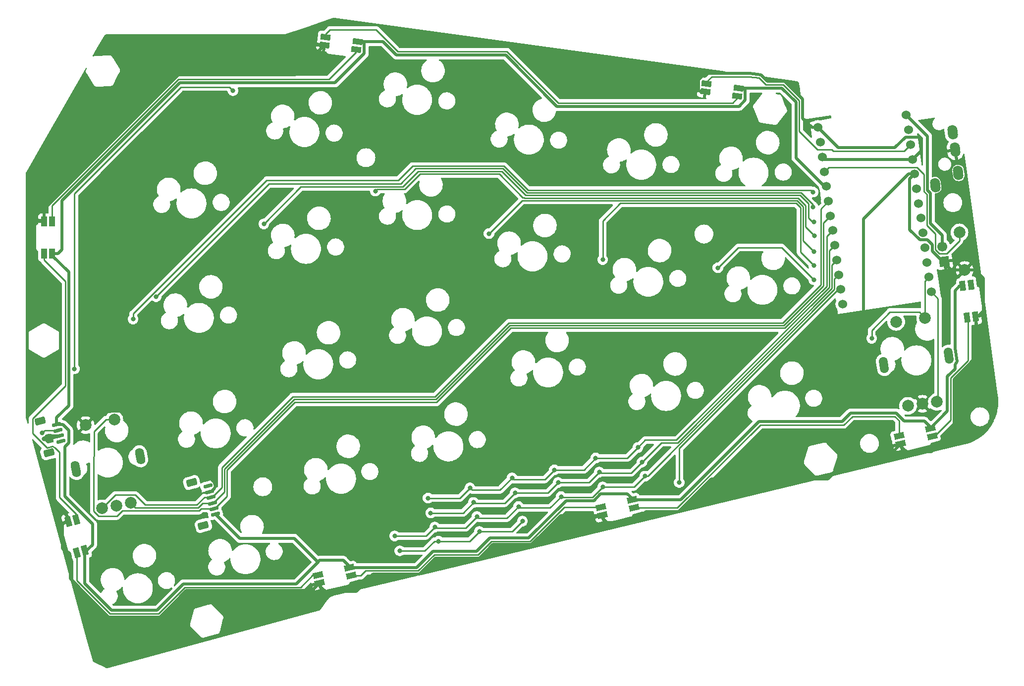
<source format=gbr>
%TF.GenerationSoftware,KiCad,Pcbnew,(6.0.5)*%
%TF.CreationDate,2022-07-12T17:30:17+09:00*%
%TF.ProjectId,ergotonic_f24-pcb-right,6572676f-746f-46e6-9963-5f6632342d70,rev?*%
%TF.SameCoordinates,Original*%
%TF.FileFunction,Copper,L1,Top*%
%TF.FilePolarity,Positive*%
%FSLAX46Y46*%
G04 Gerber Fmt 4.6, Leading zero omitted, Abs format (unit mm)*
G04 Created by KiCad (PCBNEW (6.0.5)) date 2022-07-12 17:30:17*
%MOMM*%
%LPD*%
G01*
G04 APERTURE LIST*
G04 Aperture macros list*
%AMRoundRect*
0 Rectangle with rounded corners*
0 $1 Rounding radius*
0 $2 $3 $4 $5 $6 $7 $8 $9 X,Y pos of 4 corners*
0 Add a 4 corners polygon primitive as box body*
4,1,4,$2,$3,$4,$5,$6,$7,$8,$9,$2,$3,0*
0 Add four circle primitives for the rounded corners*
1,1,$1+$1,$2,$3*
1,1,$1+$1,$4,$5*
1,1,$1+$1,$6,$7*
1,1,$1+$1,$8,$9*
0 Add four rect primitives between the rounded corners*
20,1,$1+$1,$2,$3,$4,$5,0*
20,1,$1+$1,$4,$5,$6,$7,0*
20,1,$1+$1,$6,$7,$8,$9,0*
20,1,$1+$1,$8,$9,$2,$3,0*%
%AMHorizOval*
0 Thick line with rounded ends*
0 $1 width*
0 $2 $3 position (X,Y) of the first rounded end (center of the circle)*
0 $4 $5 position (X,Y) of the second rounded end (center of the circle)*
0 Add line between two ends*
20,1,$1,$2,$3,$4,$5,0*
0 Add two circle primitives to create the rounded ends*
1,1,$1,$2,$3*
1,1,$1,$4,$5*%
%AMRotRect*
0 Rectangle, with rotation*
0 The origin of the aperture is its center*
0 $1 length*
0 $2 width*
0 $3 Rotation angle, in degrees counterclockwise*
0 Add horizontal line*
21,1,$1,$2,0,0,$3*%
G04 Aperture macros list end*
%TA.AperFunction,ComponentPad*%
%ADD10C,1.524000*%
%TD*%
%TA.AperFunction,SMDPad,CuDef*%
%ADD11RotRect,1.700000X1.000000X285.120000*%
%TD*%
%TA.AperFunction,SMDPad,CuDef*%
%ADD12RotRect,1.700000X1.000000X352.000000*%
%TD*%
%TA.AperFunction,ComponentPad*%
%ADD13C,2.000000*%
%TD*%
%TA.AperFunction,ComponentPad*%
%ADD14HorizOval,1.500000X-0.125473X0.637775X0.125473X-0.637775X0*%
%TD*%
%TA.AperFunction,ComponentPad*%
%ADD15HorizOval,1.700000X-0.055669X0.396107X0.055669X-0.396107X0*%
%TD*%
%TA.AperFunction,SMDPad,CuDef*%
%ADD16RotRect,1.700000X1.000000X13.500000*%
%TD*%
%TA.AperFunction,SMDPad,CuDef*%
%ADD17R,1.000000X1.700000*%
%TD*%
%TA.AperFunction,SMDPad,CuDef*%
%ADD18RoundRect,0.150000X0.642490X0.018219X0.564237X0.307833X-0.642490X-0.018219X-0.564237X-0.307833X0*%
%TD*%
%TA.AperFunction,ComponentPad*%
%ADD19RoundRect,0.249600X0.719283X-0.168618X0.536485X0.507921X-0.719283X0.168618X-0.536485X-0.507921X0*%
%TD*%
%TA.AperFunction,ComponentPad*%
%ADD20RotRect,1.700000X1.700000X188.000000*%
%TD*%
%TA.AperFunction,ComponentPad*%
%ADD21HorizOval,1.700000X0.000000X0.000000X0.000000X0.000000X0*%
%TD*%
%TA.AperFunction,ComponentPad*%
%ADD22HorizOval,1.500000X-0.090463X0.643674X0.090463X-0.643674X0*%
%TD*%
%TA.AperFunction,SMDPad,CuDef*%
%ADD23RotRect,1.700000X1.000000X98.000000*%
%TD*%
%TA.AperFunction,ViaPad*%
%ADD24C,0.800000*%
%TD*%
%TA.AperFunction,Conductor*%
%ADD25C,0.500000*%
%TD*%
%TA.AperFunction,Conductor*%
%ADD26C,0.250000*%
%TD*%
G04 APERTURE END LIST*
D10*
%TO.P,U2,1,TX0/D3*%
%TO.N,DATA2*%
X153334029Y-21006070D03*
%TO.P,U2,2,RX1/D2*%
%TO.N,LED2*%
X153687529Y-23521351D03*
%TO.P,U2,3,GND*%
%TO.N,GND2*%
X154041028Y-26036632D03*
%TO.P,U2,4,GND*%
X154394528Y-28551913D03*
%TO.P,U2,5,2/D1/SDA*%
%TO.N,C8*%
X154748028Y-31067194D03*
%TO.P,U2,6,3/D0/SCL*%
%TO.N,C9*%
X155101527Y-33582474D03*
%TO.P,U2,7,4/D4*%
%TO.N,C10*%
X155455027Y-36097755D03*
%TO.P,U2,8,5/C6*%
%TO.N,C11*%
X155808527Y-38613036D03*
%TO.P,U2,9,6/D7*%
%TO.N,C12*%
X156162026Y-41128317D03*
%TO.P,U2,10,7/E6*%
%TO.N,C13*%
X156515526Y-43643598D03*
%TO.P,U2,11,8/B4*%
%TO.N,C14*%
X156869026Y-46158879D03*
%TO.P,U2,12,9/B5*%
%TO.N,RE4B*%
X157222525Y-48674160D03*
%TO.P,U2,13,B6/10*%
%TO.N,RE4A*%
X142150645Y-50792374D03*
%TO.P,U2,14,B2/16*%
%TO.N,R8*%
X141797146Y-48277094D03*
%TO.P,U2,15,B3/14*%
%TO.N,R7*%
X141443646Y-45761813D03*
%TO.P,U2,16,B1/15*%
%TO.N,R6*%
X141090146Y-43246532D03*
%TO.P,U2,17,F7/A0*%
%TO.N,R5*%
X140736647Y-40731251D03*
%TO.P,U2,18,F6/A1*%
%TO.N,ENC2_PUSH*%
X140383147Y-38215970D03*
%TO.P,U2,19,F5/A2*%
%TO.N,ENC2_B*%
X140029647Y-35700689D03*
%TO.P,U2,20,F4/A3*%
%TO.N,ENC2_A*%
X139676148Y-33185408D03*
%TO.P,U2,21,VCC*%
%TO.N,VCC2*%
X139322648Y-30670127D03*
%TO.P,U2,22,RST*%
%TO.N,RESET2*%
X138969148Y-28154846D03*
%TO.P,U2,23,GND*%
%TO.N,GND2*%
X138615649Y-25639566D03*
%TO.P,U2,24,RAW*%
%TO.N,unconnected-(U2-Pad24)*%
X138262149Y-23124285D03*
%TO.P,U2,25,BAT-*%
%TO.N,GND2*%
X137908649Y-20609004D03*
%TO.P,U2,26,BAT+*%
%TO.N,BAT2*%
X152980529Y-18490789D03*
%TD*%
D11*
%TO.P,LED_11,1,VDD*%
%TO.N,VCC2*%
X12582081Y-92915210D03*
%TO.P,LED_11,2,DOUT*%
%TO.N,Net-(LED_11-Pad2)*%
X11230547Y-93280389D03*
%TO.P,LED_11,3,VSS*%
%TO.N,GND2*%
X9795919Y-87970790D03*
%TO.P,LED_11,4,DIN*%
%TO.N,Net-(LED_10-Pad2)*%
X11147453Y-87605611D03*
%TD*%
D12*
%TO.P,LED_8,1,VDD*%
%TO.N,VCC2*%
X124286658Y-13879538D03*
%TO.P,LED_8,2,DOUT*%
%TO.N,Net-(LED_8-Pad2)*%
X124091816Y-15265914D03*
%TO.P,LED_8,3,VSS*%
%TO.N,GND2*%
X118645342Y-14500462D03*
%TO.P,LED_8,4,DIN*%
%TO.N,LED2*%
X118840184Y-13114086D03*
%TD*%
D13*
%TO.P,RE3,A,A*%
%TO.N,ENC2_A*%
X15517789Y-85716527D03*
%TO.P,RE3,B,B*%
%TO.N,ENC2_B*%
X20423747Y-84751349D03*
%TO.P,RE3,C,C*%
%TO.N,GND2*%
X17970768Y-85233938D03*
D14*
%TO.P,RE3,MP*%
%TO.N,N/C*%
X22017674Y-76794000D03*
X11028326Y-78956000D03*
D13*
%TO.P,RE3,S1,S1*%
%TO.N,ENC2_PUSH*%
X17624729Y-70524069D03*
%TO.P,RE3,S2,S2*%
%TO.N,GND2*%
X12718770Y-71489247D03*
%TD*%
%TO.P,SW_RESET2,1,1*%
%TO.N,RESET2*%
X162064687Y-38540629D03*
%TO.P,SW_RESET2,2,2*%
%TO.N,GND2*%
X162969313Y-44977371D03*
%TD*%
D12*
%TO.P,LED_9,4,DIN*%
%TO.N,Net-(LED_8-Pad2)*%
X53747184Y-5154086D03*
%TO.P,LED_9,3,VSS*%
%TO.N,GND2*%
X53552342Y-6540462D03*
%TO.P,LED_9,2,DOUT*%
%TO.N,Net-(LED_10-Pad4)*%
X58998816Y-7305914D03*
%TO.P,LED_9,1,VDD*%
%TO.N,VCC2*%
X59193658Y-5919538D03*
%TD*%
D15*
%TO.P,TRRS2,A*%
%TO.N,unconnected-(TRRS2-PadA)*%
X157925680Y-30441427D03*
%TO.P,TRRS2,B*%
%TO.N,VCC2*%
X160901834Y-21439621D03*
%TO.P,TRRS2,C*%
%TO.N,GND2*%
X161319353Y-24410425D03*
%TO.P,TRRS2,D*%
%TO.N,DATA2*%
X161876046Y-28371498D03*
%TD*%
D16*
%TO.P,LED_14,1,VDD*%
%TO.N,VCC2*%
X157073606Y-72045366D03*
%TO.P,LED_14,2,DOUT*%
%TO.N,Net-(LED_14-Pad2)*%
X157400429Y-73406684D03*
%TO.P,LED_14,3,VSS*%
%TO.N,GND2*%
X152052394Y-74690634D03*
%TO.P,LED_14,4,DIN*%
%TO.N,Net-(LED_13-Pad2)*%
X151725571Y-73329316D03*
%TD*%
D17*
%TO.P,LED_10,1,VDD*%
%TO.N,VCC2*%
X7022000Y-42147000D03*
%TO.P,LED_10,2,DOUT*%
%TO.N,Net-(LED_10-Pad2)*%
X5622000Y-42147000D03*
%TO.P,LED_10,3,VSS*%
%TO.N,GND2*%
X5622000Y-36647000D03*
%TO.P,LED_10,4,DIN*%
%TO.N,Net-(LED_10-Pad4)*%
X7022000Y-36647000D03*
%TD*%
D18*
%TO.P,J4,1,Pin_1*%
%TO.N,VCC2*%
X34931234Y-86719839D03*
%TO.P,J4,2,Pin_2*%
%TO.N,ENC2_PUSH*%
X34670393Y-85754457D03*
%TO.P,J4,3,Pin_3*%
%TO.N,ENC2_B*%
X34409551Y-84789076D03*
%TO.P,J4,4,Pin_4*%
%TO.N,ENC2_A*%
X34148710Y-83823694D03*
%TO.P,J4,5,Pin_5*%
%TO.N,GND2*%
X33887868Y-82858313D03*
%TO.P,J4,6,Pin_6*%
%TO.N,unconnected-(J4-Pad6)*%
X33627027Y-81892931D03*
D19*
%TO.P,J4,MP*%
%TO.N,N/C*%
X32832740Y-88633460D03*
X30850344Y-81296560D03*
%TD*%
D18*
%TO.P,J2,1,Pin_1*%
%TO.N,unconnected-(J2-Pad1)*%
X8541393Y-74285457D03*
%TO.P,J2,2,Pin_2*%
%TO.N,GND2*%
X8280551Y-73320076D03*
%TO.P,J2,3,Pin_3*%
%TO.N,DATA2*%
X8019710Y-72354694D03*
%TO.P,J2,4,Pin_4*%
%TO.N,VCC2*%
X7758868Y-71389313D03*
D19*
%TO.P,J2,MP*%
%TO.N,N/C*%
X6442898Y-76199078D03*
X4982186Y-70792941D03*
%TD*%
D20*
%TO.P,BAT2,1,Pin_1*%
%TO.N,GND2*%
X159500000Y-43500000D03*
D21*
%TO.P,BAT2,2,Pin_2*%
%TO.N,BAT2*%
X159146500Y-40984719D03*
%TD*%
D16*
%TO.P,LED_13,1,VDD*%
%TO.N,VCC2*%
X106105606Y-84252366D03*
%TO.P,LED_13,2,DOUT*%
%TO.N,Net-(LED_13-Pad2)*%
X106432429Y-85613684D03*
%TO.P,LED_13,3,VSS*%
%TO.N,GND2*%
X101084394Y-86897634D03*
%TO.P,LED_13,4,DIN*%
%TO.N,Net-(LED_12-Pad2)*%
X100757571Y-85536316D03*
%TD*%
D13*
%TO.P,RE4,A,A*%
%TO.N,RE4A*%
X153267128Y-68184943D03*
%TO.P,RE4,B,B*%
%TO.N,RE4B*%
X158218468Y-67489078D03*
%TO.P,RE4,C,C*%
%TO.N,GND2*%
X155742798Y-67837011D03*
D22*
%TO.P,RE4,MP*%
%TO.N,N/C*%
X160244501Y-59630631D03*
X149153499Y-61189369D03*
D13*
%TO.P,RE4,S1,S1*%
%TO.N,C14*%
X156200458Y-53130191D03*
%TO.P,RE4,S2,S2*%
%TO.N,D48*%
X151249118Y-53826056D03*
%TD*%
D23*
%TO.P,LED_15,1,VDD*%
%TO.N,VCC2*%
X162634086Y-47671184D03*
%TO.P,LED_15,2,DOUT*%
%TO.N,unconnected-(LED_15-Pad2)*%
X164020462Y-47476342D03*
%TO.P,LED_15,3,VSS*%
%TO.N,GND2*%
X164785914Y-52922816D03*
%TO.P,LED_15,4,DIN*%
%TO.N,Net-(LED_14-Pad2)*%
X163399538Y-53117658D03*
%TD*%
D16*
%TO.P,LED_12,1,VDD*%
%TO.N,VCC2*%
X57754606Y-95854366D03*
%TO.P,LED_12,2,DOUT*%
%TO.N,Net-(LED_12-Pad2)*%
X58081429Y-97215684D03*
%TO.P,LED_12,3,VSS*%
%TO.N,GND2*%
X52733394Y-98499634D03*
%TO.P,LED_12,4,DIN*%
%TO.N,Net-(LED_11-Pad2)*%
X52406571Y-97138316D03*
%TD*%
D24*
%TO.N,R7*%
X101092000Y-82042000D03*
X86700000Y-85400000D03*
X108300000Y-80200000D03*
X79600000Y-87100000D03*
X65532000Y-90424000D03*
X94000000Y-83700000D03*
X72400000Y-88900000D03*
%TO.N,R8*%
X87376000Y-87884000D03*
X80010000Y-89662000D03*
X66421000Y-92964000D03*
X73025000Y-91313000D03*
X114173000Y-81280000D03*
%TO.N,R5*%
X78400000Y-82200000D03*
X71247000Y-83947000D03*
X99900000Y-77100000D03*
X107100000Y-75300000D03*
X92837000Y-79121000D03*
X85600000Y-80500000D03*
%TO.N,R6*%
X100500000Y-79500000D03*
X71700000Y-86487000D03*
X107800000Y-77800000D03*
X86106000Y-83058000D03*
X79000000Y-84700000D03*
X93472000Y-81280000D03*
%TO.N,GND2*%
X5592299Y-73782701D03*
X142494000Y-62865000D03*
X4445000Y-36449000D03*
X112141000Y-79121000D03*
X71164273Y-79074444D03*
X51054000Y-88900000D03*
X8890000Y-86360000D03*
X16200000Y-29800000D03*
X90678000Y-76581000D03*
X20701000Y-89408000D03*
X51816000Y-6477000D03*
%TO.N,DATA2*%
X37900000Y-14300000D03*
X10795000Y-61849000D03*
X5280855Y-72832960D03*
%TO.N,C8*%
X20828000Y-53340000D03*
X137033000Y-31623000D03*
%TO.N,C9*%
X24765000Y-49530000D03*
X137033000Y-34163000D03*
%TO.N,C10*%
X43180000Y-37084000D03*
X137160000Y-36703000D03*
%TO.N,C11*%
X137287000Y-39116000D03*
X62230000Y-31468521D03*
%TO.N,C12*%
X81661000Y-38735000D03*
X137160000Y-41783000D03*
%TO.N,C13*%
X101092000Y-43180000D03*
X137160000Y-44196000D03*
%TO.N,C14*%
X120777000Y-44577000D03*
X137160000Y-46609000D03*
X147066000Y-56642000D03*
%TD*%
D25*
%TO.N,VCC2*%
X8022000Y-42147000D02*
X7022000Y-42147000D01*
X8700000Y-33074025D02*
X8700000Y-41469000D01*
X28812003Y-12962022D02*
X8700000Y-33074025D01*
X60359650Y-7966350D02*
X55363978Y-12962022D01*
X8700000Y-41469000D02*
X8022000Y-42147000D01*
X60359650Y-6227177D02*
X60359650Y-7966350D01*
X55363978Y-12962022D02*
X28812003Y-12962022D01*
X59193658Y-5919538D02*
X60052011Y-5919538D01*
X60052011Y-5919538D02*
X60359650Y-6227177D01*
X8850509Y-71403320D02*
X7655495Y-71403320D01*
X9827424Y-74533800D02*
X9827424Y-72380235D01*
X9144000Y-83642518D02*
X9144000Y-75217224D01*
X13900000Y-88398518D02*
X9144000Y-83642518D01*
X13900000Y-91948646D02*
X13900000Y-88398518D01*
X9144000Y-75217224D02*
X9827424Y-74533800D01*
X12933436Y-92915210D02*
X13900000Y-91948646D01*
X12582081Y-92915210D02*
X12933436Y-92915210D01*
X9827424Y-72380235D02*
X8850509Y-71403320D01*
%TO.N,GND2*%
X9329210Y-87970790D02*
X9795919Y-87970790D01*
X8800000Y-88500000D02*
X9329210Y-87970790D01*
X10076621Y-93797374D02*
X8800000Y-92520753D01*
X29905481Y-99761519D02*
X25400000Y-104267000D01*
X51471509Y-99761519D02*
X29905481Y-99761519D01*
X25400000Y-104267000D02*
X16648503Y-104267000D01*
X16648503Y-104267000D02*
X10076621Y-97695118D01*
X10076621Y-97695118D02*
X10076621Y-93797374D01*
X52733394Y-98499634D02*
X51471509Y-99761519D01*
X8800000Y-92520753D02*
X8800000Y-88500000D01*
X101053255Y-86928773D02*
X101084394Y-86897634D01*
X93919227Y-86928773D02*
X101053255Y-86928773D01*
X88948000Y-91900000D02*
X93919227Y-86928773D01*
X82344000Y-91900000D02*
X88948000Y-91900000D01*
X80010000Y-94234000D02*
X82344000Y-91900000D01*
X69812940Y-96962505D02*
X72541445Y-94234000D01*
X58948475Y-99900000D02*
X61885970Y-96962505D01*
X72541445Y-94234000D02*
X80010000Y-94234000D01*
X61885970Y-96962505D02*
X69812940Y-96962505D01*
X52733394Y-98933394D02*
X53700000Y-99900000D01*
X53700000Y-99900000D02*
X58948475Y-99900000D01*
X52733394Y-98499634D02*
X52733394Y-98933394D01*
%TO.N,VCC2*%
X57754606Y-95554606D02*
X57754606Y-95854366D01*
X52720000Y-94600000D02*
X56800000Y-94600000D01*
X56800000Y-94600000D02*
X57754606Y-95554606D01*
X52451000Y-94869000D02*
X52720000Y-94600000D01*
X57795489Y-95813483D02*
X57754606Y-95854366D01*
X69337000Y-95813483D02*
X57795489Y-95813483D01*
X72065504Y-93084978D02*
X69337000Y-95813483D01*
X79534059Y-93084978D02*
X72065504Y-93084978D01*
X81868059Y-90750978D02*
X79534059Y-93084978D01*
X99571970Y-84374511D02*
X94848525Y-84374511D01*
X105300000Y-83200000D02*
X100746481Y-83200000D01*
X94848525Y-84374511D02*
X88472058Y-90750978D01*
X106105606Y-84005606D02*
X105300000Y-83200000D01*
X88472058Y-90750978D02*
X81868059Y-90750978D01*
X106105606Y-84252366D02*
X106105606Y-84005606D01*
X100746481Y-83200000D02*
X99571970Y-84374511D01*
%TO.N,GND2*%
X101800000Y-88100000D02*
X101084394Y-87384394D01*
X101084394Y-87384394D02*
X101084394Y-86897634D01*
X108458000Y-86233000D02*
X106591000Y-88100000D01*
X106591000Y-88100000D02*
X101800000Y-88100000D01*
X139573000Y-80645000D02*
X119634000Y-80645000D01*
X114046000Y-86233000D02*
X108458000Y-86233000D01*
X142494000Y-77724000D02*
X139573000Y-80645000D01*
X149019028Y-77724000D02*
X142494000Y-77724000D01*
X152052394Y-74690634D02*
X149019028Y-77724000D01*
X119634000Y-80645000D02*
X114046000Y-86233000D01*
X164897914Y-53034816D02*
X164785914Y-52922816D01*
X164897914Y-59892086D02*
X164897914Y-53034816D01*
X161163000Y-72137000D02*
X161163000Y-63627000D01*
X153000000Y-76000000D02*
X157300000Y-76000000D01*
X152052394Y-74690634D02*
X152052394Y-75052394D01*
X152052394Y-75052394D02*
X153000000Y-76000000D01*
X157300000Y-76000000D02*
X161163000Y-72137000D01*
X161163000Y-63627000D02*
X164897914Y-59892086D01*
%TO.N,VCC2*%
X157073606Y-71773606D02*
X157073606Y-72045366D01*
X156100000Y-70800000D02*
X157073606Y-71773606D01*
X152612482Y-70800000D02*
X156100000Y-70800000D01*
X151214971Y-69402489D02*
X152612482Y-70800000D01*
X143449511Y-69402489D02*
X151214971Y-69402489D01*
X114401670Y-84252366D02*
X127804030Y-70850007D01*
X142001993Y-70850007D02*
X143449511Y-69402489D01*
X106105606Y-84252366D02*
X114401670Y-84252366D01*
X127804030Y-70850007D02*
X142001993Y-70850007D01*
%TO.N,GND2*%
X166116000Y-46381404D02*
X164711967Y-44977371D01*
X166116000Y-51984000D02*
X166116000Y-46381404D01*
X164711967Y-44977371D02*
X162969313Y-44977371D01*
X165177184Y-52922816D02*
X166116000Y-51984000D01*
X164785914Y-52922816D02*
X165177184Y-52922816D01*
%TO.N,VCC2*%
X162128816Y-47671184D02*
X162634086Y-47671184D01*
X161300000Y-48500000D02*
X162128816Y-47671184D01*
X161338018Y-58289539D02*
X161300000Y-58260890D01*
X161300000Y-58260890D02*
X161300000Y-48500000D01*
X161300000Y-61103144D02*
X161665314Y-60618355D01*
X160013978Y-63151059D02*
X161300000Y-61865037D01*
X160013978Y-69104994D02*
X160013978Y-63151059D01*
X161300000Y-61865037D02*
X161300000Y-61103144D01*
X161665314Y-60618355D02*
X161338018Y-58289539D01*
X157073606Y-72045366D02*
X160013978Y-69104994D01*
D26*
%TO.N,Net-(LED_8-Pad2)*%
X124091816Y-15608184D02*
X124091816Y-15265914D01*
X123300000Y-16400000D02*
X124091816Y-15608184D01*
X66040000Y-7620000D02*
X84737917Y-7620000D01*
X84737917Y-7620000D02*
X93517917Y-16400000D01*
X62320000Y-3900000D02*
X66040000Y-7620000D01*
X54500000Y-3900000D02*
X62320000Y-3900000D01*
X53747184Y-4652816D02*
X54500000Y-3900000D01*
X53747184Y-5154086D02*
X53747184Y-4652816D01*
X93517917Y-16400000D02*
X123300000Y-16400000D01*
D25*
%TO.N,VCC2*%
X63527056Y-5919538D02*
X59193658Y-5919538D01*
X65802029Y-8194511D02*
X63527056Y-5919538D01*
X124404508Y-16974511D02*
X93279946Y-16974511D01*
X93279946Y-16974511D02*
X84499946Y-8194511D01*
X84499946Y-8194511D02*
X65802029Y-8194511D01*
X125452650Y-15926369D02*
X124404508Y-16974511D01*
X125452650Y-14187177D02*
X125452650Y-15926369D01*
X125145011Y-13879538D02*
X125452650Y-14187177D01*
X124286658Y-13879538D02*
X125145011Y-13879538D01*
D26*
%TO.N,LED2*%
X152570880Y-24638000D02*
X153687529Y-23521351D01*
X140462000Y-24638000D02*
X152570880Y-24638000D01*
X140208000Y-24384000D02*
X140462000Y-24638000D01*
X137795000Y-24384000D02*
X140208000Y-24384000D01*
X134686511Y-21275511D02*
X137795000Y-24384000D01*
X134686511Y-16018030D02*
X134686511Y-21275511D01*
X131973509Y-13305027D02*
X134686511Y-16018030D01*
X130652323Y-13305027D02*
X131973509Y-13305027D01*
X130621807Y-13274511D02*
X130652323Y-13305027D01*
X128978894Y-13274511D02*
X130621807Y-13274511D01*
X126132242Y-11900000D02*
X127837878Y-12133495D01*
X119727135Y-11900000D02*
X126132242Y-11900000D01*
X127837878Y-12133495D02*
X128978894Y-13274511D01*
X118840184Y-12786951D02*
X119727135Y-11900000D01*
X118840184Y-13114086D02*
X118840184Y-12786951D01*
D25*
%TO.N,GND2*%
X136831019Y-20609004D02*
X137908649Y-20609004D01*
X135261022Y-15780060D02*
X135261022Y-19039007D01*
X132180962Y-12700000D02*
X135261022Y-15780060D01*
X128107385Y-11590520D02*
X129216864Y-12700000D01*
X117786989Y-14500462D02*
X117479350Y-14192823D01*
X117479350Y-14192823D02*
X117479350Y-12453631D01*
X117479350Y-12453631D02*
X118607492Y-11325489D01*
X126171384Y-11325489D02*
X128107385Y-11590520D01*
X135261022Y-19039007D02*
X136831019Y-20609004D01*
X118645342Y-14500462D02*
X117786989Y-14500462D01*
X118607492Y-11325489D02*
X126171384Y-11325489D01*
X129216864Y-12700000D02*
X132180962Y-12700000D01*
D26*
%TO.N,Net-(LED_10-Pad4)*%
X7022000Y-33939543D02*
X7022000Y-36647000D01*
X54312489Y-12387511D02*
X28574032Y-12387511D01*
X58998816Y-7701184D02*
X54312489Y-12387511D01*
X58998816Y-7305914D02*
X58998816Y-7701184D01*
X28574032Y-12387511D02*
X7022000Y-33939543D01*
%TO.N,R7*%
X99334000Y-83800000D02*
X94100000Y-83800000D01*
X94100000Y-83800000D02*
X94000000Y-83700000D01*
X77673000Y-89027000D02*
X72527000Y-89027000D01*
X101092000Y-82042000D02*
X99334000Y-83800000D01*
X92102000Y-85598000D02*
X94000000Y-83700000D01*
X65532000Y-90424000D02*
X70876000Y-90424000D01*
X101092000Y-82042000D02*
X106458000Y-82042000D01*
X86898000Y-85598000D02*
X92102000Y-85598000D01*
X72527000Y-89027000D02*
X72400000Y-88900000D01*
X79600000Y-87100000D02*
X79876000Y-87376000D01*
X140709535Y-48292176D02*
X108801711Y-80200000D01*
X108801711Y-80200000D02*
X108300000Y-80200000D01*
X141443646Y-45761813D02*
X140709535Y-46495924D01*
X140709535Y-46495924D02*
X140709535Y-48292176D01*
X106458000Y-82042000D02*
X108300000Y-80200000D01*
X79600000Y-87100000D02*
X77673000Y-89027000D01*
X79876000Y-87376000D02*
X84724000Y-87376000D01*
X84724000Y-87376000D02*
X86700000Y-85400000D01*
X70876000Y-90424000D02*
X72400000Y-88900000D01*
X86700000Y-85400000D02*
X86898000Y-85598000D01*
%TO.N,R8*%
X66421000Y-92964000D02*
X70675500Y-92964000D01*
X141360321Y-48277094D02*
X141797146Y-48277094D01*
X73025000Y-91313000D02*
X78359000Y-91313000D01*
X72326500Y-91313000D02*
X73025000Y-91313000D01*
X114173000Y-81280000D02*
X114173000Y-75464415D01*
X70675500Y-92964000D02*
X72326500Y-91313000D01*
X85598000Y-89662000D02*
X87376000Y-87884000D01*
X78359000Y-91313000D02*
X80010000Y-89662000D01*
X80010000Y-89662000D02*
X85598000Y-89662000D01*
X114173000Y-75464415D02*
X141360321Y-48277094D01*
%TO.N,R5*%
X92837000Y-79121000D02*
X91186000Y-80772000D01*
X139810513Y-47919790D02*
X113699325Y-74030978D01*
X83550000Y-82550000D02*
X85600000Y-80500000D01*
X139810513Y-41657385D02*
X139810513Y-47919790D01*
X113699325Y-74030978D02*
X108369022Y-74030978D01*
X78400000Y-82200000D02*
X78750000Y-82550000D01*
X99900000Y-77100000D02*
X105300000Y-77100000D01*
X97879000Y-79121000D02*
X99900000Y-77100000D01*
X76653000Y-83947000D02*
X78400000Y-82200000D01*
X108369022Y-74030978D02*
X107100000Y-75300000D01*
X78750000Y-82550000D02*
X83550000Y-82550000D01*
X91186000Y-80772000D02*
X85872000Y-80772000D01*
X92837000Y-79121000D02*
X97879000Y-79121000D01*
X71247000Y-83947000D02*
X76653000Y-83947000D01*
X85872000Y-80772000D02*
X85600000Y-80500000D01*
X140736647Y-40731251D02*
X139810513Y-41657385D01*
X105300000Y-77100000D02*
X107100000Y-75300000D01*
%TO.N,R6*%
X111119511Y-74480489D02*
X107800000Y-77800000D01*
X93472000Y-81280000D02*
X98720000Y-81280000D01*
X79136000Y-84836000D02*
X79000000Y-84700000D01*
X91694000Y-83058000D02*
X86106000Y-83058000D01*
X84328000Y-84836000D02*
X79136000Y-84836000D01*
X93472000Y-81280000D02*
X91694000Y-83058000D01*
X77213000Y-86487000D02*
X71700000Y-86487000D01*
X100500000Y-79500000D02*
X100629000Y-79629000D01*
X113885518Y-74480489D02*
X111119511Y-74480489D01*
X86106000Y-83058000D02*
X84328000Y-84836000D01*
X79000000Y-84700000D02*
X77213000Y-86487000D01*
X105971000Y-79629000D02*
X107800000Y-77800000D01*
X100629000Y-79629000D02*
X105971000Y-79629000D01*
X140260024Y-48105983D02*
X113885518Y-74480489D01*
X98720000Y-81280000D02*
X100500000Y-79500000D01*
X141090146Y-43246532D02*
X140260024Y-44076654D01*
X140260024Y-44076654D02*
X140260024Y-48105983D01*
D25*
%TO.N,VCC2*%
X131735538Y-13879538D02*
X134112000Y-16256000D01*
X7758868Y-71389313D02*
X7758868Y-70222313D01*
X124286658Y-13879538D02*
X131735538Y-13879538D01*
X9845511Y-68135670D02*
X9845511Y-45320511D01*
X24926058Y-103115978D02*
X29429547Y-98612489D01*
X9845511Y-45320511D02*
X7022000Y-42497000D01*
X134112000Y-25781000D02*
X139001127Y-30670127D01*
X33721512Y-98612489D02*
X48707511Y-98612489D01*
X12582081Y-98575603D02*
X17122456Y-103115978D01*
X29429547Y-98612489D02*
X33721512Y-98612489D01*
X134112000Y-16256000D02*
X134112000Y-25781000D01*
X7758868Y-70222313D02*
X9845511Y-68135670D01*
X17122456Y-103115978D02*
X24926058Y-103115978D01*
X139001127Y-30670127D02*
X139322648Y-30670127D01*
X39043240Y-90831845D02*
X48413845Y-90831845D01*
X48707511Y-98612489D02*
X52451000Y-94869000D01*
X12582081Y-92915210D02*
X12582081Y-98575603D01*
X7022000Y-42497000D02*
X7022000Y-42147000D01*
X48413845Y-90831845D02*
X52451000Y-94869000D01*
X34931234Y-86719839D02*
X39043240Y-90831845D01*
%TO.N,GND2*%
X154041028Y-26036632D02*
X139012715Y-26036632D01*
X5622000Y-36647000D02*
X5622000Y-34510000D01*
X141363134Y-24063489D02*
X150995230Y-24063489D01*
X4445000Y-36449000D02*
X5424000Y-36449000D01*
X139012715Y-26036632D02*
X138615649Y-25639566D01*
X17024321Y-69074558D02*
X16899321Y-69199558D01*
X28575000Y-11557000D02*
X48535804Y-11557000D01*
X5622000Y-34510000D02*
X28575000Y-11557000D01*
X151532787Y-63627000D02*
X147574000Y-63627000D01*
X153536517Y-29409924D02*
X153536517Y-38054362D01*
X155742798Y-67837011D02*
X151532787Y-63627000D01*
X5922738Y-73452262D02*
X5592299Y-73782701D01*
X152833719Y-22225000D02*
X155067000Y-22225000D01*
X156571592Y-39824547D02*
X157397478Y-40650433D01*
X16899321Y-69199558D02*
X15008459Y-69199558D01*
X147574000Y-63627000D02*
X145669000Y-61722000D01*
X153362348Y-28551913D02*
X154394528Y-28551913D01*
X9795919Y-87970790D02*
X9795919Y-87265919D01*
X160665660Y-44977371D02*
X162969313Y-44977371D01*
X155448000Y-24629660D02*
X154041028Y-26036632D01*
X145669000Y-61722000D02*
X145669000Y-36245261D01*
X51816000Y-6477000D02*
X53488880Y-6477000D01*
X48535804Y-11557000D02*
X53552342Y-6540462D01*
X154394528Y-28551913D02*
X153536517Y-29409924D01*
X34196019Y-82858313D02*
X34665629Y-82388703D01*
X155448000Y-22606000D02*
X155448000Y-24629660D01*
X53488880Y-6477000D02*
X53552342Y-6540462D01*
X150995230Y-24063489D02*
X152833719Y-22225000D01*
X145669000Y-36245261D02*
X153362348Y-28551913D01*
X5424000Y-36449000D02*
X5622000Y-36647000D01*
X157397478Y-41709189D02*
X160665660Y-44977371D01*
X33887868Y-82858313D02*
X34196019Y-82858313D01*
X34665629Y-82388703D02*
X34913058Y-81958064D01*
X153536517Y-38054362D02*
X155306702Y-39824547D01*
X155067000Y-22225000D02*
X155448000Y-22606000D01*
X9795919Y-87265919D02*
X8890000Y-86360000D01*
X155306702Y-39824547D02*
X156571592Y-39824547D01*
X157397478Y-40650433D02*
X157397478Y-41709189D01*
X5592299Y-73782701D02*
X6054924Y-73320076D01*
X22590827Y-69074558D02*
X17024321Y-69074558D01*
X6054924Y-73320076D02*
X8280551Y-73320076D01*
X15008459Y-69199558D02*
X12718770Y-71489247D01*
X34705254Y-81188985D02*
X22590827Y-69074558D01*
X137908649Y-20609004D02*
X141363134Y-24063489D01*
X34913058Y-81958064D02*
X34705254Y-81188985D01*
D26*
%TO.N,DATA2*%
X5280855Y-72832960D02*
X5759121Y-72354694D01*
X29000000Y-13700000D02*
X37300000Y-13700000D01*
X10795000Y-61849000D02*
X10795000Y-31905000D01*
X5759121Y-72354694D02*
X8019710Y-72354694D01*
X37300000Y-13700000D02*
X37900000Y-14300000D01*
X10795000Y-31905000D02*
X29000000Y-13700000D01*
X5641121Y-72472694D02*
X5280855Y-72832960D01*
%TO.N,ENC2_A*%
X17807478Y-83426838D02*
X21196838Y-83426838D01*
X21196838Y-83426838D02*
X22887694Y-85117694D01*
X48100000Y-66600000D02*
X72428592Y-66600000D01*
X131822213Y-54000978D02*
X138351466Y-47471725D01*
X36000978Y-82163318D02*
X36000978Y-78699022D01*
X15517789Y-85716527D02*
X17807478Y-83426838D01*
X31732306Y-85117694D02*
X33026306Y-83823694D01*
X33026306Y-83823694D02*
X34148710Y-83823694D01*
X34340602Y-83823694D02*
X36000978Y-82163318D01*
X85027614Y-54000978D02*
X131822213Y-54000978D01*
X72428592Y-66600000D02*
X85027614Y-54000978D01*
X34148710Y-83823694D02*
X34340602Y-83823694D01*
X138351466Y-34510090D02*
X139676148Y-33185408D01*
X36000978Y-78699022D02*
X48100000Y-66600000D01*
X22887694Y-85117694D02*
X31732306Y-85117694D01*
X138351466Y-47471725D02*
X138351466Y-34510090D01*
%TO.N,ENC2_B*%
X72614786Y-67049510D02*
X85213807Y-54450489D01*
X36450490Y-79013806D02*
X48414786Y-67049510D01*
X21239602Y-85567204D02*
X31932796Y-85567204D01*
X85213807Y-54450489D02*
X132008407Y-54450488D01*
X36450489Y-82866534D02*
X36450490Y-79013806D01*
X138800977Y-47657918D02*
X138800977Y-36929359D01*
X31932796Y-85567204D02*
X32710924Y-84789076D01*
X138800977Y-36929359D02*
X140029647Y-35700689D01*
X132008407Y-54450488D02*
X138800977Y-47657918D01*
X32710924Y-84789076D02*
X34527947Y-84789076D01*
X20423747Y-84751349D02*
X21239602Y-85567204D01*
X48414786Y-67049510D02*
X72614786Y-67049510D01*
X34527947Y-84789076D02*
X36450489Y-82866534D01*
%TO.N,ENC2_PUSH*%
X34670393Y-85754457D02*
X34788789Y-85754457D01*
X16210516Y-70524069D02*
X14168870Y-72565715D01*
X14168870Y-72565715D02*
X14168870Y-76800338D01*
X34788789Y-85754457D02*
X36900000Y-83643246D01*
X14168870Y-76800338D02*
X14098479Y-76870729D01*
X132194599Y-54900000D02*
X139361002Y-47733597D01*
X48500000Y-67600000D02*
X72700000Y-67600000D01*
X36900000Y-83643246D02*
X36900000Y-79200000D01*
X17624729Y-70524069D02*
X16210516Y-70524069D01*
X32094000Y-86106000D02*
X32445543Y-85754457D01*
X18971849Y-86106000D02*
X32094000Y-86106000D01*
X139361002Y-39238115D02*
X140383147Y-38215970D01*
X14098479Y-86170360D02*
X14969157Y-87041038D01*
X72700000Y-67600000D02*
X85400000Y-54900000D01*
X32445543Y-85754457D02*
X34670393Y-85754457D01*
X139361002Y-47733597D02*
X139361002Y-39238115D01*
X85400000Y-54900000D02*
X132194599Y-54900000D01*
X36900000Y-79200000D02*
X48500000Y-67600000D01*
X14969157Y-87041038D02*
X18036811Y-87041038D01*
X14098479Y-76870729D02*
X14098479Y-86170360D01*
X18036811Y-87041038D02*
X18971849Y-86106000D01*
%TO.N,Net-(LED_10-Pad2)*%
X9271000Y-64770000D02*
X9271000Y-46913482D01*
X9271000Y-46913482D02*
X5622000Y-43264482D01*
X3646628Y-72861628D02*
X3646628Y-70394372D01*
X3646628Y-70394372D02*
X9271000Y-64770000D01*
X11147453Y-87605611D02*
X11147453Y-86725130D01*
X8255000Y-83832677D02*
X8255000Y-76095229D01*
X5622000Y-43264482D02*
X5622000Y-42147000D01*
X6115001Y-75330001D02*
X3646628Y-72861628D01*
X7471598Y-75311827D02*
X7059203Y-75074882D01*
X8255000Y-76095229D02*
X7471598Y-75311827D01*
X11147453Y-86725130D02*
X8255000Y-83832677D01*
X7059203Y-75074882D02*
X6115001Y-75330001D01*
%TO.N,Net-(LED_11-Pad2)*%
X52406571Y-97138316D02*
X51532418Y-97138316D01*
X49483734Y-99187000D02*
X29667518Y-99187000D01*
X25164029Y-103690489D02*
X16884485Y-103690489D01*
X16884485Y-103690489D02*
X11230547Y-98036550D01*
X11230547Y-98036550D02*
X11230547Y-93280389D01*
X29667518Y-99187000D02*
X25164029Y-103690489D01*
X51532418Y-97138316D02*
X49483734Y-99187000D01*
%TO.N,Net-(LED_12-Pad2)*%
X59769334Y-97215684D02*
X60597025Y-96387994D01*
X72303475Y-93659489D02*
X79772029Y-93659489D01*
X60597025Y-96387994D02*
X69574971Y-96387994D01*
X94499203Y-85536316D02*
X100757571Y-85536316D01*
X58081429Y-97215684D02*
X59769334Y-97215684D01*
X82106030Y-91325489D02*
X88710029Y-91325489D01*
X69574971Y-96387994D02*
X72303475Y-93659489D01*
X88710029Y-91325489D02*
X94499203Y-85536316D01*
X79772029Y-93659489D02*
X82106030Y-91325489D01*
%TO.N,Net-(LED_13-Pad2)*%
X113852834Y-85613684D02*
X106432429Y-85613684D01*
X142316482Y-71424518D02*
X128042000Y-71424518D01*
X151725571Y-70725571D02*
X150977000Y-69977000D01*
X128042000Y-71424518D02*
X113852834Y-85613684D01*
X151725571Y-73329316D02*
X151725571Y-70725571D01*
X143764000Y-69977000D02*
X142316482Y-71424518D01*
X150977000Y-69977000D02*
X143764000Y-69977000D01*
%TO.N,Net-(LED_14-Pad2)*%
X163399538Y-53117658D02*
X163511538Y-53229658D01*
X163511538Y-60465980D02*
X160588489Y-63389030D01*
X163511538Y-53229658D02*
X163511538Y-60465980D01*
X160588489Y-63389030D02*
X160588489Y-70601992D01*
X160588489Y-70601992D02*
X157783797Y-73406684D01*
X157783797Y-73406684D02*
X157400429Y-73406684D01*
%TO.N,RE4B*%
X157222525Y-48674160D02*
X158381803Y-49833438D01*
X158381803Y-67325743D02*
X158218468Y-67489078D01*
X158381803Y-49833438D02*
X158381803Y-67325743D01*
%TO.N,C8*%
X68580000Y-27178000D02*
X66171300Y-29586700D01*
X136710000Y-31300000D02*
X88323000Y-31300000D01*
X66171300Y-29586700D02*
X43683700Y-29586700D01*
X20828000Y-52442400D02*
X20828000Y-53340000D01*
X84201000Y-27178000D02*
X68580000Y-27178000D01*
X137033000Y-31623000D02*
X136710000Y-31300000D01*
X43683700Y-29586700D02*
X20828000Y-52442400D01*
X88323000Y-31300000D02*
X84201000Y-27178000D01*
%TO.N,C9*%
X44069000Y-30226000D02*
X66548000Y-30226000D01*
X134985215Y-31749511D02*
X137033000Y-33797296D01*
X84014807Y-27627511D02*
X88136807Y-31749511D01*
X24765000Y-49530000D02*
X44069000Y-30226000D01*
X66548000Y-30226000D02*
X69146489Y-27627511D01*
X88136807Y-31749511D02*
X134985215Y-31749511D01*
X137033000Y-33797296D02*
X137033000Y-34163000D01*
X69146489Y-27627511D02*
X84014807Y-27627511D01*
%TO.N,C10*%
X136248533Y-33648533D02*
X134799022Y-32199022D01*
X66920387Y-30744021D02*
X49519978Y-30744022D01*
X87950613Y-32199021D02*
X83828614Y-28077022D01*
X136903000Y-36703000D02*
X136248533Y-36048533D01*
X134799022Y-32199022D02*
X87950613Y-32199021D01*
X69587386Y-28077022D02*
X66920387Y-30744021D01*
X137160000Y-36703000D02*
X136903000Y-36703000D01*
X83828614Y-28077022D02*
X69587386Y-28077022D01*
X136248533Y-36048533D02*
X136248533Y-33648533D01*
X49519978Y-30744022D02*
X43180000Y-37084000D01*
%TO.N,C11*%
X83397105Y-28533105D02*
X69891895Y-28533105D01*
X62504989Y-31193532D02*
X62230000Y-31468521D01*
X135799021Y-33927613D02*
X134519941Y-32648533D01*
X69891895Y-28533105D02*
X67231468Y-31193532D01*
X67231468Y-31193532D02*
X62504989Y-31193532D01*
X87764419Y-32648531D02*
X87686378Y-32570490D01*
X135799022Y-37628022D02*
X135799021Y-33927613D01*
X87434490Y-32570490D02*
X83397105Y-28533105D01*
X137287000Y-39116000D02*
X135799022Y-37628022D01*
X134519941Y-32648533D02*
X87764419Y-32648531D01*
X87686378Y-32570490D02*
X87434490Y-32570490D01*
%TO.N,C12*%
X135349511Y-34113807D02*
X135349511Y-39972511D01*
X87558674Y-33078490D02*
X87578226Y-33098042D01*
X134333748Y-33098044D02*
X135349511Y-34113807D01*
X135349511Y-39972511D02*
X137160000Y-41783000D01*
X87578226Y-33098042D02*
X134333748Y-33098044D01*
X87317510Y-33078490D02*
X87558674Y-33078490D01*
X81661000Y-38735000D02*
X87317510Y-33078490D01*
%TO.N,C13*%
X101092000Y-36576000D02*
X101092000Y-43180000D01*
X134147555Y-33547555D02*
X104120446Y-33547554D01*
X137160000Y-44196000D02*
X134900000Y-41936000D01*
X104120446Y-33547554D02*
X101092000Y-36576000D01*
X134900000Y-34300000D02*
X134147555Y-33547555D01*
X134900000Y-41936000D02*
X134900000Y-34300000D01*
%TO.N,C14*%
X147066000Y-55245000D02*
X147066000Y-56642000D01*
X156869026Y-46158879D02*
X156136014Y-46891891D01*
X155200458Y-52130191D02*
X150180809Y-52130191D01*
X131660140Y-41109140D02*
X137160000Y-46609000D01*
X150180809Y-52130191D02*
X147066000Y-55245000D01*
X156200458Y-53130191D02*
X155200458Y-52130191D01*
X156136014Y-46891891D02*
X156136014Y-53065747D01*
X156136014Y-53065747D02*
X156200458Y-53130191D01*
X124244860Y-41109140D02*
X131660140Y-41109140D01*
X120777000Y-44577000D02*
X124244860Y-41109140D01*
%TO.N,RESET2*%
X159860299Y-42159230D02*
X162064687Y-39954842D01*
X156525489Y-35631657D02*
X156541538Y-35647706D01*
X162064687Y-39954842D02*
X162064687Y-38540629D01*
X155986109Y-28606934D02*
X155986109Y-31506535D01*
X156541538Y-35647706D02*
X156541538Y-36547804D01*
X156525489Y-36563853D02*
X156525489Y-37325489D01*
X156525489Y-32045915D02*
X156525489Y-35631657D01*
X154772022Y-27392847D02*
X155986109Y-28606934D01*
X157971989Y-41471218D02*
X158660001Y-42159230D01*
X138969148Y-28154846D02*
X139731147Y-27392847D01*
X155986109Y-31506535D02*
X156525489Y-32045915D01*
X156541538Y-36547804D02*
X156525489Y-36563853D01*
X139731147Y-27392847D02*
X154772022Y-27392847D01*
X157971989Y-38771989D02*
X157971989Y-41471218D01*
X156525489Y-37325489D02*
X157971989Y-38771989D01*
X158660001Y-42159230D02*
X159860299Y-42159230D01*
D25*
%TO.N,BAT2*%
X152980529Y-18490789D02*
X156600000Y-22110260D01*
X157116049Y-37016049D02*
X159146500Y-39046500D01*
X156600000Y-22110260D02*
X156600000Y-31307944D01*
X156600000Y-31307944D02*
X157116049Y-31823993D01*
X159146500Y-39046500D02*
X159146500Y-40984719D01*
X157116049Y-31823993D02*
X157116049Y-37016049D01*
%TD*%
%TA.AperFunction,Conductor*%
%TO.N,GND2*%
G36*
X3737124Y-73858210D02*
G01*
X3771903Y-73882807D01*
X5195791Y-75306695D01*
X5229817Y-75369007D01*
X5224752Y-75439822D01*
X5198651Y-75481931D01*
X5132697Y-75552337D01*
X5109904Y-75576668D01*
X5106265Y-75583014D01*
X5106263Y-75583017D01*
X5028525Y-75718592D01*
X5021970Y-75730024D01*
X5019890Y-75737033D01*
X5019889Y-75737035D01*
X4999703Y-75805052D01*
X4971674Y-75899495D01*
X4961713Y-76075992D01*
X4978620Y-76179574D01*
X5019481Y-76330802D01*
X5186844Y-76950216D01*
X5186847Y-76950225D01*
X5187697Y-76953371D01*
X5188868Y-76956414D01*
X5188870Y-76956421D01*
X5201173Y-76988398D01*
X5225859Y-77052562D01*
X5323609Y-77199855D01*
X5328947Y-77204855D01*
X5328950Y-77204859D01*
X5439021Y-77307969D01*
X5452622Y-77320710D01*
X5605977Y-77408644D01*
X5612986Y-77410724D01*
X5612988Y-77410725D01*
X5690712Y-77433792D01*
X5775448Y-77458940D01*
X5951945Y-77468901D01*
X6025721Y-77456859D01*
X6052348Y-77452513D01*
X6052350Y-77452513D01*
X6055527Y-77451994D01*
X6559935Y-77315705D01*
X7405398Y-77087265D01*
X7405407Y-77087262D01*
X7408553Y-77086412D01*
X7450258Y-77070367D01*
X7521016Y-77064575D01*
X7583675Y-77097957D01*
X7618339Y-77159917D01*
X7621500Y-77187964D01*
X7621500Y-83753910D01*
X7620973Y-83765093D01*
X7619298Y-83772586D01*
X7619547Y-83780512D01*
X7619547Y-83780513D01*
X7621438Y-83840663D01*
X7621500Y-83844622D01*
X7621500Y-83872533D01*
X7621997Y-83876467D01*
X7621997Y-83876468D01*
X7622005Y-83876533D01*
X7622938Y-83888370D01*
X7624327Y-83932566D01*
X7629978Y-83952016D01*
X7633987Y-83971377D01*
X7636526Y-83991474D01*
X7639445Y-83998845D01*
X7639445Y-83998847D01*
X7652804Y-84032589D01*
X7656649Y-84043819D01*
X7668982Y-84086270D01*
X7673015Y-84093089D01*
X7673017Y-84093094D01*
X7679293Y-84103705D01*
X7687988Y-84121453D01*
X7695448Y-84140294D01*
X7700110Y-84146710D01*
X7700110Y-84146711D01*
X7721436Y-84176064D01*
X7727952Y-84185984D01*
X7737720Y-84202500D01*
X7750458Y-84224039D01*
X7764779Y-84238360D01*
X7777619Y-84253393D01*
X7789528Y-84269784D01*
X7805575Y-84283059D01*
X7823605Y-84297975D01*
X7832384Y-84305965D01*
X9873901Y-86347482D01*
X9907927Y-86409794D01*
X9902862Y-86480609D01*
X9860315Y-86537445D01*
X9817672Y-86558215D01*
X9704394Y-86588822D01*
X9690848Y-86597118D01*
X9690047Y-86598776D01*
X9690437Y-86606624D01*
X10074514Y-88028105D01*
X10072973Y-88099085D01*
X10033302Y-88157964D01*
X9985742Y-88182609D01*
X9616966Y-88282251D01*
X8906559Y-88474199D01*
X8893013Y-88482495D01*
X8892212Y-88484153D01*
X8892602Y-88492001D01*
X8921648Y-88599502D01*
X8920107Y-88670482D01*
X8892712Y-88717704D01*
X8878289Y-88733372D01*
X8865854Y-88745160D01*
X8849975Y-88758283D01*
X8849970Y-88758289D01*
X8843054Y-88764004D01*
X8838019Y-88771432D01*
X8838017Y-88771434D01*
X8828645Y-88785260D01*
X8817059Y-88799889D01*
X8799665Y-88818786D01*
X8795686Y-88826827D01*
X8786550Y-88845288D01*
X8777920Y-88860097D01*
X8761329Y-88884574D01*
X8756368Y-88900000D01*
X8753468Y-88909015D01*
X8746449Y-88926318D01*
X8735060Y-88949332D01*
X8733497Y-88958170D01*
X8733496Y-88958173D01*
X8729910Y-88978446D01*
X8725784Y-88995083D01*
X8719478Y-89014689D01*
X8716729Y-89023236D01*
X8716489Y-89032207D01*
X8716489Y-89032209D01*
X8716043Y-89048905D01*
X8714163Y-89067482D01*
X8709692Y-89092763D01*
X8710672Y-89101683D01*
X8712921Y-89122151D01*
X8713630Y-89139273D01*
X8712840Y-89168842D01*
X8715828Y-89180175D01*
X8721617Y-89202133D01*
X8721793Y-89202913D01*
X8721914Y-89204012D01*
X8722690Y-89206883D01*
X8722697Y-89206915D01*
X8730000Y-89233940D01*
X8730200Y-89234686D01*
X8748970Y-89305881D01*
X8748973Y-89305891D01*
X8749974Y-89309686D01*
X8750695Y-89310883D01*
X8751133Y-89312151D01*
X9668989Y-92709160D01*
X9669188Y-92709904D01*
X9686715Y-92776385D01*
X9686717Y-92776390D01*
X9689003Y-92785060D01*
X9693633Y-92792744D01*
X9693634Y-92792747D01*
X9704263Y-92810387D01*
X9712090Y-92825636D01*
X9723773Y-92852802D01*
X9729490Y-92859720D01*
X9740131Y-92872596D01*
X9750921Y-92887824D01*
X9764175Y-92909821D01*
X9770779Y-92915900D01*
X9770782Y-92915904D01*
X9785929Y-92929847D01*
X9797716Y-92942281D01*
X9810839Y-92958160D01*
X9810845Y-92958165D01*
X9816560Y-92965081D01*
X9823988Y-92970116D01*
X9823990Y-92970118D01*
X9837816Y-92979490D01*
X9852445Y-92991076D01*
X9871342Y-93008470D01*
X9897848Y-93021588D01*
X9912653Y-93030215D01*
X9937130Y-93046806D01*
X9961574Y-93054668D01*
X9978874Y-93061686D01*
X9990524Y-93067451D01*
X10001888Y-93073075D01*
X10010726Y-93074638D01*
X10010729Y-93074639D01*
X10031002Y-93078225D01*
X10047637Y-93082351D01*
X10075243Y-93091230D01*
X10133968Y-93131129D01*
X10158301Y-93178311D01*
X10491230Y-94410490D01*
X10492468Y-94413662D01*
X10492469Y-94413665D01*
X10499042Y-94430505D01*
X10513971Y-94468757D01*
X10518573Y-94475168D01*
X10518577Y-94475176D01*
X10573408Y-94551565D01*
X10597047Y-94625037D01*
X10597047Y-97957783D01*
X10596520Y-97968966D01*
X10594845Y-97976459D01*
X10595094Y-97984385D01*
X10595094Y-97984386D01*
X10596985Y-98044536D01*
X10597047Y-98048495D01*
X10597047Y-98076406D01*
X10597544Y-98080340D01*
X10597544Y-98080341D01*
X10597552Y-98080406D01*
X10598485Y-98092243D01*
X10599874Y-98136439D01*
X10603519Y-98148984D01*
X10605525Y-98155889D01*
X10609534Y-98175250D01*
X10612073Y-98195347D01*
X10614992Y-98202718D01*
X10614992Y-98202720D01*
X10628351Y-98236462D01*
X10632196Y-98247692D01*
X10644529Y-98290143D01*
X10648562Y-98296962D01*
X10648564Y-98296967D01*
X10654840Y-98307578D01*
X10663535Y-98325326D01*
X10670995Y-98344167D01*
X10675657Y-98350583D01*
X10675657Y-98350584D01*
X10696983Y-98379937D01*
X10703499Y-98389857D01*
X10709866Y-98400622D01*
X10726005Y-98427912D01*
X10740326Y-98442233D01*
X10753166Y-98457266D01*
X10765075Y-98473657D01*
X10771181Y-98478708D01*
X10799152Y-98501848D01*
X10807931Y-98509838D01*
X16380828Y-104082736D01*
X16388372Y-104091026D01*
X16392485Y-104097507D01*
X16398262Y-104102932D01*
X16442152Y-104144147D01*
X16444994Y-104146902D01*
X16464716Y-104166624D01*
X16467840Y-104169047D01*
X16467844Y-104169051D01*
X16467909Y-104169101D01*
X16476930Y-104176806D01*
X16509164Y-104207075D01*
X16516112Y-104210894D01*
X16516114Y-104210896D01*
X16526917Y-104216835D01*
X16543444Y-104227691D01*
X16553183Y-104235246D01*
X16553185Y-104235247D01*
X16559445Y-104240103D01*
X16600025Y-104257663D01*
X16610673Y-104262880D01*
X16635461Y-104276507D01*
X16649425Y-104284184D01*
X16657101Y-104286155D01*
X16657104Y-104286156D01*
X16669047Y-104289222D01*
X16687752Y-104295626D01*
X16706340Y-104303670D01*
X16714163Y-104304909D01*
X16714173Y-104304912D01*
X16750009Y-104310588D01*
X16761629Y-104312994D01*
X16793444Y-104321162D01*
X16804455Y-104323989D01*
X16824709Y-104323989D01*
X16844419Y-104325540D01*
X16864428Y-104328709D01*
X16872320Y-104327963D01*
X16891065Y-104326191D01*
X16908447Y-104324548D01*
X16920304Y-104323989D01*
X25085262Y-104323989D01*
X25096445Y-104324516D01*
X25103938Y-104326191D01*
X25111864Y-104325942D01*
X25111865Y-104325942D01*
X25172015Y-104324051D01*
X25175974Y-104323989D01*
X25203885Y-104323989D01*
X25207820Y-104323492D01*
X25207885Y-104323484D01*
X25219722Y-104322551D01*
X25251980Y-104321537D01*
X25255999Y-104321411D01*
X25263918Y-104321162D01*
X25283372Y-104315510D01*
X25302729Y-104311502D01*
X25314959Y-104309957D01*
X25314960Y-104309957D01*
X25322826Y-104308963D01*
X25330197Y-104306044D01*
X25330199Y-104306044D01*
X25363941Y-104292685D01*
X25375171Y-104288840D01*
X25410012Y-104278718D01*
X25410013Y-104278718D01*
X25417622Y-104276507D01*
X25424441Y-104272474D01*
X25424446Y-104272472D01*
X25435057Y-104266196D01*
X25452805Y-104257501D01*
X25471646Y-104250041D01*
X25507416Y-104224053D01*
X25517336Y-104217537D01*
X25548564Y-104199069D01*
X25548567Y-104199067D01*
X25555391Y-104195031D01*
X25569712Y-104180710D01*
X25584746Y-104167869D01*
X25586460Y-104166624D01*
X25601136Y-104155961D01*
X25629327Y-104121884D01*
X25637317Y-104113105D01*
X29893017Y-99857405D01*
X29955329Y-99823379D01*
X29982112Y-99820500D01*
X49404967Y-99820500D01*
X49416150Y-99821027D01*
X49423643Y-99822702D01*
X49431569Y-99822453D01*
X49431570Y-99822453D01*
X49491720Y-99820562D01*
X49495679Y-99820500D01*
X49523590Y-99820500D01*
X49527525Y-99820003D01*
X49527590Y-99819995D01*
X49539427Y-99819062D01*
X49571685Y-99818048D01*
X49575704Y-99817922D01*
X49583623Y-99817673D01*
X49603077Y-99812021D01*
X49622434Y-99808013D01*
X49634664Y-99806468D01*
X49634665Y-99806468D01*
X49642531Y-99805474D01*
X49649902Y-99802555D01*
X49649904Y-99802555D01*
X49683646Y-99789196D01*
X49694876Y-99785351D01*
X49729717Y-99775229D01*
X49729718Y-99775229D01*
X49737327Y-99773018D01*
X49744146Y-99768985D01*
X49744151Y-99768983D01*
X49754762Y-99762707D01*
X49772510Y-99754012D01*
X49791351Y-99746552D01*
X49827121Y-99720564D01*
X49837041Y-99714048D01*
X49868269Y-99695580D01*
X49868272Y-99695578D01*
X49875096Y-99691542D01*
X49889417Y-99677221D01*
X49904451Y-99664380D01*
X49914428Y-99657131D01*
X49920841Y-99652472D01*
X49949032Y-99618395D01*
X49957022Y-99609616D01*
X50497690Y-99068948D01*
X51475205Y-99068948D01*
X51475373Y-99076805D01*
X51540070Y-99346286D01*
X51542014Y-99352806D01*
X51559263Y-99400984D01*
X51566351Y-99414971D01*
X51638376Y-99521550D01*
X51650320Y-99534721D01*
X51748530Y-99616113D01*
X51763686Y-99625401D01*
X51880798Y-99675959D01*
X51897953Y-99680619D01*
X52025611Y-99696407D01*
X52041292Y-99696373D01*
X52092062Y-99689870D01*
X52098734Y-99688645D01*
X52704110Y-99543307D01*
X52717885Y-99535398D01*
X52718731Y-99533765D01*
X52718563Y-99525908D01*
X52549936Y-98823526D01*
X52542027Y-98809751D01*
X52540394Y-98808905D01*
X52532537Y-98809073D01*
X51489826Y-99059406D01*
X51476051Y-99067315D01*
X51475205Y-99068948D01*
X50497690Y-99068948D01*
X51125481Y-98441157D01*
X51187793Y-98407131D01*
X51258608Y-98412196D01*
X51315444Y-98454743D01*
X51337094Y-98500837D01*
X51349390Y-98552053D01*
X51357301Y-98565831D01*
X51358934Y-98566677D01*
X51366791Y-98566509D01*
X52427117Y-98311947D01*
X52798562Y-98222771D01*
X52869470Y-98226318D01*
X52927204Y-98267638D01*
X52950495Y-98315876D01*
X53211460Y-99402872D01*
X53219369Y-99416647D01*
X53221002Y-99417493D01*
X53228859Y-99417325D01*
X53337140Y-99391329D01*
X53408048Y-99394876D01*
X53454473Y-99423592D01*
X53469735Y-99438460D01*
X53481163Y-99451219D01*
X53499353Y-99474543D01*
X53506636Y-99479786D01*
X53506639Y-99479789D01*
X53520191Y-99489545D01*
X53534494Y-99501546D01*
X53552887Y-99519463D01*
X53579007Y-99533322D01*
X53593568Y-99542368D01*
X53610275Y-99554396D01*
X53610281Y-99554399D01*
X53617565Y-99559643D01*
X53641778Y-99568193D01*
X53658869Y-99575695D01*
X53681554Y-99587732D01*
X53690342Y-99589544D01*
X53690345Y-99589545D01*
X53710504Y-99593701D01*
X53727018Y-99598296D01*
X53746445Y-99605157D01*
X53746447Y-99605157D01*
X53754910Y-99608146D01*
X53780559Y-99609558D01*
X53799075Y-99611963D01*
X53806464Y-99613486D01*
X53815421Y-99615333D01*
X53815422Y-99615333D01*
X53824211Y-99617145D01*
X53841087Y-99615772D01*
X53853676Y-99614749D01*
X53870811Y-99614524D01*
X53891389Y-99615656D01*
X53900348Y-99616149D01*
X53933881Y-99608314D01*
X53934654Y-99608163D01*
X53935761Y-99608073D01*
X53966186Y-99600769D01*
X53966535Y-99600686D01*
X54042187Y-99583012D01*
X54043407Y-99582323D01*
X54044688Y-99581922D01*
X55598052Y-99208992D01*
X57466589Y-98760396D01*
X57467164Y-98760260D01*
X57542719Y-98742609D01*
X57550533Y-98738197D01*
X57550536Y-98738196D01*
X57568470Y-98728070D01*
X57583932Y-98720678D01*
X57603076Y-98713079D01*
X57603078Y-98713078D01*
X57611416Y-98709768D01*
X57618488Y-98704253D01*
X57618491Y-98704251D01*
X57631664Y-98693977D01*
X57647202Y-98683615D01*
X57661738Y-98675408D01*
X57661739Y-98675407D01*
X57669555Y-98670994D01*
X57690191Y-98649811D01*
X57702950Y-98638383D01*
X57719197Y-98625712D01*
X57726274Y-98620193D01*
X57731517Y-98612910D01*
X57731520Y-98612907D01*
X57741276Y-98599355D01*
X57753277Y-98585052D01*
X57764932Y-98573087D01*
X57771194Y-98566659D01*
X57785053Y-98540539D01*
X57794099Y-98525978D01*
X57806129Y-98509268D01*
X57806132Y-98509263D01*
X57811374Y-98501981D01*
X57819925Y-98477765D01*
X57827431Y-98460669D01*
X57835256Y-98445923D01*
X57835258Y-98445916D01*
X57839463Y-98437992D01*
X57845434Y-98409033D01*
X57850028Y-98392522D01*
X57859685Y-98365176D01*
X57901228Y-98307605D01*
X57949078Y-98284615D01*
X59190177Y-97986654D01*
X59249064Y-97965569D01*
X59255606Y-97961148D01*
X59255610Y-97961146D01*
X59362310Y-97889040D01*
X59369749Y-97884013D01*
X59372420Y-97880790D01*
X59434151Y-97850902D01*
X59454885Y-97849184D01*
X59690566Y-97849184D01*
X59701749Y-97849711D01*
X59709242Y-97851386D01*
X59717168Y-97851137D01*
X59717169Y-97851137D01*
X59777332Y-97849246D01*
X59781290Y-97849184D01*
X59809190Y-97849184D01*
X59813181Y-97848680D01*
X59825014Y-97847748D01*
X59869223Y-97846358D01*
X59876837Y-97844146D01*
X59876842Y-97844145D01*
X59888675Y-97840707D01*
X59908038Y-97836696D01*
X59928131Y-97834158D01*
X59935498Y-97831241D01*
X59935503Y-97831240D01*
X59969242Y-97817882D01*
X59980469Y-97814038D01*
X59987773Y-97811916D01*
X60022927Y-97801702D01*
X60040362Y-97791391D01*
X60058110Y-97782696D01*
X60076951Y-97775236D01*
X60112721Y-97749248D01*
X60122641Y-97742732D01*
X60153869Y-97724264D01*
X60153872Y-97724262D01*
X60160696Y-97720226D01*
X60175017Y-97705905D01*
X60190051Y-97693064D01*
X60200028Y-97685815D01*
X60206441Y-97681156D01*
X60211492Y-97675051D01*
X60211497Y-97675046D01*
X60234633Y-97647080D01*
X60242621Y-97638302D01*
X60822524Y-97058399D01*
X60884836Y-97024373D01*
X60911619Y-97021494D01*
X69283710Y-97021494D01*
X69351831Y-97041496D01*
X69398324Y-97095152D01*
X69408428Y-97165426D01*
X69378934Y-97230006D01*
X69313124Y-97270013D01*
X55013171Y-100703123D01*
X55007430Y-100704335D01*
X55002966Y-100704798D01*
X54971440Y-100713111D01*
X54968772Y-100713783D01*
X54940100Y-100720666D01*
X54940094Y-100720642D01*
X54930038Y-100723144D01*
X54921238Y-100724755D01*
X54916640Y-100726358D01*
X54916637Y-100726359D01*
X54907119Y-100729678D01*
X54897767Y-100732537D01*
X54886288Y-100735564D01*
X54882168Y-100737306D01*
X54882154Y-100737311D01*
X54871475Y-100741827D01*
X54863882Y-100744753D01*
X54793365Y-100769339D01*
X54788103Y-100771045D01*
X54763153Y-100778531D01*
X54758767Y-100780628D01*
X54758005Y-100780922D01*
X54753152Y-100782921D01*
X54753191Y-100783010D01*
X54749080Y-100784780D01*
X54744851Y-100786255D01*
X54740875Y-100788313D01*
X54740869Y-100788316D01*
X54720731Y-100798741D01*
X54717149Y-100800524D01*
X54641641Y-100836622D01*
X54636540Y-100838923D01*
X54617187Y-100847140D01*
X54617179Y-100847144D01*
X54612702Y-100849045D01*
X54608566Y-100851615D01*
X54608117Y-100851848D01*
X54603050Y-100854622D01*
X54603094Y-100854699D01*
X54599202Y-100856912D01*
X54595155Y-100858847D01*
X54572659Y-100873851D01*
X54569299Y-100876014D01*
X54498542Y-100919978D01*
X54493719Y-100922828D01*
X54471173Y-100935481D01*
X54467341Y-100938491D01*
X54467006Y-100938715D01*
X54462141Y-100942122D01*
X54462191Y-100942190D01*
X54458556Y-100944824D01*
X54454754Y-100947186D01*
X54451329Y-100950061D01*
X54451320Y-100950067D01*
X54434096Y-100964522D01*
X54430931Y-100967092D01*
X54365370Y-101018592D01*
X54360905Y-101021942D01*
X54346664Y-101032142D01*
X54339822Y-101037043D01*
X54336348Y-101040452D01*
X54335890Y-101040837D01*
X54331673Y-101044543D01*
X54331733Y-101044609D01*
X54328408Y-101047627D01*
X54324888Y-101050392D01*
X54321794Y-101053630D01*
X54306205Y-101069943D01*
X54303365Y-101072821D01*
X54243402Y-101131668D01*
X54239422Y-101135407D01*
X54219953Y-101152910D01*
X54216876Y-101156683D01*
X54216119Y-101157478D01*
X54212870Y-101161040D01*
X54212948Y-101161109D01*
X54209981Y-101164467D01*
X54206780Y-101167608D01*
X54204059Y-101171168D01*
X54204055Y-101171173D01*
X54190238Y-101189254D01*
X54187790Y-101192355D01*
X54163482Y-101222164D01*
X54144869Y-101244990D01*
X54136533Y-101254239D01*
X54134258Y-101256526D01*
X54130816Y-101259985D01*
X54117876Y-101277788D01*
X54113629Y-101283302D01*
X54101685Y-101297950D01*
X54099375Y-101301788D01*
X54099372Y-101301792D01*
X54097093Y-101305578D01*
X54091066Y-101314672D01*
X52857781Y-103011434D01*
X52856184Y-103013583D01*
X52848730Y-103023393D01*
X52842785Y-103030641D01*
X52810441Y-103067209D01*
X52801093Y-103076713D01*
X52772735Y-103102646D01*
X52762478Y-103111078D01*
X52731627Y-103133825D01*
X52720552Y-103141123D01*
X52687441Y-103160523D01*
X52675639Y-103166624D01*
X52640580Y-103182465D01*
X52628135Y-103187310D01*
X52575147Y-103204769D01*
X52568734Y-103206695D01*
X16461873Y-113010864D01*
X16456264Y-113012250D01*
X16409333Y-113022709D01*
X16398002Y-113024696D01*
X16365078Y-113028931D01*
X16353675Y-113029874D01*
X16320629Y-113031096D01*
X16309224Y-113031001D01*
X16276262Y-113029232D01*
X16264916Y-113028106D01*
X16232259Y-113023365D01*
X16221052Y-113021216D01*
X16188904Y-113013526D01*
X16177903Y-113010360D01*
X16146451Y-112999738D01*
X16135742Y-112995567D01*
X16119123Y-112988203D01*
X16091795Y-112976094D01*
X16086578Y-112973639D01*
X14198596Y-112031494D01*
X14192708Y-112028358D01*
X14144364Y-112000946D01*
X14133159Y-111993786D01*
X14102082Y-111971534D01*
X14091766Y-111963297D01*
X14063315Y-111938029D01*
X14053956Y-111928800D01*
X14028345Y-111900763D01*
X14020013Y-111890629D01*
X13997443Y-111860063D01*
X13990202Y-111849103D01*
X13970912Y-111816305D01*
X13964829Y-111804598D01*
X13948999Y-111769791D01*
X13944142Y-111757419D01*
X13926593Y-111704693D01*
X13924653Y-111698305D01*
X12860357Y-107827300D01*
X12252768Y-105617410D01*
X30560559Y-105617410D01*
X30562052Y-105626267D01*
X30567228Y-105656986D01*
X30568722Y-105669868D01*
X30571287Y-105709910D01*
X30574351Y-105718345D01*
X30574352Y-105718349D01*
X30576436Y-105724085D01*
X30582257Y-105746172D01*
X30584763Y-105761042D01*
X30588677Y-105769115D01*
X30588679Y-105769121D01*
X30602270Y-105797153D01*
X30607320Y-105809099D01*
X30621021Y-105846814D01*
X30626329Y-105854050D01*
X30626331Y-105854053D01*
X30629943Y-105858976D01*
X30641727Y-105878537D01*
X30648307Y-105892108D01*
X30675244Y-105921852D01*
X30683433Y-105931888D01*
X30684342Y-105933127D01*
X30684347Y-105933133D01*
X30687223Y-105937053D01*
X30690667Y-105940483D01*
X30690672Y-105940489D01*
X30703164Y-105952931D01*
X30707641Y-105957626D01*
X30740053Y-105993416D01*
X30740058Y-105993420D01*
X30746082Y-106000072D01*
X30753731Y-106004766D01*
X30758182Y-106008459D01*
X30766638Y-106016150D01*
X32382936Y-107625971D01*
X32390008Y-107633780D01*
X32394186Y-107640715D01*
X32400790Y-107646795D01*
X32439351Y-107682298D01*
X32442922Y-107685717D01*
X32459241Y-107701970D01*
X32462835Y-107704652D01*
X32465301Y-107706781D01*
X32471824Y-107712194D01*
X32501344Y-107739373D01*
X32510991Y-107744148D01*
X32514866Y-107746067D01*
X32534324Y-107758008D01*
X32539213Y-107761657D01*
X32539217Y-107761659D01*
X32546412Y-107767029D01*
X32584029Y-107781044D01*
X32595920Y-107786187D01*
X32623841Y-107800008D01*
X32623843Y-107800009D01*
X32631884Y-107803989D01*
X32640715Y-107805552D01*
X32640719Y-107805553D01*
X32646735Y-107806617D01*
X32668776Y-107812620D01*
X32682904Y-107817884D01*
X32722927Y-107820778D01*
X32735792Y-107822377D01*
X32766472Y-107827806D01*
X32766476Y-107827806D01*
X32775314Y-107829370D01*
X32784233Y-107828391D01*
X32784236Y-107828391D01*
X32790311Y-107827724D01*
X32813143Y-107827300D01*
X32819224Y-107827740D01*
X32819228Y-107827740D01*
X32828182Y-107828387D01*
X32867410Y-107819930D01*
X32880198Y-107817856D01*
X32886564Y-107817157D01*
X32908303Y-107811285D01*
X32914565Y-107809766D01*
X32944112Y-107803396D01*
X32961793Y-107799585D01*
X32961794Y-107799585D01*
X32970569Y-107797693D01*
X32978460Y-107793414D01*
X32983874Y-107791410D01*
X32994766Y-107787931D01*
X35197063Y-107193087D01*
X35207369Y-107190865D01*
X35215459Y-107190715D01*
X35224025Y-107188036D01*
X35224027Y-107188036D01*
X35274084Y-107172383D01*
X35278791Y-107171012D01*
X35301036Y-107165003D01*
X35305156Y-107163231D01*
X35308226Y-107162163D01*
X35316174Y-107159220D01*
X35345912Y-107149921D01*
X35354479Y-107147242D01*
X35367033Y-107138881D01*
X35387101Y-107128001D01*
X35400964Y-107122040D01*
X35431897Y-107096481D01*
X35442309Y-107088744D01*
X35468234Y-107071478D01*
X35468239Y-107071474D01*
X35475708Y-107066499D01*
X35485413Y-107054947D01*
X35501626Y-107038867D01*
X35513251Y-107029262D01*
X35535770Y-106996046D01*
X35543589Y-106985702D01*
X35563626Y-106961852D01*
X35569403Y-106954976D01*
X35575473Y-106941170D01*
X35586522Y-106921183D01*
X35594986Y-106908699D01*
X35607277Y-106870497D01*
X35611879Y-106858374D01*
X35612489Y-106856986D01*
X35612490Y-106856985D01*
X35614451Y-106852524D01*
X35620227Y-106830793D01*
X35622054Y-106824571D01*
X35636849Y-106778588D01*
X35639599Y-106770041D01*
X35639839Y-106761068D01*
X35640813Y-106755362D01*
X35643245Y-106744193D01*
X36229240Y-104539537D01*
X36232469Y-104529503D01*
X36236385Y-104522420D01*
X36238400Y-104513429D01*
X36249814Y-104462514D01*
X36250991Y-104457709D01*
X36255756Y-104439783D01*
X36255758Y-104439770D01*
X36256906Y-104435453D01*
X36257431Y-104431010D01*
X36258041Y-104427812D01*
X36259469Y-104419444D01*
X36266283Y-104389049D01*
X36266283Y-104389044D01*
X36268246Y-104380289D01*
X36267282Y-104365241D01*
X36267894Y-104342408D01*
X36269663Y-104327431D01*
X36262994Y-104287855D01*
X36261500Y-104274973D01*
X36259509Y-104243888D01*
X36259509Y-104243887D01*
X36258935Y-104234930D01*
X36253784Y-104220752D01*
X36247967Y-104198679D01*
X36245459Y-104183798D01*
X36227950Y-104147684D01*
X36222903Y-104135744D01*
X36212265Y-104106462D01*
X36212264Y-104106460D01*
X36209200Y-104098026D01*
X36200278Y-104085864D01*
X36188499Y-104066311D01*
X36185833Y-104060813D01*
X36185833Y-104060812D01*
X36181915Y-104052732D01*
X36154973Y-104022982D01*
X36146783Y-104012945D01*
X36145885Y-104011721D01*
X36142999Y-104007787D01*
X36139545Y-104004347D01*
X36139540Y-104004341D01*
X36127058Y-103991909D01*
X36122581Y-103987214D01*
X36090169Y-103951424D01*
X36090164Y-103951420D01*
X36084140Y-103944768D01*
X36076491Y-103940074D01*
X36072040Y-103936381D01*
X36063584Y-103928690D01*
X35328330Y-103196383D01*
X34447280Y-102318863D01*
X34440213Y-102311060D01*
X34436035Y-102304125D01*
X34390883Y-102262554D01*
X34387312Y-102259135D01*
X34386692Y-102258517D01*
X34370980Y-102242869D01*
X34367395Y-102240194D01*
X34364984Y-102238111D01*
X34358400Y-102232647D01*
X34335483Y-102211549D01*
X34328877Y-102205467D01*
X34320831Y-102201485D01*
X34320829Y-102201483D01*
X34315360Y-102198776D01*
X34295891Y-102186829D01*
X34291005Y-102183182D01*
X34291003Y-102183181D01*
X34283808Y-102177811D01*
X34275394Y-102174676D01*
X34275392Y-102174675D01*
X34246211Y-102163803D01*
X34234303Y-102158654D01*
X34206380Y-102144832D01*
X34206378Y-102144831D01*
X34198337Y-102140851D01*
X34189506Y-102139288D01*
X34189502Y-102139287D01*
X34183486Y-102138223D01*
X34161445Y-102132220D01*
X34155728Y-102130090D01*
X34155729Y-102130090D01*
X34147317Y-102126956D01*
X34107294Y-102124062D01*
X34094429Y-102122463D01*
X34063749Y-102117034D01*
X34063745Y-102117034D01*
X34054907Y-102115470D01*
X34045988Y-102116449D01*
X34045985Y-102116449D01*
X34039910Y-102117116D01*
X34017078Y-102117540D01*
X34010997Y-102117100D01*
X34010993Y-102117100D01*
X34002039Y-102116453D01*
X33962811Y-102124910D01*
X33950023Y-102126984D01*
X33943657Y-102127683D01*
X33921918Y-102133555D01*
X33915656Y-102135074D01*
X33901049Y-102138223D01*
X33868428Y-102145255D01*
X33868427Y-102145255D01*
X33859652Y-102147147D01*
X33851761Y-102151426D01*
X33846347Y-102153430D01*
X33835455Y-102156909D01*
X33633161Y-102211549D01*
X31633154Y-102751755D01*
X31622856Y-102753975D01*
X31614761Y-102754125D01*
X31556122Y-102772462D01*
X31551421Y-102773831D01*
X31529185Y-102779837D01*
X31525073Y-102781605D01*
X31522029Y-102782664D01*
X31514044Y-102785620D01*
X31484312Y-102794918D01*
X31475742Y-102797598D01*
X31463188Y-102805959D01*
X31443120Y-102816839D01*
X31429257Y-102822800D01*
X31422336Y-102828518D01*
X31422337Y-102828518D01*
X31398324Y-102848359D01*
X31387912Y-102856096D01*
X31361987Y-102873362D01*
X31361982Y-102873366D01*
X31354513Y-102878341D01*
X31344808Y-102889893D01*
X31328595Y-102905973D01*
X31316970Y-102915578D01*
X31311933Y-102923008D01*
X31294452Y-102948793D01*
X31286632Y-102959138D01*
X31260818Y-102989864D01*
X31254744Y-103003679D01*
X31243697Y-103023659D01*
X31240274Y-103028707D01*
X31240272Y-103028712D01*
X31235235Y-103036141D01*
X31232485Y-103044688D01*
X31232484Y-103044690D01*
X31222948Y-103074329D01*
X31218346Y-103086454D01*
X31217730Y-103087854D01*
X31217726Y-103087864D01*
X31215769Y-103092316D01*
X31214517Y-103097026D01*
X31214516Y-103097029D01*
X31209990Y-103114056D01*
X31208162Y-103120283D01*
X31193371Y-103166253D01*
X31193370Y-103166257D01*
X31190622Y-103174799D01*
X31190382Y-103183767D01*
X31189409Y-103189468D01*
X31186977Y-103200638D01*
X30600980Y-105405311D01*
X30597754Y-105415337D01*
X30593838Y-105422420D01*
X30591875Y-105431179D01*
X30591874Y-105431180D01*
X30580411Y-105482314D01*
X30579237Y-105487113D01*
X30573316Y-105509388D01*
X30572791Y-105513835D01*
X30572189Y-105516987D01*
X30570755Y-105525392D01*
X30561976Y-105564551D01*
X30562550Y-105573510D01*
X30562940Y-105579597D01*
X30562328Y-105602431D01*
X30560559Y-105617410D01*
X12252768Y-105617410D01*
X7215779Y-87297134D01*
X8579614Y-87297134D01*
X8580091Y-87312793D01*
X8588025Y-87363345D01*
X8589446Y-87370017D01*
X8751835Y-87971021D01*
X8760131Y-87984567D01*
X8761789Y-87985368D01*
X8769637Y-87984978D01*
X9466968Y-87796563D01*
X9480514Y-87788267D01*
X9481315Y-87786609D01*
X9480925Y-87778761D01*
X9201216Y-86743546D01*
X9192920Y-86730000D01*
X9191262Y-86729199D01*
X9183414Y-86729589D01*
X8915874Y-86801878D01*
X8909405Y-86804007D01*
X8861731Y-86822612D01*
X8847959Y-86830087D01*
X8743454Y-86905100D01*
X8730627Y-86917410D01*
X8652044Y-87017883D01*
X8643187Y-87033298D01*
X8595962Y-87151789D01*
X8591789Y-87169066D01*
X8579614Y-87297134D01*
X7215779Y-87297134D01*
X6045381Y-83040221D01*
X3561316Y-74005305D01*
X3562544Y-73934319D01*
X3601954Y-73875265D01*
X3667035Y-73846893D01*
X3737124Y-73858210D01*
G37*
%TD.AperFunction*%
%TA.AperFunction,Conductor*%
G36*
X13415603Y-77880246D02*
G01*
X13457516Y-77937551D01*
X13464979Y-77980270D01*
X13464979Y-86091593D01*
X13464452Y-86102776D01*
X13462777Y-86110269D01*
X13463026Y-86118195D01*
X13463026Y-86118196D01*
X13464917Y-86178346D01*
X13464979Y-86182305D01*
X13464979Y-86210216D01*
X13465476Y-86214150D01*
X13465476Y-86214151D01*
X13465484Y-86214216D01*
X13466417Y-86226053D01*
X13467806Y-86270249D01*
X13473457Y-86289699D01*
X13477466Y-86309060D01*
X13480005Y-86329157D01*
X13482924Y-86336528D01*
X13482924Y-86336530D01*
X13496283Y-86370272D01*
X13500128Y-86381502D01*
X13509536Y-86413885D01*
X13512461Y-86423953D01*
X13516494Y-86430772D01*
X13516496Y-86430777D01*
X13522772Y-86441388D01*
X13531467Y-86459136D01*
X13538927Y-86477977D01*
X13543589Y-86484393D01*
X13543589Y-86484394D01*
X13564915Y-86513747D01*
X13571431Y-86523667D01*
X13584483Y-86545736D01*
X13593937Y-86561722D01*
X13608258Y-86576043D01*
X13621098Y-86591076D01*
X13633007Y-86607467D01*
X13653634Y-86624531D01*
X13667084Y-86635658D01*
X13675863Y-86643648D01*
X14465500Y-87433285D01*
X14473044Y-87441575D01*
X14477157Y-87448056D01*
X14482934Y-87453481D01*
X14526824Y-87494696D01*
X14529666Y-87497451D01*
X14549388Y-87517173D01*
X14552512Y-87519596D01*
X14552516Y-87519600D01*
X14552581Y-87519650D01*
X14561602Y-87527355D01*
X14593836Y-87557624D01*
X14600784Y-87561443D01*
X14600786Y-87561445D01*
X14611589Y-87567384D01*
X14628116Y-87578240D01*
X14637855Y-87585795D01*
X14637857Y-87585796D01*
X14644117Y-87590652D01*
X14684697Y-87608212D01*
X14695345Y-87613429D01*
X14721710Y-87627923D01*
X14734097Y-87634733D01*
X14741773Y-87636704D01*
X14741776Y-87636705D01*
X14753719Y-87639771D01*
X14772424Y-87646175D01*
X14791012Y-87654219D01*
X14798835Y-87655458D01*
X14798845Y-87655461D01*
X14834681Y-87661137D01*
X14846301Y-87663543D01*
X14878116Y-87671711D01*
X14889127Y-87674538D01*
X14909381Y-87674538D01*
X14929091Y-87676089D01*
X14949100Y-87679258D01*
X14956992Y-87678512D01*
X14975737Y-87676740D01*
X14993119Y-87675097D01*
X15004976Y-87674538D01*
X17958044Y-87674538D01*
X17969227Y-87675065D01*
X17976720Y-87676740D01*
X17984646Y-87676491D01*
X17984647Y-87676491D01*
X18044797Y-87674600D01*
X18048756Y-87674538D01*
X18076667Y-87674538D01*
X18080602Y-87674041D01*
X18080667Y-87674033D01*
X18092504Y-87673100D01*
X18124762Y-87672086D01*
X18128781Y-87671960D01*
X18136700Y-87671711D01*
X18156154Y-87666059D01*
X18175511Y-87662051D01*
X18187741Y-87660506D01*
X18187742Y-87660506D01*
X18195608Y-87659512D01*
X18202979Y-87656593D01*
X18202981Y-87656593D01*
X18236723Y-87643234D01*
X18247953Y-87639389D01*
X18282794Y-87629267D01*
X18282795Y-87629267D01*
X18290404Y-87627056D01*
X18297223Y-87623023D01*
X18297228Y-87623021D01*
X18307839Y-87616745D01*
X18325587Y-87608050D01*
X18344428Y-87600590D01*
X18359726Y-87589476D01*
X18380198Y-87574602D01*
X18390118Y-87568086D01*
X18421346Y-87549618D01*
X18421349Y-87549616D01*
X18428173Y-87545580D01*
X18442494Y-87531259D01*
X18457528Y-87518418D01*
X18459242Y-87517173D01*
X18473918Y-87506510D01*
X18502109Y-87472433D01*
X18510099Y-87463654D01*
X19197348Y-86776405D01*
X19259660Y-86742379D01*
X19286443Y-86739500D01*
X32015233Y-86739500D01*
X32026416Y-86740027D01*
X32033909Y-86741702D01*
X32041835Y-86741453D01*
X32041836Y-86741453D01*
X32101986Y-86739562D01*
X32105945Y-86739500D01*
X32133856Y-86739500D01*
X32137791Y-86739003D01*
X32137856Y-86738995D01*
X32149693Y-86738062D01*
X32181951Y-86737048D01*
X32185970Y-86736922D01*
X32193889Y-86736673D01*
X32213343Y-86731021D01*
X32232700Y-86727013D01*
X32244930Y-86725468D01*
X32244931Y-86725468D01*
X32252797Y-86724474D01*
X32260168Y-86721555D01*
X32260170Y-86721555D01*
X32293912Y-86708196D01*
X32305142Y-86704351D01*
X32339983Y-86694229D01*
X32339984Y-86694229D01*
X32347593Y-86692018D01*
X32354412Y-86687985D01*
X32354417Y-86687983D01*
X32365028Y-86681707D01*
X32382776Y-86673012D01*
X32401617Y-86665552D01*
X32437387Y-86639564D01*
X32447307Y-86633048D01*
X32468066Y-86620771D01*
X32485362Y-86610542D01*
X32490969Y-86604936D01*
X32499685Y-86596220D01*
X32514719Y-86583379D01*
X32524695Y-86576131D01*
X32524696Y-86576130D01*
X32531107Y-86571472D01*
X32559288Y-86537407D01*
X32567277Y-86528627D01*
X32671044Y-86424861D01*
X32733356Y-86390836D01*
X32760139Y-86387957D01*
X33462669Y-86387957D01*
X33530790Y-86407959D01*
X33570307Y-86448459D01*
X33586856Y-86475656D01*
X33592529Y-86481188D01*
X33592532Y-86481192D01*
X33605372Y-86493713D01*
X33640177Y-86555594D01*
X33638831Y-86617549D01*
X33634044Y-86634833D01*
X33634043Y-86634838D01*
X33631929Y-86642472D01*
X33630739Y-86705595D01*
X33629057Y-86794832D01*
X33628793Y-86808819D01*
X33635694Y-86845622D01*
X33709981Y-87120562D01*
X33743733Y-87245479D01*
X33742192Y-87316459D01*
X33702521Y-87375338D01*
X33637315Y-87403422D01*
X33586246Y-87399138D01*
X33546237Y-87387264D01*
X33500190Y-87373598D01*
X33323693Y-87363637D01*
X33262666Y-87373598D01*
X33223290Y-87380025D01*
X33223288Y-87380025D01*
X33220111Y-87380544D01*
X32833173Y-87485093D01*
X31870240Y-87745273D01*
X31870231Y-87745276D01*
X31867085Y-87746126D01*
X31864042Y-87747297D01*
X31864035Y-87747299D01*
X31782260Y-87778761D01*
X31767894Y-87784288D01*
X31660755Y-87855390D01*
X31627004Y-87877789D01*
X31620601Y-87882038D01*
X31593282Y-87911201D01*
X31512657Y-87997268D01*
X31499746Y-88011050D01*
X31496107Y-88017396D01*
X31496105Y-88017399D01*
X31451949Y-88094407D01*
X31411812Y-88164406D01*
X31409732Y-88171415D01*
X31409731Y-88171417D01*
X31394976Y-88221134D01*
X31361516Y-88333877D01*
X31351555Y-88510374D01*
X31368462Y-88613956D01*
X31430967Y-88845288D01*
X31576686Y-89384598D01*
X31576689Y-89384607D01*
X31577539Y-89387753D01*
X31578710Y-89390796D01*
X31578712Y-89390803D01*
X31607564Y-89465794D01*
X31615701Y-89486944D01*
X31713451Y-89634237D01*
X31718789Y-89639237D01*
X31718792Y-89639241D01*
X31827693Y-89741255D01*
X31842464Y-89755092D01*
X31995819Y-89843026D01*
X32002828Y-89845106D01*
X32002830Y-89845107D01*
X32014418Y-89848546D01*
X32165290Y-89893322D01*
X32341787Y-89903283D01*
X32415563Y-89891241D01*
X32442190Y-89886895D01*
X32442192Y-89886895D01*
X32445369Y-89886376D01*
X32880542Y-89768794D01*
X33795240Y-89521647D01*
X33795249Y-89521644D01*
X33798395Y-89520794D01*
X33801438Y-89519623D01*
X33801445Y-89519621D01*
X33891148Y-89485109D01*
X33891149Y-89485109D01*
X33897586Y-89482632D01*
X34044879Y-89384882D01*
X34165734Y-89255870D01*
X34178084Y-89234333D01*
X34250030Y-89108859D01*
X34250031Y-89108858D01*
X34253668Y-89102514D01*
X34276489Y-89025621D01*
X34298570Y-88951217D01*
X34303964Y-88933043D01*
X34313925Y-88756546D01*
X34297018Y-88652964D01*
X34212775Y-88341179D01*
X34088794Y-87882322D01*
X34088791Y-87882313D01*
X34087941Y-87879167D01*
X34072035Y-87837823D01*
X34066243Y-87767066D01*
X34099625Y-87704408D01*
X34161584Y-87669743D01*
X34223262Y-87671153D01*
X34271411Y-87684488D01*
X34351185Y-87685991D01*
X34431321Y-87687502D01*
X34431324Y-87687502D01*
X34437758Y-87687623D01*
X34474561Y-87680722D01*
X34616997Y-87642237D01*
X34675678Y-87626382D01*
X34746658Y-87627923D01*
X34797639Y-87658925D01*
X38459470Y-91320756D01*
X38471856Y-91335168D01*
X38480389Y-91346763D01*
X38480394Y-91346768D01*
X38484732Y-91352663D01*
X38490310Y-91357402D01*
X38490313Y-91357405D01*
X38525008Y-91386880D01*
X38532524Y-91393810D01*
X38538220Y-91399506D01*
X38541081Y-91401769D01*
X38541086Y-91401774D01*
X38560496Y-91417130D01*
X38563898Y-91419919D01*
X38619525Y-91467178D01*
X38626042Y-91470506D01*
X38631090Y-91473872D01*
X38636212Y-91477035D01*
X38641956Y-91481580D01*
X38708135Y-91512509D01*
X38712019Y-91514408D01*
X38777048Y-91547614D01*
X38784163Y-91549355D01*
X38789818Y-91551458D01*
X38795557Y-91553367D01*
X38802190Y-91556467D01*
X38873675Y-91571336D01*
X38877941Y-91572302D01*
X38948850Y-91589653D01*
X38954452Y-91590001D01*
X38954455Y-91590001D01*
X38960004Y-91590345D01*
X38960002Y-91590380D01*
X38963974Y-91590620D01*
X38968195Y-91590997D01*
X38975355Y-91592486D01*
X39052782Y-91590391D01*
X39056190Y-91590345D01*
X39927309Y-91590345D01*
X39995430Y-91610347D01*
X40041923Y-91664003D01*
X40042698Y-91669396D01*
X40064835Y-91628016D01*
X40126854Y-91593459D01*
X40154691Y-91590345D01*
X44126384Y-91590345D01*
X44194505Y-91610347D01*
X44240998Y-91664003D01*
X44251102Y-91734277D01*
X44221608Y-91798857D01*
X44194824Y-91822137D01*
X44056535Y-91911600D01*
X44056532Y-91911602D01*
X44052192Y-91914410D01*
X44048369Y-91917889D01*
X44048366Y-91917891D01*
X43894259Y-92058118D01*
X43874804Y-92075821D01*
X43871605Y-92079872D01*
X43871601Y-92079876D01*
X43790528Y-92182533D01*
X43726160Y-92264037D01*
X43610252Y-92474003D01*
X43570293Y-92586844D01*
X43538208Y-92677450D01*
X43530194Y-92700080D01*
X43529287Y-92705173D01*
X43529286Y-92705176D01*
X43491750Y-92915904D01*
X43488135Y-92936198D01*
X43485205Y-93176014D01*
X43521482Y-93413088D01*
X43595993Y-93641054D01*
X43598383Y-93645645D01*
X43700196Y-93841225D01*
X43706736Y-93853789D01*
X43709839Y-93857922D01*
X43709841Y-93857925D01*
X43824007Y-94009979D01*
X43850737Y-94045580D01*
X43893365Y-94086316D01*
X44013101Y-94200738D01*
X44024129Y-94211277D01*
X44028401Y-94214191D01*
X44028402Y-94214192D01*
X44074308Y-94245507D01*
X44222256Y-94346430D01*
X44314092Y-94389059D01*
X44403379Y-94430505D01*
X44439795Y-94447409D01*
X44670907Y-94511501D01*
X44774618Y-94522585D01*
X44863361Y-94532069D01*
X44863369Y-94532069D01*
X44866696Y-94532425D01*
X45005942Y-94532425D01*
X45008515Y-94532213D01*
X45008526Y-94532213D01*
X45179015Y-94518196D01*
X45179021Y-94518195D01*
X45184166Y-94517772D01*
X45300471Y-94488558D01*
X45411764Y-94460604D01*
X45411768Y-94460603D01*
X45416775Y-94459345D01*
X45421505Y-94457289D01*
X45421512Y-94457286D01*
X45631980Y-94365772D01*
X45631983Y-94365770D01*
X45636717Y-94363712D01*
X45641051Y-94360908D01*
X45641055Y-94360906D01*
X45833743Y-94236250D01*
X45833746Y-94236248D01*
X45838086Y-94233440D01*
X45845719Y-94226495D01*
X46011652Y-94075507D01*
X46011653Y-94075505D01*
X46015474Y-94072029D01*
X46018673Y-94067978D01*
X46018677Y-94067974D01*
X46137562Y-93917439D01*
X46164118Y-93883813D01*
X46280026Y-93673847D01*
X46343279Y-93495226D01*
X46358358Y-93452645D01*
X46358359Y-93452641D01*
X46360084Y-93447770D01*
X46364407Y-93423501D01*
X46401237Y-93216741D01*
X46401238Y-93216735D01*
X46402143Y-93211652D01*
X46404061Y-93054667D01*
X46405010Y-92977006D01*
X46405010Y-92977004D01*
X46405073Y-92971836D01*
X46368796Y-92734762D01*
X46294285Y-92506796D01*
X46227208Y-92377943D01*
X46185931Y-92298650D01*
X46185930Y-92298649D01*
X46183542Y-92294061D01*
X46180173Y-92289573D01*
X46042646Y-92106405D01*
X46042644Y-92106402D01*
X46039541Y-92102270D01*
X45957759Y-92024117D01*
X45869886Y-91940144D01*
X45869885Y-91940143D01*
X45866149Y-91936573D01*
X45860132Y-91932468D01*
X45695894Y-91820433D01*
X45650891Y-91765522D01*
X45642720Y-91694997D01*
X45673974Y-91631250D01*
X45734731Y-91594520D01*
X45766898Y-91590345D01*
X48047474Y-91590345D01*
X48115595Y-91610347D01*
X48136569Y-91627250D01*
X51289224Y-94779905D01*
X51323250Y-94842217D01*
X51318185Y-94913032D01*
X51289224Y-94958095D01*
X48430235Y-97817084D01*
X48367923Y-97851110D01*
X48341140Y-97853989D01*
X29496616Y-97853989D01*
X29477668Y-97852556D01*
X29468339Y-97851137D01*
X29463430Y-97850390D01*
X29463428Y-97850390D01*
X29456198Y-97849290D01*
X29448906Y-97849883D01*
X29448903Y-97849883D01*
X29403529Y-97853574D01*
X29393314Y-97853989D01*
X29385254Y-97853989D01*
X29371964Y-97855538D01*
X29357040Y-97857278D01*
X29352665Y-97857711D01*
X29287208Y-97863035D01*
X29287205Y-97863036D01*
X29279910Y-97863629D01*
X29272946Y-97865885D01*
X29266987Y-97867076D01*
X29261132Y-97868460D01*
X29253866Y-97869307D01*
X29185220Y-97894224D01*
X29181092Y-97895641D01*
X29118611Y-97915882D01*
X29118609Y-97915883D01*
X29111648Y-97918138D01*
X29105393Y-97921934D01*
X29099919Y-97924440D01*
X29094489Y-97927159D01*
X29087610Y-97929656D01*
X29026563Y-97969680D01*
X29022874Y-97972007D01*
X29002682Y-97984260D01*
X28965240Y-98006980D01*
X28965235Y-98006984D01*
X28960439Y-98009894D01*
X28952063Y-98017292D01*
X28952040Y-98017266D01*
X28949050Y-98019915D01*
X28945811Y-98022623D01*
X28939695Y-98026633D01*
X28934668Y-98031940D01*
X28934664Y-98031943D01*
X28886419Y-98082872D01*
X28884041Y-98085314D01*
X27981214Y-98988141D01*
X27918902Y-99022167D01*
X27848087Y-99017102D01*
X27791251Y-98974555D01*
X27766440Y-98908035D01*
X27781811Y-98838152D01*
X27887754Y-98646237D01*
X27890257Y-98641703D01*
X27942730Y-98493523D01*
X27968589Y-98420501D01*
X27968590Y-98420497D01*
X27970315Y-98415626D01*
X27971223Y-98410530D01*
X28011468Y-98184597D01*
X28011469Y-98184591D01*
X28012374Y-98179508D01*
X28015304Y-97939692D01*
X27979027Y-97702618D01*
X27904516Y-97474652D01*
X27793773Y-97261917D01*
X27771231Y-97231893D01*
X27652877Y-97074261D01*
X27652875Y-97074258D01*
X27649772Y-97070126D01*
X27476380Y-96904429D01*
X27470294Y-96900277D01*
X27282532Y-96772195D01*
X27282533Y-96772195D01*
X27278253Y-96769276D01*
X27110905Y-96691595D01*
X27065400Y-96670472D01*
X27065398Y-96670471D01*
X27060714Y-96668297D01*
X26829602Y-96604205D01*
X26725891Y-96593121D01*
X26637148Y-96583637D01*
X26637140Y-96583637D01*
X26633813Y-96583281D01*
X26494567Y-96583281D01*
X26491994Y-96583493D01*
X26491983Y-96583493D01*
X26321494Y-96597510D01*
X26321488Y-96597511D01*
X26316343Y-96597934D01*
X26200039Y-96627147D01*
X26088745Y-96655102D01*
X26088741Y-96655103D01*
X26083734Y-96656361D01*
X26079004Y-96658417D01*
X26078997Y-96658420D01*
X25868529Y-96749934D01*
X25868526Y-96749936D01*
X25863792Y-96751994D01*
X25859458Y-96754798D01*
X25859454Y-96754800D01*
X25666766Y-96879456D01*
X25666763Y-96879458D01*
X25662423Y-96882266D01*
X25658600Y-96885745D01*
X25658597Y-96885747D01*
X25501780Y-97028440D01*
X25485035Y-97043677D01*
X25481836Y-97047728D01*
X25481832Y-97047732D01*
X25386912Y-97167922D01*
X25336391Y-97231893D01*
X25220483Y-97441859D01*
X25140425Y-97667936D01*
X25139518Y-97673029D01*
X25139517Y-97673032D01*
X25099865Y-97895641D01*
X25098366Y-97904054D01*
X25097614Y-97965569D01*
X25095624Y-98128520D01*
X25095436Y-98143870D01*
X25131713Y-98380944D01*
X25206224Y-98608910D01*
X25208614Y-98613501D01*
X25285091Y-98760411D01*
X25316967Y-98821645D01*
X25320070Y-98825778D01*
X25320072Y-98825781D01*
X25388806Y-98917326D01*
X25460968Y-99013436D01*
X25481295Y-99032861D01*
X25596449Y-99142904D01*
X25634360Y-99179133D01*
X25832487Y-99314286D01*
X25901425Y-99346286D01*
X26023328Y-99402872D01*
X26050026Y-99415265D01*
X26281138Y-99479357D01*
X26376469Y-99489545D01*
X26473592Y-99499925D01*
X26473600Y-99499925D01*
X26476927Y-99500281D01*
X26616173Y-99500281D01*
X26618746Y-99500069D01*
X26618757Y-99500069D01*
X26789246Y-99486052D01*
X26789252Y-99486051D01*
X26794397Y-99485628D01*
X26931386Y-99451219D01*
X27021995Y-99428460D01*
X27021999Y-99428459D01*
X27027006Y-99427201D01*
X27031736Y-99425145D01*
X27031743Y-99425142D01*
X27242211Y-99333628D01*
X27242214Y-99333626D01*
X27246948Y-99331568D01*
X27251282Y-99328764D01*
X27251286Y-99328762D01*
X27355757Y-99261176D01*
X27423817Y-99240969D01*
X27491998Y-99260765D01*
X27538652Y-99314280D01*
X27548968Y-99384523D01*
X27519670Y-99449193D01*
X27513292Y-99456063D01*
X24648782Y-102320573D01*
X24586470Y-102354599D01*
X24559687Y-102357478D01*
X17488827Y-102357478D01*
X17420706Y-102337476D01*
X17399732Y-102320573D01*
X17304886Y-102225727D01*
X17270860Y-102163415D01*
X17275925Y-102092600D01*
X17318472Y-102035764D01*
X17343739Y-102021082D01*
X17433471Y-101982066D01*
X17433474Y-101982064D01*
X17438208Y-101980006D01*
X17442542Y-101977202D01*
X17442546Y-101977200D01*
X17635234Y-101852544D01*
X17635237Y-101852542D01*
X17639577Y-101849734D01*
X17682938Y-101810279D01*
X17813143Y-101691801D01*
X17813144Y-101691799D01*
X17816965Y-101688323D01*
X17820164Y-101684272D01*
X17820168Y-101684268D01*
X17962404Y-101504165D01*
X17965609Y-101500107D01*
X18081517Y-101290141D01*
X18158474Y-101072821D01*
X18159849Y-101068939D01*
X18159850Y-101068935D01*
X18161575Y-101064064D01*
X18163434Y-101053630D01*
X18202728Y-100833035D01*
X18202729Y-100833029D01*
X18203634Y-100827946D01*
X18206564Y-100588130D01*
X18170287Y-100351056D01*
X18095776Y-100123090D01*
X18002602Y-99944104D01*
X17988889Y-99874446D01*
X18015014Y-99808431D01*
X18071270Y-99767524D01*
X18098374Y-99757659D01*
X18129539Y-99746316D01*
X18377555Y-99614443D01*
X18390336Y-99605157D01*
X18601242Y-99451926D01*
X18601245Y-99451923D01*
X18604805Y-99449337D01*
X18637781Y-99417493D01*
X18744654Y-99314286D01*
X18806865Y-99254210D01*
X18809573Y-99250744D01*
X18809581Y-99250735D01*
X18867211Y-99176972D01*
X18924912Y-99135606D01*
X18995817Y-99132003D01*
X19057414Y-99167306D01*
X19090147Y-99230307D01*
X19092500Y-99254545D01*
X19092500Y-99526967D01*
X19111911Y-99680619D01*
X19129590Y-99820562D01*
X19132849Y-99846363D01*
X19157945Y-99944105D01*
X19211925Y-100154345D01*
X19211928Y-100154353D01*
X19212911Y-100158183D01*
X19331422Y-100457510D01*
X19486516Y-100739624D01*
X19675744Y-101000074D01*
X19678454Y-101002960D01*
X19678455Y-101002961D01*
X19694755Y-101020319D01*
X19896123Y-101234754D01*
X20144178Y-101439963D01*
X20415996Y-101612464D01*
X20419575Y-101614148D01*
X20419582Y-101614152D01*
X20703701Y-101747848D01*
X20703705Y-101747850D01*
X20707291Y-101749537D01*
X21013469Y-101849020D01*
X21329701Y-101909345D01*
X21570588Y-101924500D01*
X21731412Y-101924500D01*
X21972299Y-101909345D01*
X22288531Y-101849020D01*
X22594709Y-101749537D01*
X22598295Y-101747850D01*
X22598299Y-101747848D01*
X22882418Y-101614152D01*
X22882425Y-101614148D01*
X22886004Y-101612464D01*
X23157822Y-101439963D01*
X23405877Y-101234754D01*
X23607245Y-101020319D01*
X23623545Y-101002961D01*
X23623546Y-101002960D01*
X23626256Y-101000074D01*
X23815484Y-100739624D01*
X23970578Y-100457510D01*
X24089089Y-100158183D01*
X24090072Y-100154353D01*
X24090075Y-100154345D01*
X24144055Y-99944105D01*
X24169151Y-99846363D01*
X24172411Y-99820562D01*
X24190089Y-99680619D01*
X24209500Y-99526967D01*
X24209500Y-99205033D01*
X24169151Y-98885637D01*
X24132428Y-98742609D01*
X24090075Y-98577655D01*
X24090072Y-98577647D01*
X24089089Y-98573817D01*
X23970578Y-98274490D01*
X23815484Y-97992376D01*
X23657723Y-97775236D01*
X23628584Y-97735130D01*
X23628583Y-97735128D01*
X23626256Y-97731926D01*
X23603535Y-97707730D01*
X23408588Y-97500133D01*
X23405877Y-97497246D01*
X23157822Y-97292037D01*
X22886004Y-97119536D01*
X22882425Y-97117852D01*
X22882418Y-97117848D01*
X22598299Y-96984152D01*
X22598295Y-96984150D01*
X22594709Y-96982463D01*
X22568700Y-96974012D01*
X22330618Y-96896655D01*
X22288531Y-96882980D01*
X21972299Y-96822655D01*
X21731412Y-96807500D01*
X21570588Y-96807500D01*
X21329701Y-96822655D01*
X21013469Y-96882980D01*
X20971382Y-96896655D01*
X20733301Y-96974012D01*
X20707291Y-96982463D01*
X20703705Y-96984150D01*
X20703701Y-96984152D01*
X20419582Y-97117848D01*
X20419575Y-97117852D01*
X20415996Y-97119536D01*
X20144178Y-97292037D01*
X19896123Y-97497246D01*
X19893412Y-97500133D01*
X19698466Y-97707730D01*
X19675744Y-97731926D01*
X19673417Y-97735128D01*
X19673416Y-97735130D01*
X19545892Y-97910652D01*
X19489670Y-97954006D01*
X19418934Y-97960081D01*
X19356142Y-97926950D01*
X19321231Y-97865130D01*
X19318033Y-97840988D01*
X19313142Y-97700919D01*
X19313141Y-97700913D01*
X19312988Y-97696521D01*
X19311101Y-97685815D01*
X19278360Y-97500133D01*
X19264211Y-97419892D01*
X19177410Y-97152744D01*
X19162250Y-97121660D01*
X19106066Y-97006468D01*
X19054273Y-96900277D01*
X19051818Y-96896638D01*
X19051815Y-96896632D01*
X18965912Y-96769276D01*
X18897198Y-96667403D01*
X18709242Y-96458657D01*
X18494063Y-96278100D01*
X18255849Y-96129248D01*
X18046324Y-96035961D01*
X18003252Y-96016784D01*
X18003250Y-96016783D01*
X17999238Y-96014997D01*
X17729223Y-95937572D01*
X17724873Y-95936961D01*
X17724870Y-95936960D01*
X17621923Y-95922492D01*
X17451061Y-95898479D01*
X17240467Y-95898479D01*
X17238281Y-95898632D01*
X17238277Y-95898632D01*
X17034786Y-95912861D01*
X17034781Y-95912862D01*
X17030401Y-95913168D01*
X16755643Y-95971570D01*
X16751514Y-95973073D01*
X16751510Y-95973074D01*
X16495832Y-96066133D01*
X16495828Y-96066135D01*
X16491687Y-96067642D01*
X16243671Y-96199515D01*
X16240112Y-96202101D01*
X16240110Y-96202102D01*
X16066095Y-96328531D01*
X16016421Y-96364621D01*
X15814361Y-96559748D01*
X15708121Y-96695730D01*
X15650661Y-96769276D01*
X15641425Y-96781097D01*
X15639229Y-96784901D01*
X15639224Y-96784908D01*
X15539651Y-96957374D01*
X15500977Y-97024360D01*
X15395751Y-97284803D01*
X15394686Y-97289076D01*
X15394685Y-97289078D01*
X15360992Y-97424215D01*
X15327796Y-97557355D01*
X15327337Y-97561723D01*
X15327336Y-97561728D01*
X15301882Y-97803914D01*
X15298435Y-97836712D01*
X15298588Y-97841100D01*
X15298588Y-97841106D01*
X15306945Y-98080406D01*
X15308238Y-98117437D01*
X15309000Y-98121760D01*
X15309001Y-98121767D01*
X15337349Y-98282533D01*
X15357015Y-98394066D01*
X15443816Y-98661214D01*
X15445744Y-98665167D01*
X15445746Y-98665172D01*
X15492166Y-98760345D01*
X15566953Y-98913681D01*
X15569408Y-98917320D01*
X15569411Y-98917326D01*
X15608013Y-98974555D01*
X15724028Y-99146555D01*
X15726973Y-99149826D01*
X15726974Y-99149827D01*
X15891434Y-99332478D01*
X15922151Y-99396486D01*
X15913387Y-99466940D01*
X15866243Y-99522578D01*
X15858026Y-99527894D01*
X15858023Y-99527896D01*
X15853683Y-99530704D01*
X15849860Y-99534183D01*
X15849857Y-99534185D01*
X15694050Y-99675959D01*
X15676295Y-99692115D01*
X15673096Y-99696166D01*
X15673092Y-99696170D01*
X15601351Y-99787010D01*
X15527651Y-99880331D01*
X15411743Y-100090297D01*
X15411160Y-100091942D01*
X15365637Y-100145121D01*
X15297638Y-100165531D01*
X15229398Y-100145938D01*
X15207787Y-100128628D01*
X13377486Y-98298327D01*
X13343460Y-98236015D01*
X13340581Y-98209232D01*
X13340581Y-95826164D01*
X33676927Y-95826164D01*
X33713204Y-96063238D01*
X33787715Y-96291204D01*
X33790105Y-96295795D01*
X33883438Y-96475085D01*
X33898458Y-96503939D01*
X33901561Y-96508072D01*
X33901563Y-96508075D01*
X34039354Y-96691595D01*
X34042459Y-96695730D01*
X34215851Y-96861427D01*
X34220123Y-96864341D01*
X34220124Y-96864342D01*
X34298882Y-96918067D01*
X34413978Y-96996580D01*
X34510741Y-97041496D01*
X34626332Y-97095152D01*
X34631517Y-97097559D01*
X34808052Y-97146516D01*
X34816239Y-97148786D01*
X34862629Y-97161651D01*
X34966340Y-97172735D01*
X35055083Y-97182219D01*
X35055091Y-97182219D01*
X35058418Y-97182575D01*
X35197664Y-97182575D01*
X35200237Y-97182363D01*
X35200248Y-97182363D01*
X35370737Y-97168346D01*
X35370743Y-97168345D01*
X35375888Y-97167922D01*
X35492193Y-97138708D01*
X35603486Y-97110754D01*
X35603490Y-97110753D01*
X35608497Y-97109495D01*
X35613227Y-97107439D01*
X35613234Y-97107436D01*
X35823702Y-97015922D01*
X35823705Y-97015920D01*
X35828439Y-97013862D01*
X35832773Y-97011058D01*
X35832777Y-97011056D01*
X36025465Y-96886400D01*
X36025468Y-96886398D01*
X36029808Y-96883590D01*
X36034352Y-96879456D01*
X36203374Y-96725657D01*
X36203375Y-96725655D01*
X36207196Y-96722179D01*
X36210395Y-96718128D01*
X36210399Y-96718124D01*
X36352635Y-96538021D01*
X36355840Y-96533963D01*
X36471748Y-96323997D01*
X36540712Y-96129248D01*
X36550080Y-96102795D01*
X36550081Y-96102791D01*
X36551806Y-96097920D01*
X36556831Y-96069712D01*
X36592959Y-95866891D01*
X36592960Y-95866885D01*
X36593865Y-95861802D01*
X36595429Y-95733808D01*
X36596732Y-95627156D01*
X36596732Y-95627154D01*
X36596795Y-95621986D01*
X36560518Y-95384912D01*
X36486007Y-95156946D01*
X36392713Y-94977730D01*
X36379000Y-94908071D01*
X36405125Y-94842055D01*
X36461382Y-94801149D01*
X36515141Y-94781583D01*
X36515150Y-94781579D01*
X36519285Y-94780074D01*
X36767301Y-94648201D01*
X36799184Y-94625037D01*
X36990988Y-94485684D01*
X36990991Y-94485681D01*
X36994551Y-94483095D01*
X37002752Y-94475176D01*
X37115292Y-94366497D01*
X37196611Y-94287968D01*
X37257211Y-94210403D01*
X37314911Y-94169038D01*
X37385816Y-94165435D01*
X37447414Y-94200738D01*
X37480147Y-94263738D01*
X37482500Y-94287977D01*
X37482500Y-94559967D01*
X37493320Y-94645614D01*
X37510497Y-94781583D01*
X37522849Y-94879363D01*
X37532953Y-94918716D01*
X37601925Y-95187345D01*
X37601928Y-95187353D01*
X37602911Y-95191183D01*
X37721422Y-95490510D01*
X37876516Y-95772624D01*
X37911659Y-95820994D01*
X38053909Y-96016784D01*
X38065744Y-96033074D01*
X38286123Y-96267754D01*
X38403215Y-96364621D01*
X38513474Y-96455835D01*
X38534178Y-96472963D01*
X38805996Y-96645464D01*
X38809575Y-96647148D01*
X38809582Y-96647152D01*
X39093701Y-96780848D01*
X39093705Y-96780850D01*
X39097291Y-96782537D01*
X39403469Y-96882020D01*
X39719701Y-96942345D01*
X39960588Y-96957500D01*
X40121412Y-96957500D01*
X40362299Y-96942345D01*
X40678531Y-96882020D01*
X40984709Y-96782537D01*
X40988295Y-96780850D01*
X40988299Y-96780848D01*
X41272418Y-96647152D01*
X41272425Y-96647148D01*
X41276004Y-96645464D01*
X41547822Y-96472963D01*
X41568527Y-96455835D01*
X41678785Y-96364621D01*
X41795877Y-96267754D01*
X42016256Y-96033074D01*
X42028092Y-96016784D01*
X42170341Y-95820994D01*
X42205484Y-95772624D01*
X42360578Y-95490510D01*
X42479089Y-95191183D01*
X42480072Y-95187353D01*
X42480075Y-95187345D01*
X42549047Y-94918716D01*
X42559151Y-94879363D01*
X42571504Y-94781583D01*
X42588680Y-94645614D01*
X42599500Y-94559967D01*
X42599500Y-94238033D01*
X42565565Y-93969409D01*
X42559648Y-93922569D01*
X42559647Y-93922565D01*
X42559151Y-93918637D01*
X42516170Y-93751237D01*
X42480075Y-93610655D01*
X42480072Y-93610647D01*
X42479089Y-93606817D01*
X42360578Y-93307490D01*
X42205484Y-93025376D01*
X42039393Y-92796771D01*
X42018584Y-92768130D01*
X42018583Y-92768128D01*
X42016256Y-92764926D01*
X41795877Y-92530246D01*
X41590611Y-92360435D01*
X41550871Y-92327559D01*
X41550868Y-92327556D01*
X41547822Y-92325037D01*
X41308064Y-92172882D01*
X41279351Y-92154660D01*
X41279350Y-92154660D01*
X41276004Y-92152536D01*
X41272425Y-92150852D01*
X41272418Y-92150848D01*
X40988299Y-92017152D01*
X40988295Y-92017150D01*
X40984709Y-92015463D01*
X40678531Y-91915980D01*
X40362299Y-91855655D01*
X40146780Y-91842096D01*
X40080049Y-91817857D01*
X40038660Y-91763545D01*
X40022533Y-91798857D01*
X39962807Y-91837241D01*
X39935220Y-91842096D01*
X39719701Y-91855655D01*
X39403469Y-91915980D01*
X39097291Y-92015463D01*
X39093705Y-92017150D01*
X39093701Y-92017152D01*
X38809582Y-92150848D01*
X38809575Y-92150852D01*
X38805996Y-92152536D01*
X38802650Y-92154660D01*
X38802649Y-92154660D01*
X38773936Y-92172882D01*
X38534178Y-92325037D01*
X38531132Y-92327556D01*
X38531129Y-92327559D01*
X38491389Y-92360435D01*
X38286123Y-92530246D01*
X38065744Y-92764926D01*
X38063417Y-92768128D01*
X38063416Y-92768130D01*
X37935624Y-92944021D01*
X37879402Y-92987375D01*
X37808666Y-92993450D01*
X37745874Y-92960319D01*
X37710963Y-92898499D01*
X37707765Y-92874357D01*
X37707630Y-92870470D01*
X37704918Y-92792819D01*
X37702888Y-92734676D01*
X37702887Y-92734670D01*
X37702734Y-92730279D01*
X37699142Y-92709904D01*
X37667972Y-92533133D01*
X37653957Y-92453650D01*
X37567156Y-92186502D01*
X37565221Y-92182533D01*
X37498864Y-92046483D01*
X37444019Y-91934035D01*
X37441564Y-91930396D01*
X37441561Y-91930390D01*
X37354569Y-91801420D01*
X37286944Y-91701161D01*
X37275549Y-91688505D01*
X37101925Y-91495677D01*
X37098988Y-91492415D01*
X37063267Y-91462441D01*
X36977160Y-91390189D01*
X36883809Y-91311858D01*
X36645595Y-91163006D01*
X36418618Y-91061949D01*
X36392998Y-91050542D01*
X36392996Y-91050541D01*
X36388984Y-91048755D01*
X36217932Y-90999707D01*
X36123196Y-90972542D01*
X36123195Y-90972542D01*
X36118969Y-90971330D01*
X36114619Y-90970719D01*
X36114616Y-90970718D01*
X36004383Y-90955226D01*
X35840807Y-90932237D01*
X35630213Y-90932237D01*
X35628027Y-90932390D01*
X35628023Y-90932390D01*
X35424532Y-90946619D01*
X35424527Y-90946620D01*
X35420147Y-90946926D01*
X35145389Y-91005328D01*
X35141260Y-91006831D01*
X35141256Y-91006832D01*
X34885578Y-91099891D01*
X34885574Y-91099893D01*
X34881433Y-91101400D01*
X34633417Y-91233273D01*
X34629858Y-91235859D01*
X34629856Y-91235860D01*
X34412456Y-91393810D01*
X34406167Y-91398379D01*
X34403003Y-91401435D01*
X34403000Y-91401437D01*
X34328619Y-91473266D01*
X34204107Y-91593506D01*
X34120561Y-91700441D01*
X34037603Y-91806623D01*
X34031171Y-91814855D01*
X34028975Y-91818659D01*
X34028970Y-91818666D01*
X33946684Y-91961191D01*
X33890723Y-92058118D01*
X33785497Y-92318561D01*
X33784432Y-92322834D01*
X33784431Y-92322836D01*
X33724403Y-92563596D01*
X33717542Y-92591113D01*
X33717083Y-92595481D01*
X33717082Y-92595486D01*
X33697623Y-92780635D01*
X33688181Y-92870470D01*
X33688334Y-92874858D01*
X33688334Y-92874864D01*
X33695929Y-93092342D01*
X33697984Y-93151195D01*
X33698746Y-93155518D01*
X33698747Y-93155525D01*
X33729729Y-93331231D01*
X33746761Y-93427824D01*
X33833562Y-93694972D01*
X33835490Y-93698925D01*
X33835492Y-93698930D01*
X33856222Y-93741432D01*
X33956699Y-93947439D01*
X33959154Y-93951078D01*
X33959157Y-93951084D01*
X34020107Y-94041445D01*
X34113774Y-94180313D01*
X34116719Y-94183584D01*
X34116720Y-94183585D01*
X34281415Y-94366497D01*
X34312132Y-94430505D01*
X34303368Y-94500959D01*
X34256217Y-94556601D01*
X34243914Y-94564560D01*
X34240091Y-94568039D01*
X34240088Y-94568041D01*
X34110506Y-94685952D01*
X34066526Y-94725971D01*
X34063327Y-94730022D01*
X34063323Y-94730026D01*
X34023798Y-94780074D01*
X33917882Y-94914187D01*
X33801974Y-95124153D01*
X33721916Y-95350230D01*
X33721009Y-95355323D01*
X33721008Y-95355326D01*
X33681892Y-95574925D01*
X33679857Y-95586348D01*
X33679794Y-95591512D01*
X33677151Y-95807868D01*
X33676927Y-95826164D01*
X13340581Y-95826164D01*
X13340581Y-94213956D01*
X13360583Y-94145835D01*
X13414239Y-94099342D01*
X13433716Y-94092318D01*
X13462297Y-94084596D01*
X13462304Y-94084594D01*
X13465593Y-94083705D01*
X13523860Y-94060964D01*
X13642191Y-93976028D01*
X13661701Y-93951084D01*
X13726394Y-93868369D01*
X13731926Y-93861296D01*
X13739926Y-93841225D01*
X13782529Y-93734329D01*
X13784552Y-93729254D01*
X20766788Y-93729254D01*
X20766941Y-93733642D01*
X20766941Y-93733648D01*
X20775009Y-93964667D01*
X20776591Y-94009979D01*
X20777353Y-94014302D01*
X20777354Y-94014309D01*
X20800546Y-94145835D01*
X20825368Y-94286608D01*
X20912169Y-94553756D01*
X20914097Y-94557709D01*
X20914099Y-94557714D01*
X20962568Y-94657088D01*
X21035306Y-94806223D01*
X21037761Y-94809862D01*
X21037764Y-94809868D01*
X21077649Y-94869000D01*
X21192381Y-95039097D01*
X21380337Y-95247843D01*
X21595516Y-95428400D01*
X21833730Y-95577252D01*
X22090341Y-95691503D01*
X22360356Y-95768928D01*
X22364706Y-95769539D01*
X22364709Y-95769540D01*
X22467656Y-95784008D01*
X22638518Y-95808021D01*
X22849112Y-95808021D01*
X22851298Y-95807868D01*
X22851302Y-95807868D01*
X23054793Y-95793639D01*
X23054798Y-95793638D01*
X23059178Y-95793332D01*
X23333936Y-95734930D01*
X23338065Y-95733427D01*
X23338069Y-95733426D01*
X23593747Y-95640367D01*
X23593751Y-95640365D01*
X23597892Y-95638858D01*
X23845908Y-95506985D01*
X23868584Y-95490510D01*
X24069595Y-95344468D01*
X24069598Y-95344465D01*
X24073158Y-95341879D01*
X24275218Y-95146752D01*
X24448154Y-94925403D01*
X24450350Y-94921599D01*
X24450355Y-94921592D01*
X24586401Y-94685952D01*
X24588602Y-94682140D01*
X24693828Y-94421697D01*
X24725919Y-94292989D01*
X24760719Y-94153414D01*
X24760720Y-94153409D01*
X24761783Y-94149145D01*
X24763074Y-94136869D01*
X24790685Y-93874157D01*
X24790685Y-93874154D01*
X24791144Y-93869788D01*
X24790991Y-93865394D01*
X24781495Y-93593460D01*
X24781494Y-93593454D01*
X24781341Y-93589063D01*
X24765804Y-93500944D01*
X24733326Y-93316757D01*
X24732564Y-93312434D01*
X24645763Y-93045286D01*
X24638413Y-93030215D01*
X24538632Y-92825636D01*
X24522626Y-92792819D01*
X24520171Y-92789180D01*
X24520168Y-92789174D01*
X24391711Y-92598729D01*
X24365551Y-92559945D01*
X24177595Y-92351199D01*
X23962416Y-92170642D01*
X23724202Y-92021790D01*
X23514794Y-91928555D01*
X23471605Y-91909326D01*
X23471603Y-91909325D01*
X23467591Y-91907539D01*
X23275775Y-91852537D01*
X23201803Y-91831326D01*
X23201802Y-91831326D01*
X23197576Y-91830114D01*
X23193226Y-91829503D01*
X23193223Y-91829502D01*
X23089002Y-91814855D01*
X22919414Y-91791021D01*
X22708820Y-91791021D01*
X22706634Y-91791174D01*
X22706630Y-91791174D01*
X22503139Y-91805403D01*
X22503134Y-91805404D01*
X22498754Y-91805710D01*
X22223996Y-91864112D01*
X22219867Y-91865615D01*
X22219863Y-91865616D01*
X21964185Y-91958675D01*
X21964181Y-91958677D01*
X21960040Y-91960184D01*
X21712024Y-92092057D01*
X21708465Y-92094643D01*
X21708463Y-92094644D01*
X21490752Y-92252820D01*
X21484774Y-92257163D01*
X21481610Y-92260219D01*
X21481607Y-92260221D01*
X21416686Y-92322915D01*
X21282714Y-92452290D01*
X21109778Y-92673639D01*
X21107582Y-92677443D01*
X21107577Y-92677450D01*
X21006338Y-92852802D01*
X20969330Y-92916902D01*
X20864104Y-93177345D01*
X20863039Y-93181618D01*
X20863038Y-93181620D01*
X20800611Y-93432002D01*
X20796149Y-93449897D01*
X20795690Y-93454265D01*
X20795689Y-93454270D01*
X20775575Y-93645645D01*
X20766788Y-93729254D01*
X13784552Y-93729254D01*
X13785853Y-93725989D01*
X13788426Y-93698930D01*
X13798890Y-93588856D01*
X13798890Y-93588854D01*
X13799638Y-93580985D01*
X13789939Y-93519193D01*
X13726466Y-93284279D01*
X13728007Y-93213299D01*
X13759009Y-93162318D01*
X14388911Y-92532416D01*
X14403323Y-92520030D01*
X14414918Y-92511497D01*
X14414923Y-92511492D01*
X14420818Y-92507154D01*
X14425557Y-92501576D01*
X14425560Y-92501573D01*
X14455035Y-92466878D01*
X14461965Y-92459362D01*
X14467660Y-92453667D01*
X14485281Y-92431395D01*
X14488072Y-92427991D01*
X14530591Y-92377943D01*
X14530592Y-92377941D01*
X14535333Y-92372361D01*
X14538661Y-92365845D01*
X14542028Y-92360796D01*
X14545195Y-92355667D01*
X14549734Y-92349930D01*
X14580655Y-92283771D01*
X14582561Y-92279871D01*
X14592595Y-92260221D01*
X14615769Y-92214838D01*
X14617508Y-92207730D01*
X14619607Y-92202087D01*
X14621524Y-92196324D01*
X14624622Y-92189696D01*
X14631910Y-92154660D01*
X14639486Y-92118234D01*
X14640457Y-92113945D01*
X14646318Y-92089991D01*
X14657808Y-92043036D01*
X14658500Y-92031882D01*
X14658536Y-92031884D01*
X14658775Y-92027891D01*
X14659149Y-92023699D01*
X14660640Y-92016531D01*
X14658746Y-91946502D01*
X14658546Y-91939125D01*
X14658500Y-91935718D01*
X14658500Y-88465588D01*
X14659933Y-88446638D01*
X14662099Y-88432403D01*
X14662099Y-88432399D01*
X14663199Y-88425169D01*
X14662391Y-88415226D01*
X14658915Y-88372500D01*
X14658500Y-88362285D01*
X14658500Y-88354225D01*
X14655209Y-88325998D01*
X14654778Y-88321639D01*
X14649453Y-88256178D01*
X14648860Y-88248882D01*
X14646605Y-88241921D01*
X14645418Y-88235981D01*
X14644029Y-88230106D01*
X14643182Y-88222837D01*
X14618264Y-88154188D01*
X14616847Y-88150060D01*
X14596607Y-88087582D01*
X14596606Y-88087580D01*
X14594351Y-88080619D01*
X14590555Y-88074364D01*
X14588049Y-88068890D01*
X14585330Y-88063460D01*
X14582833Y-88056581D01*
X14552982Y-88011051D01*
X14542814Y-87995542D01*
X14540467Y-87991823D01*
X14540393Y-87991701D01*
X14502595Y-87929411D01*
X14495197Y-87921034D01*
X14495224Y-87921010D01*
X14492571Y-87918018D01*
X14489868Y-87914785D01*
X14485856Y-87908666D01*
X14429617Y-87855390D01*
X14427175Y-87853012D01*
X9939405Y-83365242D01*
X9905379Y-83302930D01*
X9902500Y-83276147D01*
X9902500Y-80400831D01*
X9922502Y-80332710D01*
X9976158Y-80286217D01*
X10046432Y-80276113D01*
X10111012Y-80305607D01*
X10129616Y-80325654D01*
X10210797Y-80434845D01*
X10214888Y-80438682D01*
X10214890Y-80438685D01*
X10268401Y-80488882D01*
X10374641Y-80588544D01*
X10379351Y-80591599D01*
X10379352Y-80591600D01*
X10558407Y-80707748D01*
X10558412Y-80707751D01*
X10563113Y-80710800D01*
X10568285Y-80712971D01*
X10568287Y-80712972D01*
X10691465Y-80764675D01*
X10770256Y-80797747D01*
X10775735Y-80798969D01*
X10775736Y-80798969D01*
X10801147Y-80804635D01*
X10989523Y-80846638D01*
X11122382Y-80852137D01*
X11208373Y-80855697D01*
X11208375Y-80855697D01*
X11213982Y-80855929D01*
X11436539Y-80825323D01*
X11650160Y-80755791D01*
X11655102Y-80753138D01*
X11843151Y-80652180D01*
X11843154Y-80652178D01*
X11848090Y-80649528D01*
X11853045Y-80645597D01*
X11957920Y-80562384D01*
X12024075Y-80509894D01*
X12044945Y-80486197D01*
X12168844Y-80345513D01*
X12168847Y-80345508D01*
X12172551Y-80341303D01*
X12175456Y-80336501D01*
X12285921Y-80153886D01*
X12285923Y-80153883D01*
X12288826Y-80149083D01*
X12295344Y-80132076D01*
X12338399Y-80075627D01*
X12344558Y-80071378D01*
X12427150Y-80017947D01*
X12427153Y-80017944D01*
X12431493Y-80015137D01*
X12437060Y-80010072D01*
X12605059Y-79857204D01*
X12605060Y-79857202D01*
X12608881Y-79853726D01*
X12612080Y-79849675D01*
X12612084Y-79849671D01*
X12743342Y-79683469D01*
X12757525Y-79665510D01*
X12873433Y-79455544D01*
X12918778Y-79327493D01*
X12951765Y-79234342D01*
X12951766Y-79234338D01*
X12953491Y-79229467D01*
X12957922Y-79204593D01*
X12994644Y-78998438D01*
X12994645Y-78998432D01*
X12995550Y-78993349D01*
X12997717Y-78815993D01*
X12998417Y-78758703D01*
X12998417Y-78758701D01*
X12998480Y-78753533D01*
X12962203Y-78516459D01*
X12887692Y-78288493D01*
X12845141Y-78206754D01*
X12831429Y-78137097D01*
X12857554Y-78071082D01*
X12913809Y-78030175D01*
X13113275Y-77957576D01*
X13279826Y-77869019D01*
X13349363Y-77854699D01*
X13415603Y-77880246D01*
G37*
%TD.AperFunction*%
%TA.AperFunction,Conductor*%
G36*
X157800294Y-18912521D02*
G01*
X157853802Y-18959184D01*
X157873587Y-19027368D01*
X157853369Y-19095425D01*
X157825421Y-19126054D01*
X157803840Y-19143006D01*
X157799908Y-19147537D01*
X157799905Y-19147540D01*
X157704487Y-19257500D01*
X157665208Y-19302765D01*
X157662208Y-19307951D01*
X157662205Y-19307955D01*
X157584050Y-19443051D01*
X157559287Y-19485856D01*
X157489899Y-19685673D01*
X157489038Y-19691608D01*
X157489038Y-19691610D01*
X157462448Y-19875001D01*
X157459547Y-19895006D01*
X157469327Y-20106301D01*
X157470731Y-20112126D01*
X157470731Y-20112127D01*
X157513149Y-20288134D01*
X157518885Y-20311936D01*
X157521367Y-20317394D01*
X157521368Y-20317398D01*
X157549984Y-20380334D01*
X157606434Y-20504489D01*
X157728814Y-20677013D01*
X157881610Y-20823283D01*
X158059308Y-20938022D01*
X158108379Y-20957798D01*
X158249928Y-21014844D01*
X158249931Y-21014845D01*
X158255497Y-21017088D01*
X158463097Y-21057630D01*
X158468659Y-21057902D01*
X158624606Y-21057902D01*
X158782326Y-21042854D01*
X158985294Y-20983310D01*
X158992152Y-20979778D01*
X159168009Y-20889206D01*
X159168012Y-20889204D01*
X159173340Y-20886460D01*
X159288488Y-20796010D01*
X159354414Y-20769660D01*
X159424120Y-20783135D01*
X159475475Y-20832157D01*
X159492224Y-20900042D01*
X159484157Y-21105362D01*
X159486390Y-21129438D01*
X159486594Y-21130890D01*
X159486595Y-21130898D01*
X159536341Y-21484859D01*
X159620280Y-22082120D01*
X159645940Y-22194607D01*
X159657283Y-22244329D01*
X159658633Y-22250249D01*
X159747044Y-22463168D01*
X159749892Y-22467681D01*
X159749892Y-22467682D01*
X159861763Y-22644988D01*
X159870066Y-22658148D01*
X159873624Y-22662107D01*
X159873629Y-22662113D01*
X160010896Y-22814830D01*
X160024182Y-22829611D01*
X160189869Y-22960697D01*
X160199108Y-22968007D01*
X160240121Y-23025960D01*
X160243291Y-23096886D01*
X160215951Y-23149567D01*
X160167376Y-23205348D01*
X160161096Y-23213929D01*
X160046746Y-23401631D01*
X160041999Y-23411154D01*
X159960916Y-23615425D01*
X159957837Y-23625623D01*
X159912330Y-23840641D01*
X159911016Y-23851187D01*
X159902340Y-24071999D01*
X159902560Y-24080273D01*
X159904273Y-24098729D01*
X159904618Y-24101694D01*
X159936698Y-24329956D01*
X159943250Y-24344423D01*
X159944794Y-24345423D01*
X159952634Y-24346009D01*
X161410757Y-24141083D01*
X161480999Y-24151410D01*
X161534507Y-24198073D01*
X161553067Y-24248321D01*
X161809729Y-26074566D01*
X161815546Y-26087411D01*
X161826264Y-26087445D01*
X161939520Y-26046558D01*
X161949178Y-26042116D01*
X162140382Y-25933718D01*
X162149153Y-25927712D01*
X162319354Y-25788651D01*
X162326992Y-25781249D01*
X162471332Y-25615497D01*
X162477613Y-25606916D01*
X162591958Y-25419222D01*
X162596708Y-25409695D01*
X162677790Y-25205424D01*
X162680867Y-25195233D01*
X162684585Y-25177663D01*
X162718257Y-25115159D01*
X162780376Y-25080783D01*
X162851220Y-25085447D01*
X162908295Y-25127672D01*
X162932674Y-25186540D01*
X165366607Y-42838767D01*
X168622900Y-66455201D01*
X168625445Y-66473661D01*
X168625813Y-66476585D01*
X168665337Y-66823729D01*
X168666672Y-66835451D01*
X168667205Y-66841382D01*
X168690286Y-67190282D01*
X168690320Y-67190803D01*
X168690573Y-67196736D01*
X168692311Y-67288864D01*
X168697122Y-67543871D01*
X168697094Y-67549796D01*
X168687392Y-67894165D01*
X168687088Y-67900057D01*
X168661449Y-68241314D01*
X168660872Y-68247160D01*
X168619598Y-68584861D01*
X168618755Y-68590643D01*
X168562153Y-68924388D01*
X168561049Y-68930098D01*
X168489399Y-69259532D01*
X168488039Y-69265156D01*
X168465651Y-69349286D01*
X168414420Y-69541807D01*
X168401678Y-69589688D01*
X168400073Y-69595212D01*
X168335971Y-69798262D01*
X168299243Y-69914603D01*
X168297393Y-69920028D01*
X168182452Y-70233657D01*
X168180377Y-70238947D01*
X168051556Y-70546542D01*
X168049274Y-70551662D01*
X167932628Y-70798299D01*
X167906940Y-70852613D01*
X167904400Y-70857686D01*
X167748827Y-71151610D01*
X167746066Y-71156554D01*
X167684217Y-71261690D01*
X167585834Y-71428929D01*
X167577588Y-71442946D01*
X167574611Y-71447755D01*
X167393486Y-71726245D01*
X167390298Y-71730914D01*
X167196906Y-72000936D01*
X167193511Y-72005459D01*
X167143306Y-72069299D01*
X166991936Y-72261780D01*
X166988098Y-72266660D01*
X166984498Y-72271031D01*
X166767396Y-72522924D01*
X166763596Y-72527138D01*
X166535142Y-72769247D01*
X166531145Y-72773296D01*
X166291606Y-73005218D01*
X166287415Y-73009096D01*
X166154276Y-73126796D01*
X166066362Y-73204516D01*
X166037123Y-73230364D01*
X166032747Y-73234057D01*
X165929014Y-73317673D01*
X165772047Y-73444197D01*
X165767483Y-73447707D01*
X165680043Y-73511826D01*
X165501046Y-73643083D01*
X165496619Y-73646329D01*
X165491881Y-73649639D01*
X165476601Y-73659799D01*
X165211175Y-73836286D01*
X165206260Y-73839393D01*
X165030034Y-73945182D01*
X164922833Y-74009535D01*
X164916011Y-74013630D01*
X164910936Y-74016519D01*
X164611417Y-74177918D01*
X164606221Y-74180563D01*
X164297659Y-74328716D01*
X164292292Y-74331139D01*
X163975120Y-74465536D01*
X163969613Y-74467719D01*
X163921746Y-74485397D01*
X163643913Y-74588004D01*
X163638325Y-74589920D01*
X163448980Y-74649860D01*
X163304451Y-74695612D01*
X163298728Y-74697276D01*
X163069234Y-74758148D01*
X162949630Y-74789872D01*
X162946765Y-74790596D01*
X91609197Y-91917207D01*
X70131120Y-97073630D01*
X70116345Y-97077177D01*
X70045437Y-97073630D01*
X69987703Y-97032310D01*
X69961473Y-96966336D01*
X69975075Y-96896655D01*
X70000681Y-96862805D01*
X70005664Y-96858126D01*
X70012078Y-96853466D01*
X70017127Y-96847363D01*
X70017130Y-96847360D01*
X70040269Y-96819389D01*
X70048259Y-96810610D01*
X72528975Y-94329894D01*
X72591287Y-94295868D01*
X72618070Y-94292989D01*
X79693262Y-94292989D01*
X79704445Y-94293516D01*
X79711938Y-94295191D01*
X79719864Y-94294942D01*
X79719865Y-94294942D01*
X79780028Y-94293051D01*
X79783986Y-94292989D01*
X79811885Y-94292989D01*
X79815876Y-94292485D01*
X79827709Y-94291553D01*
X79871918Y-94290163D01*
X79879532Y-94287951D01*
X79879537Y-94287950D01*
X79891370Y-94284512D01*
X79910733Y-94280501D01*
X79930826Y-94277963D01*
X79938193Y-94275046D01*
X79938198Y-94275045D01*
X79971937Y-94261687D01*
X79983164Y-94257843D01*
X79990468Y-94255721D01*
X80025622Y-94245507D01*
X80038260Y-94238033D01*
X80043057Y-94235196D01*
X80060805Y-94226501D01*
X80079646Y-94219041D01*
X80090333Y-94211277D01*
X80115416Y-94193053D01*
X80125336Y-94186537D01*
X80156564Y-94168069D01*
X80156567Y-94168067D01*
X80163391Y-94164031D01*
X80177712Y-94149710D01*
X80192746Y-94136869D01*
X80202723Y-94129620D01*
X80209136Y-94124961D01*
X80237327Y-94090884D01*
X80245317Y-94082105D01*
X82331529Y-91995894D01*
X82393841Y-91961868D01*
X82420624Y-91958989D01*
X88631262Y-91958989D01*
X88642445Y-91959516D01*
X88649938Y-91961191D01*
X88657864Y-91960942D01*
X88657865Y-91960942D01*
X88718015Y-91959051D01*
X88721974Y-91958989D01*
X88749885Y-91958989D01*
X88753820Y-91958492D01*
X88753885Y-91958484D01*
X88765722Y-91957551D01*
X88797980Y-91956537D01*
X88801999Y-91956411D01*
X88809918Y-91956162D01*
X88829372Y-91950510D01*
X88848729Y-91946502D01*
X88860959Y-91944957D01*
X88860960Y-91944957D01*
X88868826Y-91943963D01*
X88876197Y-91941044D01*
X88876199Y-91941044D01*
X88909941Y-91927685D01*
X88921171Y-91923840D01*
X88956012Y-91913718D01*
X88956013Y-91913718D01*
X88963622Y-91911507D01*
X88970441Y-91907474D01*
X88970446Y-91907472D01*
X88981057Y-91901196D01*
X88998805Y-91892501D01*
X89017646Y-91885041D01*
X89053416Y-91859053D01*
X89063336Y-91852537D01*
X89094564Y-91834069D01*
X89094567Y-91834067D01*
X89101391Y-91830031D01*
X89115712Y-91815710D01*
X89130746Y-91802869D01*
X89147136Y-91790961D01*
X89175327Y-91756884D01*
X89183317Y-91748105D01*
X93464476Y-87466948D01*
X99826205Y-87466948D01*
X99826373Y-87474805D01*
X99891070Y-87744286D01*
X99893014Y-87750806D01*
X99910263Y-87798984D01*
X99917351Y-87812971D01*
X99989376Y-87919550D01*
X100001320Y-87932721D01*
X100099530Y-88014113D01*
X100114686Y-88023401D01*
X100231798Y-88073959D01*
X100248953Y-88078619D01*
X100376611Y-88094407D01*
X100392292Y-88094373D01*
X100443062Y-88087870D01*
X100449734Y-88086645D01*
X101055110Y-87941307D01*
X101068885Y-87933398D01*
X101069731Y-87931765D01*
X101069563Y-87923908D01*
X100900936Y-87221526D01*
X100893027Y-87207751D01*
X100891394Y-87206905D01*
X100883537Y-87207073D01*
X99840826Y-87457406D01*
X99827051Y-87465315D01*
X99826205Y-87466948D01*
X93464476Y-87466948D01*
X94724703Y-86206721D01*
X94787015Y-86172695D01*
X94813798Y-86169816D01*
X99413228Y-86169816D01*
X99481349Y-86189818D01*
X99527842Y-86243474D01*
X99535747Y-86266402D01*
X99550813Y-86329157D01*
X99564566Y-86386441D01*
X99565714Y-86389647D01*
X99576988Y-86421134D01*
X99585650Y-86445328D01*
X99590071Y-86451870D01*
X99590074Y-86451876D01*
X99613256Y-86486180D01*
X99634825Y-86553821D01*
X99633906Y-86572194D01*
X99628997Y-86611887D01*
X99629031Y-86627567D01*
X99635534Y-86678332D01*
X99636762Y-86685018D01*
X99700392Y-86950056D01*
X99708301Y-86963831D01*
X99709934Y-86964677D01*
X99717791Y-86964509D01*
X100778117Y-86709947D01*
X101149562Y-86620771D01*
X101220470Y-86624318D01*
X101278204Y-86665638D01*
X101301495Y-86713876D01*
X101562460Y-87800872D01*
X101570369Y-87814647D01*
X101572002Y-87815493D01*
X101579859Y-87815325D01*
X101688140Y-87789329D01*
X101759048Y-87792876D01*
X101805473Y-87821592D01*
X101820735Y-87836460D01*
X101832163Y-87849219D01*
X101850353Y-87872543D01*
X101857636Y-87877786D01*
X101857639Y-87877789D01*
X101871191Y-87887545D01*
X101885494Y-87899546D01*
X101903887Y-87917463D01*
X101930007Y-87931322D01*
X101944568Y-87940368D01*
X101961275Y-87952396D01*
X101961281Y-87952399D01*
X101968565Y-87957643D01*
X101992778Y-87966193D01*
X102009869Y-87973695D01*
X102032554Y-87985732D01*
X102041342Y-87987544D01*
X102041345Y-87987545D01*
X102061504Y-87991701D01*
X102078018Y-87996296D01*
X102097445Y-88003157D01*
X102097447Y-88003157D01*
X102105910Y-88006146D01*
X102131559Y-88007558D01*
X102150075Y-88009963D01*
X102156944Y-88011379D01*
X102166421Y-88013333D01*
X102166422Y-88013333D01*
X102175211Y-88015145D01*
X102192087Y-88013772D01*
X102204676Y-88012749D01*
X102221811Y-88012524D01*
X102242389Y-88013656D01*
X102251348Y-88014149D01*
X102284881Y-88006314D01*
X102285654Y-88006163D01*
X102286761Y-88006073D01*
X102317186Y-87998769D01*
X102317535Y-87998686D01*
X102393187Y-87981012D01*
X102394407Y-87980323D01*
X102395688Y-87979922D01*
X103833503Y-87634733D01*
X105817589Y-87158396D01*
X105818164Y-87158260D01*
X105893719Y-87140609D01*
X105901533Y-87136197D01*
X105901536Y-87136196D01*
X105919470Y-87126070D01*
X105934932Y-87118678D01*
X105954076Y-87111079D01*
X105954078Y-87111078D01*
X105962416Y-87107768D01*
X105969488Y-87102253D01*
X105969491Y-87102251D01*
X105982664Y-87091977D01*
X105998202Y-87081615D01*
X106012738Y-87073408D01*
X106012739Y-87073407D01*
X106020555Y-87068994D01*
X106041191Y-87047811D01*
X106053950Y-87036383D01*
X106057906Y-87033298D01*
X106077274Y-87018193D01*
X106082517Y-87010910D01*
X106082520Y-87010907D01*
X106092276Y-86997355D01*
X106104277Y-86983052D01*
X106115932Y-86971087D01*
X106122194Y-86964659D01*
X106136053Y-86938539D01*
X106145099Y-86923978D01*
X106157129Y-86907268D01*
X106157132Y-86907263D01*
X106162374Y-86899981D01*
X106170925Y-86875765D01*
X106178431Y-86858669D01*
X106186256Y-86843923D01*
X106186258Y-86843916D01*
X106190463Y-86835992D01*
X106196434Y-86807033D01*
X106201028Y-86790522D01*
X106201465Y-86789285D01*
X106210685Y-86763176D01*
X106252228Y-86705605D01*
X106300078Y-86682615D01*
X107541177Y-86384654D01*
X107600064Y-86363569D01*
X107606606Y-86359148D01*
X107606610Y-86359146D01*
X107713310Y-86287040D01*
X107720749Y-86282013D01*
X107723420Y-86278790D01*
X107785151Y-86248902D01*
X107805885Y-86247184D01*
X113774067Y-86247184D01*
X113785250Y-86247711D01*
X113792743Y-86249386D01*
X113800669Y-86249137D01*
X113800670Y-86249137D01*
X113860820Y-86247246D01*
X113864779Y-86247184D01*
X113892690Y-86247184D01*
X113896625Y-86246687D01*
X113896690Y-86246679D01*
X113908527Y-86245746D01*
X113940785Y-86244732D01*
X113944804Y-86244606D01*
X113952723Y-86244357D01*
X113972177Y-86238705D01*
X113991534Y-86234697D01*
X114003764Y-86233152D01*
X114003765Y-86233152D01*
X114011631Y-86232158D01*
X114019002Y-86229239D01*
X114019004Y-86229239D01*
X114052746Y-86215880D01*
X114063976Y-86212035D01*
X114098817Y-86201913D01*
X114098818Y-86201913D01*
X114106427Y-86199702D01*
X114113246Y-86195669D01*
X114113251Y-86195667D01*
X114123862Y-86189391D01*
X114141610Y-86180696D01*
X114160451Y-86173236D01*
X114196221Y-86147248D01*
X114206141Y-86140732D01*
X114237369Y-86122264D01*
X114237372Y-86122262D01*
X114244196Y-86118226D01*
X114258517Y-86103905D01*
X114273551Y-86091064D01*
X114283528Y-86083815D01*
X114289941Y-86079156D01*
X114318132Y-86045079D01*
X114326122Y-86036300D01*
X122494830Y-77867593D01*
X135461118Y-77867593D01*
X135462392Y-77876476D01*
X135462392Y-77876479D01*
X135466815Y-77907319D01*
X135467993Y-77920235D01*
X135469576Y-77960329D01*
X135474377Y-77974627D01*
X135479652Y-77996840D01*
X135480520Y-78002888D01*
X135481795Y-78011776D01*
X135498416Y-78048314D01*
X135503166Y-78060368D01*
X135512050Y-78086824D01*
X135515940Y-78098410D01*
X135524562Y-78110787D01*
X135535862Y-78130630D01*
X135542107Y-78144359D01*
X135547968Y-78151159D01*
X135547971Y-78151163D01*
X135568312Y-78174761D01*
X135576260Y-78185003D01*
X135579911Y-78190244D01*
X135583278Y-78193765D01*
X135583278Y-78193766D01*
X135595451Y-78206499D01*
X135599813Y-78211304D01*
X135631346Y-78247887D01*
X135631348Y-78247889D01*
X135637208Y-78254687D01*
X135644741Y-78259567D01*
X135649097Y-78263366D01*
X135657362Y-78271261D01*
X136591707Y-79248624D01*
X137207374Y-79892637D01*
X137233731Y-79920208D01*
X137240608Y-79928186D01*
X137244615Y-79935221D01*
X137251071Y-79941464D01*
X137288734Y-79977885D01*
X137292221Y-79981392D01*
X137305044Y-79994805D01*
X137305050Y-79994811D01*
X137308149Y-79998052D01*
X137311676Y-80000821D01*
X137314080Y-80003002D01*
X137320478Y-80008581D01*
X137328807Y-80016635D01*
X137349323Y-80036475D01*
X137357267Y-80040653D01*
X137357269Y-80040654D01*
X137362668Y-80043493D01*
X137381835Y-80055910D01*
X137393700Y-80065227D01*
X137430951Y-80080156D01*
X137442718Y-80085591D01*
X137478241Y-80104271D01*
X137487036Y-80106051D01*
X137487037Y-80106051D01*
X137488149Y-80106276D01*
X137493030Y-80107264D01*
X137514906Y-80113801D01*
X137528904Y-80119411D01*
X137560983Y-80122522D01*
X137568849Y-80123285D01*
X137581674Y-80125200D01*
X137612207Y-80131378D01*
X137612208Y-80131378D01*
X137621005Y-80133158D01*
X137629944Y-80132398D01*
X137629949Y-80132398D01*
X137636037Y-80131880D01*
X137658870Y-80132015D01*
X137673881Y-80133471D01*
X137713309Y-80125978D01*
X137726151Y-80124217D01*
X137727672Y-80124088D01*
X137727680Y-80124087D01*
X137732521Y-80123675D01*
X137737240Y-80122524D01*
X137737250Y-80122522D01*
X137754358Y-80118347D01*
X137760693Y-80116972D01*
X137816978Y-80106276D01*
X137824972Y-80102192D01*
X137830433Y-80100321D01*
X137841405Y-80097110D01*
X139237680Y-79756453D01*
X140057629Y-79556406D01*
X140067975Y-79554440D01*
X140076068Y-79554488D01*
X140099358Y-79547827D01*
X140135089Y-79537608D01*
X140139869Y-79536342D01*
X140157896Y-79531944D01*
X140157909Y-79531940D01*
X140162249Y-79530881D01*
X140166401Y-79529215D01*
X140169460Y-79528234D01*
X140177513Y-79525475D01*
X140216111Y-79514435D01*
X140223698Y-79509646D01*
X140223707Y-79509642D01*
X140228868Y-79506384D01*
X140249201Y-79495997D01*
X140254864Y-79493725D01*
X140254867Y-79493723D01*
X140263200Y-79490380D01*
X140270256Y-79484835D01*
X140270263Y-79484831D01*
X140294761Y-79465579D01*
X140305358Y-79458100D01*
X140339282Y-79436687D01*
X140349266Y-79425378D01*
X140365865Y-79409702D01*
X140377726Y-79400381D01*
X140382942Y-79393079D01*
X140382946Y-79393075D01*
X140401052Y-79367729D01*
X140409121Y-79357581D01*
X140429739Y-79334226D01*
X140429742Y-79334221D01*
X140435682Y-79327493D01*
X140439494Y-79319369D01*
X140439497Y-79319365D01*
X140442093Y-79313833D01*
X140453624Y-79294131D01*
X140457173Y-79289162D01*
X140457173Y-79289161D01*
X140462391Y-79281857D01*
X140475615Y-79243966D01*
X140480509Y-79231968D01*
X140481157Y-79230587D01*
X140481157Y-79230586D01*
X140483227Y-79226176D01*
X140489534Y-79204592D01*
X140491513Y-79198416D01*
X140500656Y-79172219D01*
X140510388Y-79144334D01*
X140510849Y-79135364D01*
X140511960Y-79129694D01*
X140514666Y-79118587D01*
X140520946Y-79097098D01*
X140904629Y-77784074D01*
X141154508Y-76928951D01*
X141157983Y-76918994D01*
X141162070Y-76912011D01*
X141164247Y-76903307D01*
X141164248Y-76903303D01*
X141176966Y-76852444D01*
X141178259Y-76847671D01*
X141183459Y-76829874D01*
X141184716Y-76825573D01*
X141185351Y-76821130D01*
X141186037Y-76817962D01*
X141187671Y-76809627D01*
X141188592Y-76805946D01*
X141194207Y-76783490D01*
X141195226Y-76779415D01*
X141195226Y-76779413D01*
X141197404Y-76770704D01*
X141196809Y-76755636D01*
X141197980Y-76732833D01*
X141200116Y-76717896D01*
X141194419Y-76678170D01*
X141193241Y-76665255D01*
X141192012Y-76634126D01*
X141191658Y-76625160D01*
X141186858Y-76610863D01*
X141181581Y-76588649D01*
X141180713Y-76582597D01*
X141179439Y-76573714D01*
X141172359Y-76558148D01*
X141162821Y-76537182D01*
X141158066Y-76525118D01*
X141151260Y-76504849D01*
X141145293Y-76487079D01*
X141136676Y-76474708D01*
X141125372Y-76454859D01*
X141122842Y-76449297D01*
X141119127Y-76441130D01*
X141092930Y-76410739D01*
X141084976Y-76400489D01*
X141084105Y-76399238D01*
X141084104Y-76399237D01*
X141081323Y-76395244D01*
X141065770Y-76378975D01*
X141061430Y-76374195D01*
X141031320Y-76339264D01*
X141024026Y-76330802D01*
X141016489Y-76325919D01*
X141012145Y-76322131D01*
X141003877Y-76314233D01*
X140984971Y-76294456D01*
X139427493Y-74665271D01*
X139420623Y-74657300D01*
X139416618Y-74650268D01*
X139386490Y-74621134D01*
X139372500Y-74607605D01*
X139369013Y-74604097D01*
X139368883Y-74603961D01*
X145076343Y-74603961D01*
X145096208Y-74856364D01*
X145097362Y-74861171D01*
X145097363Y-74861177D01*
X145130669Y-74999905D01*
X145155312Y-75102552D01*
X145157205Y-75107123D01*
X145157206Y-75107125D01*
X145249145Y-75329084D01*
X145252201Y-75336463D01*
X145384489Y-75552337D01*
X145548919Y-75744859D01*
X145741441Y-75909289D01*
X145957315Y-76041577D01*
X145961885Y-76043470D01*
X145961889Y-76043472D01*
X146186653Y-76136572D01*
X146191226Y-76138466D01*
X146275849Y-76158782D01*
X146432601Y-76196415D01*
X146432607Y-76196416D01*
X146437414Y-76197570D01*
X146689817Y-76217435D01*
X146942220Y-76197570D01*
X146947027Y-76196416D01*
X146947033Y-76196415D01*
X147103785Y-76158782D01*
X147188408Y-76138466D01*
X147192981Y-76136572D01*
X147417745Y-76043472D01*
X147417749Y-76043470D01*
X147422319Y-76041577D01*
X147638193Y-75909289D01*
X147830715Y-75744859D01*
X147995145Y-75552337D01*
X148127433Y-75336463D01*
X148130490Y-75329084D01*
X148159127Y-75259948D01*
X150794205Y-75259948D01*
X150794373Y-75267805D01*
X150859070Y-75537286D01*
X150861014Y-75543806D01*
X150878263Y-75591984D01*
X150885351Y-75605971D01*
X150957376Y-75712550D01*
X150969320Y-75725721D01*
X151067530Y-75807113D01*
X151082686Y-75816401D01*
X151199798Y-75866959D01*
X151216953Y-75871619D01*
X151344611Y-75887407D01*
X151360292Y-75887373D01*
X151411062Y-75880870D01*
X151417734Y-75879645D01*
X152023110Y-75734307D01*
X152036885Y-75726398D01*
X152037731Y-75724765D01*
X152037563Y-75716908D01*
X151868936Y-75014526D01*
X151861027Y-75000751D01*
X151859394Y-74999905D01*
X151851537Y-75000073D01*
X150808826Y-75250406D01*
X150795051Y-75258315D01*
X150794205Y-75259948D01*
X148159127Y-75259948D01*
X148222428Y-75107125D01*
X148222429Y-75107123D01*
X148224322Y-75102552D01*
X148248965Y-74999905D01*
X148282271Y-74861177D01*
X148282272Y-74861171D01*
X148283426Y-74856364D01*
X148303291Y-74603961D01*
X148283426Y-74351558D01*
X148282181Y-74346370D01*
X148234609Y-74148220D01*
X148224322Y-74105370D01*
X148217837Y-74089714D01*
X148129328Y-73876033D01*
X148129326Y-73876029D01*
X148127433Y-73871459D01*
X147995145Y-73655585D01*
X147830715Y-73463063D01*
X147638193Y-73298633D01*
X147422319Y-73166345D01*
X147417749Y-73164452D01*
X147417745Y-73164450D01*
X147192981Y-73071350D01*
X147192979Y-73071349D01*
X147188408Y-73069456D01*
X147082021Y-73043915D01*
X146947033Y-73011507D01*
X146947027Y-73011506D01*
X146942220Y-73010352D01*
X146689817Y-72990487D01*
X146437414Y-73010352D01*
X146432607Y-73011506D01*
X146432601Y-73011507D01*
X146297613Y-73043915D01*
X146191226Y-73069456D01*
X146186655Y-73071349D01*
X146186653Y-73071350D01*
X145961889Y-73164450D01*
X145961885Y-73164452D01*
X145957315Y-73166345D01*
X145741441Y-73298633D01*
X145548919Y-73463063D01*
X145384489Y-73655585D01*
X145252201Y-73871459D01*
X145250308Y-73876029D01*
X145250306Y-73876033D01*
X145161797Y-74089714D01*
X145155312Y-74105370D01*
X145145025Y-74148220D01*
X145097454Y-74346370D01*
X145096208Y-74351558D01*
X145076343Y-74603961D01*
X139368883Y-74603961D01*
X139356189Y-74590683D01*
X139356182Y-74590677D01*
X139353084Y-74587436D01*
X139349553Y-74584664D01*
X139347170Y-74582502D01*
X139340756Y-74576909D01*
X139311910Y-74549014D01*
X139303968Y-74544838D01*
X139303963Y-74544834D01*
X139298565Y-74541996D01*
X139279398Y-74529578D01*
X139267532Y-74520261D01*
X139248823Y-74512763D01*
X139230285Y-74505334D01*
X139218513Y-74499897D01*
X139190939Y-74485397D01*
X139190938Y-74485397D01*
X139182992Y-74481218D01*
X139168208Y-74478227D01*
X139146329Y-74471688D01*
X139144877Y-74471106D01*
X139132328Y-74466077D01*
X139092373Y-74462202D01*
X139079549Y-74460287D01*
X139049025Y-74454111D01*
X139049026Y-74454111D01*
X139040228Y-74452331D01*
X139031287Y-74453091D01*
X139031283Y-74453091D01*
X139025204Y-74453608D01*
X139002372Y-74453473D01*
X138996287Y-74452883D01*
X138996283Y-74452883D01*
X138987351Y-74452017D01*
X138973866Y-74454580D01*
X138947926Y-74459510D01*
X138935078Y-74461273D01*
X138928712Y-74461814D01*
X138906833Y-74467152D01*
X138900584Y-74468507D01*
X138844254Y-74479213D01*
X138836258Y-74483298D01*
X138830796Y-74485169D01*
X138819831Y-74488378D01*
X136603604Y-75029083D01*
X136593258Y-75031049D01*
X136585165Y-75031001D01*
X136576536Y-75033469D01*
X136526144Y-75047881D01*
X136521364Y-75049147D01*
X136503337Y-75053545D01*
X136503324Y-75053549D01*
X136498984Y-75054608D01*
X136494832Y-75056274D01*
X136491773Y-75057255D01*
X136483720Y-75060014D01*
X136445122Y-75071054D01*
X136437535Y-75075843D01*
X136437526Y-75075847D01*
X136432365Y-75079105D01*
X136412032Y-75089492D01*
X136406367Y-75091765D01*
X136406365Y-75091766D01*
X136398033Y-75095109D01*
X136370344Y-75116868D01*
X136366478Y-75119906D01*
X136355882Y-75127384D01*
X136321951Y-75148802D01*
X136311971Y-75160107D01*
X136295369Y-75175785D01*
X136290768Y-75179401D01*
X136283506Y-75185108D01*
X136267780Y-75207124D01*
X136260182Y-75217760D01*
X136252110Y-75227912D01*
X136251564Y-75228531D01*
X136225551Y-75257996D01*
X136221739Y-75266118D01*
X136221737Y-75266122D01*
X136219140Y-75271656D01*
X136207609Y-75291358D01*
X136204060Y-75296327D01*
X136198842Y-75303632D01*
X136185620Y-75341518D01*
X136180724Y-75353521D01*
X136178006Y-75359313D01*
X136174041Y-75372881D01*
X136171699Y-75380896D01*
X136169720Y-75387073D01*
X136150845Y-75441155D01*
X136150384Y-75450125D01*
X136149273Y-75455795D01*
X136146569Y-75466895D01*
X135509797Y-77646027D01*
X135506722Y-77656549D01*
X135503253Y-77666491D01*
X135499164Y-77673478D01*
X135496986Y-77682189D01*
X135496985Y-77682191D01*
X135484275Y-77733020D01*
X135482981Y-77737795D01*
X135476517Y-77759916D01*
X135475884Y-77764346D01*
X135475202Y-77767494D01*
X135473563Y-77775858D01*
X135463829Y-77814785D01*
X135464183Y-77823755D01*
X135464424Y-77829857D01*
X135463253Y-77852661D01*
X135461118Y-77867593D01*
X122494830Y-77867593D01*
X128267500Y-72094923D01*
X128329812Y-72060897D01*
X128356595Y-72058018D01*
X142237715Y-72058018D01*
X142248898Y-72058545D01*
X142256391Y-72060220D01*
X142264317Y-72059971D01*
X142264318Y-72059971D01*
X142324468Y-72058080D01*
X142328427Y-72058018D01*
X142356338Y-72058018D01*
X142360273Y-72057521D01*
X142360338Y-72057513D01*
X142372175Y-72056580D01*
X142404433Y-72055566D01*
X142408452Y-72055440D01*
X142416371Y-72055191D01*
X142435825Y-72049539D01*
X142455182Y-72045531D01*
X142467412Y-72043986D01*
X142467413Y-72043986D01*
X142475279Y-72042992D01*
X142482650Y-72040073D01*
X142482652Y-72040073D01*
X142516394Y-72026714D01*
X142527624Y-72022869D01*
X142562465Y-72012747D01*
X142562466Y-72012747D01*
X142570075Y-72010536D01*
X142576894Y-72006503D01*
X142576899Y-72006501D01*
X142587510Y-72000225D01*
X142605258Y-71991530D01*
X142624099Y-71984070D01*
X142659869Y-71958082D01*
X142669789Y-71951566D01*
X142701017Y-71933098D01*
X142701020Y-71933096D01*
X142707844Y-71929060D01*
X142722165Y-71914739D01*
X142737199Y-71901898D01*
X142740172Y-71899738D01*
X142753589Y-71889990D01*
X142781780Y-71855913D01*
X142789770Y-71847134D01*
X143989499Y-70647405D01*
X144051811Y-70613379D01*
X144078594Y-70610500D01*
X150662406Y-70610500D01*
X150730527Y-70630502D01*
X150751501Y-70647405D01*
X151055166Y-70951070D01*
X151089192Y-71013382D01*
X151092071Y-71040165D01*
X151092071Y-72344918D01*
X151072069Y-72413039D01*
X151018413Y-72459532D01*
X150995485Y-72467437D01*
X150793802Y-72515857D01*
X150616823Y-72558346D01*
X150557936Y-72579431D01*
X150551394Y-72583852D01*
X150551390Y-72583854D01*
X150473877Y-72636236D01*
X150437251Y-72660987D01*
X150431525Y-72667896D01*
X150431523Y-72667898D01*
X150387718Y-72720756D01*
X150344308Y-72773137D01*
X150340751Y-72781376D01*
X150340750Y-72781378D01*
X150290135Y-72898622D01*
X150290134Y-72898625D01*
X150286577Y-72906865D01*
X150268699Y-73051422D01*
X150269703Y-73059259D01*
X150276214Y-73110087D01*
X150276216Y-73110096D01*
X150276647Y-73113463D01*
X150436730Y-73780256D01*
X150527787Y-74159533D01*
X150532566Y-74179441D01*
X150538398Y-74195731D01*
X150550461Y-74229420D01*
X150553650Y-74238328D01*
X150558071Y-74244870D01*
X150558074Y-74244876D01*
X150581256Y-74279180D01*
X150602825Y-74346821D01*
X150601906Y-74365194D01*
X150596997Y-74404887D01*
X150597031Y-74420567D01*
X150603534Y-74471332D01*
X150604762Y-74478018D01*
X150668392Y-74743056D01*
X150676301Y-74756831D01*
X150677934Y-74757677D01*
X150685791Y-74757509D01*
X151746117Y-74502947D01*
X152117562Y-74413771D01*
X152188470Y-74417318D01*
X152246204Y-74458638D01*
X152269495Y-74506876D01*
X152530460Y-75593872D01*
X152538369Y-75607647D01*
X152540002Y-75608493D01*
X152547859Y-75608325D01*
X152656140Y-75582329D01*
X152727048Y-75585876D01*
X152773473Y-75614592D01*
X152788735Y-75629460D01*
X152800163Y-75642219D01*
X152818353Y-75665543D01*
X152825636Y-75670786D01*
X152825639Y-75670789D01*
X152839191Y-75680545D01*
X152853494Y-75692546D01*
X152871887Y-75710463D01*
X152898007Y-75724322D01*
X152912568Y-75733368D01*
X152929275Y-75745396D01*
X152929281Y-75745399D01*
X152936565Y-75750643D01*
X152960778Y-75759193D01*
X152977869Y-75766695D01*
X153000554Y-75778732D01*
X153009342Y-75780544D01*
X153009345Y-75780545D01*
X153029504Y-75784701D01*
X153046018Y-75789296D01*
X153065445Y-75796157D01*
X153065447Y-75796157D01*
X153073910Y-75799146D01*
X153099559Y-75800558D01*
X153118075Y-75802963D01*
X153120977Y-75803561D01*
X153134421Y-75806333D01*
X153134422Y-75806333D01*
X153143211Y-75808145D01*
X153160087Y-75806772D01*
X153172676Y-75805749D01*
X153189811Y-75805524D01*
X153210389Y-75806656D01*
X153219348Y-75807149D01*
X153252881Y-75799314D01*
X153253654Y-75799163D01*
X153254761Y-75799073D01*
X153285186Y-75791769D01*
X153285535Y-75791686D01*
X153361187Y-75774012D01*
X153362407Y-75773323D01*
X153363688Y-75772922D01*
X154722912Y-75446601D01*
X156785589Y-74951396D01*
X156786164Y-74951260D01*
X156861719Y-74933609D01*
X156869533Y-74929197D01*
X156869536Y-74929196D01*
X156887470Y-74919070D01*
X156902932Y-74911678D01*
X156922076Y-74904079D01*
X156922078Y-74904078D01*
X156930416Y-74900768D01*
X156937488Y-74895253D01*
X156937491Y-74895251D01*
X156950664Y-74884977D01*
X156966202Y-74874615D01*
X156966725Y-74874320D01*
X156973804Y-74870323D01*
X156980738Y-74866408D01*
X156980739Y-74866407D01*
X156988555Y-74861994D01*
X157009191Y-74840811D01*
X157021950Y-74829383D01*
X157023484Y-74828186D01*
X157045274Y-74811193D01*
X157050517Y-74803910D01*
X157050520Y-74803907D01*
X157060276Y-74790355D01*
X157072277Y-74776052D01*
X157083932Y-74764087D01*
X157090194Y-74757659D01*
X157104053Y-74731539D01*
X157113099Y-74716978D01*
X157125129Y-74700268D01*
X157125132Y-74700263D01*
X157130374Y-74692981D01*
X157138925Y-74668765D01*
X157146431Y-74651669D01*
X157154256Y-74636923D01*
X157154258Y-74636916D01*
X157158463Y-74628992D01*
X157164434Y-74600033D01*
X157169028Y-74583522D01*
X157178685Y-74556176D01*
X157220228Y-74498605D01*
X157268078Y-74475615D01*
X158509177Y-74177654D01*
X158568064Y-74156569D01*
X158574606Y-74152148D01*
X158574610Y-74152146D01*
X158667163Y-74089600D01*
X158688749Y-74075013D01*
X158694475Y-74068104D01*
X158694477Y-74068102D01*
X158775964Y-73969775D01*
X158775965Y-73969774D01*
X158781692Y-73962863D01*
X158804635Y-73909719D01*
X158835865Y-73837378D01*
X158835866Y-73837375D01*
X158839423Y-73829135D01*
X158857301Y-73684578D01*
X158852627Y-73648094D01*
X158849786Y-73625913D01*
X158849784Y-73625904D01*
X158849353Y-73622537D01*
X158823197Y-73513589D01*
X158791192Y-73380278D01*
X158794739Y-73309370D01*
X158824616Y-73261769D01*
X160980736Y-71105649D01*
X160989026Y-71098105D01*
X160995507Y-71093992D01*
X161042148Y-71044324D01*
X161044902Y-71041483D01*
X161064623Y-71021762D01*
X161067101Y-71018567D01*
X161074807Y-71009545D01*
X161099647Y-70983093D01*
X161105075Y-70977313D01*
X161111221Y-70966134D01*
X161114835Y-70959560D01*
X161125688Y-70943037D01*
X161129991Y-70937489D01*
X161138102Y-70927033D01*
X161155665Y-70886449D01*
X161160872Y-70875819D01*
X161182184Y-70837052D01*
X161184155Y-70829375D01*
X161184157Y-70829370D01*
X161187221Y-70817434D01*
X161193627Y-70798722D01*
X161193815Y-70798289D01*
X161201670Y-70780137D01*
X161203559Y-70768214D01*
X161208586Y-70736473D01*
X161210993Y-70724852D01*
X161220017Y-70689703D01*
X161220017Y-70689702D01*
X161221989Y-70682022D01*
X161221989Y-70661761D01*
X161223540Y-70642050D01*
X161225322Y-70630802D01*
X161226708Y-70622049D01*
X161222548Y-70578038D01*
X161221989Y-70566181D01*
X161221989Y-70054061D01*
X163955514Y-70054061D01*
X163975379Y-70306464D01*
X163976533Y-70311271D01*
X163976534Y-70311277D01*
X164003063Y-70421778D01*
X164034483Y-70552652D01*
X164036376Y-70557223D01*
X164036377Y-70557225D01*
X164129452Y-70781927D01*
X164131372Y-70786563D01*
X164263660Y-71002437D01*
X164428090Y-71194959D01*
X164620612Y-71359389D01*
X164836486Y-71491677D01*
X164841056Y-71493570D01*
X164841060Y-71493572D01*
X165058531Y-71583651D01*
X165070397Y-71588566D01*
X165122335Y-71601035D01*
X165311772Y-71646515D01*
X165311778Y-71646516D01*
X165316585Y-71647670D01*
X165568988Y-71667535D01*
X165821391Y-71647670D01*
X165826198Y-71646516D01*
X165826204Y-71646515D01*
X166015641Y-71601035D01*
X166067579Y-71588566D01*
X166079445Y-71583651D01*
X166296916Y-71493572D01*
X166296920Y-71493570D01*
X166301490Y-71491677D01*
X166517364Y-71359389D01*
X166709886Y-71194959D01*
X166874316Y-71002437D01*
X167006604Y-70786563D01*
X167008525Y-70781927D01*
X167101599Y-70557225D01*
X167101600Y-70557223D01*
X167103493Y-70552652D01*
X167134913Y-70421778D01*
X167161442Y-70311277D01*
X167161443Y-70311271D01*
X167162597Y-70306464D01*
X167182462Y-70054061D01*
X167162597Y-69801658D01*
X167161316Y-69796319D01*
X167113848Y-69598603D01*
X167103493Y-69555470D01*
X167095861Y-69537044D01*
X167008499Y-69326133D01*
X167008497Y-69326129D01*
X167006604Y-69321559D01*
X166874316Y-69105685D01*
X166709886Y-68913163D01*
X166517364Y-68748733D01*
X166301490Y-68616445D01*
X166296920Y-68614552D01*
X166296916Y-68614550D01*
X166072152Y-68521450D01*
X166072150Y-68521449D01*
X166067579Y-68519556D01*
X165963725Y-68494623D01*
X165826204Y-68461607D01*
X165826198Y-68461606D01*
X165821391Y-68460452D01*
X165568988Y-68440587D01*
X165316585Y-68460452D01*
X165311778Y-68461606D01*
X165311772Y-68461607D01*
X165174251Y-68494623D01*
X165070397Y-68519556D01*
X165065826Y-68521449D01*
X165065824Y-68521450D01*
X164841060Y-68614550D01*
X164841056Y-68614552D01*
X164836486Y-68616445D01*
X164620612Y-68748733D01*
X164428090Y-68913163D01*
X164263660Y-69105685D01*
X164131372Y-69321559D01*
X164129479Y-69326129D01*
X164129477Y-69326133D01*
X164042115Y-69537044D01*
X164034483Y-69555470D01*
X164024128Y-69598603D01*
X163976661Y-69796319D01*
X163975379Y-69801658D01*
X163955514Y-70054061D01*
X161221989Y-70054061D01*
X161221989Y-63703624D01*
X161241991Y-63635503D01*
X161258894Y-63614529D01*
X163903787Y-60969636D01*
X163912077Y-60962093D01*
X163918556Y-60957980D01*
X163965197Y-60908312D01*
X163967951Y-60905471D01*
X163987672Y-60885750D01*
X163990150Y-60882555D01*
X163997856Y-60873533D01*
X164000313Y-60870917D01*
X164028124Y-60841301D01*
X164037884Y-60823548D01*
X164048737Y-60807025D01*
X164056291Y-60797286D01*
X164061151Y-60791021D01*
X164078714Y-60750437D01*
X164083921Y-60739807D01*
X164105233Y-60701040D01*
X164107204Y-60693363D01*
X164107206Y-60693358D01*
X164110270Y-60681422D01*
X164116676Y-60662710D01*
X164121571Y-60651399D01*
X164124719Y-60644125D01*
X164125959Y-60636297D01*
X164125961Y-60636290D01*
X164131637Y-60600456D01*
X164134043Y-60588836D01*
X164143066Y-60553691D01*
X164143066Y-60553690D01*
X164145038Y-60546010D01*
X164145038Y-60525756D01*
X164146589Y-60506045D01*
X164148518Y-60493866D01*
X164149758Y-60486037D01*
X164148627Y-60474067D01*
X164145597Y-60442019D01*
X164145038Y-60430161D01*
X164145038Y-54471769D01*
X164165040Y-54403648D01*
X164210817Y-54361092D01*
X164235349Y-54347745D01*
X164304744Y-54332757D01*
X164322949Y-54335433D01*
X164361992Y-54344125D01*
X164377600Y-54345594D01*
X164428743Y-54343986D01*
X164435536Y-54343404D01*
X164705445Y-54305471D01*
X164719912Y-54298919D01*
X164720912Y-54297375D01*
X164721498Y-54289535D01*
X164561685Y-53152409D01*
X165074677Y-53152409D01*
X165223918Y-54214311D01*
X165230470Y-54228778D01*
X165232014Y-54229778D01*
X165239854Y-54230364D01*
X165514302Y-54191793D01*
X165520955Y-54190487D01*
X165570586Y-54177930D01*
X165585177Y-54172219D01*
X165698172Y-54110739D01*
X165712426Y-54100114D01*
X165802859Y-54010154D01*
X165813555Y-53995961D01*
X165875105Y-53884233D01*
X165881388Y-53867603D01*
X165909340Y-53742045D01*
X165910809Y-53726434D01*
X165909201Y-53675291D01*
X165908619Y-53668498D01*
X165821975Y-53051996D01*
X165815423Y-53037529D01*
X165813879Y-53036529D01*
X165806039Y-53035943D01*
X165090730Y-53136473D01*
X165076263Y-53143025D01*
X165075263Y-53144569D01*
X165074677Y-53152409D01*
X164561685Y-53152409D01*
X164516572Y-52831412D01*
X164526899Y-52761170D01*
X164573562Y-52707662D01*
X164623810Y-52689102D01*
X165002092Y-52635938D01*
X165730816Y-52533523D01*
X165745283Y-52526971D01*
X165746283Y-52525427D01*
X165746869Y-52517587D01*
X165731371Y-52407316D01*
X165741698Y-52337074D01*
X165774734Y-52293612D01*
X165791000Y-52279842D01*
X165804804Y-52269684D01*
X165822169Y-52258642D01*
X165829748Y-52253823D01*
X165846679Y-52234517D01*
X165859991Y-52221436D01*
X165879593Y-52204842D01*
X165884540Y-52197354D01*
X165884546Y-52197347D01*
X165895897Y-52180164D01*
X165906296Y-52166538D01*
X165919868Y-52151062D01*
X165925787Y-52144313D01*
X165934944Y-52124632D01*
X165936619Y-52121033D01*
X165945727Y-52104735D01*
X165954932Y-52090800D01*
X165959880Y-52083310D01*
X165967005Y-52060222D01*
X165968599Y-52055058D01*
X165974754Y-52039066D01*
X165983444Y-52020386D01*
X165987230Y-52012248D01*
X165991092Y-51986863D01*
X165995261Y-51968663D01*
X166000184Y-51952710D01*
X166000185Y-51952703D01*
X166002831Y-51944129D01*
X166003270Y-51914561D01*
X166004689Y-51897483D01*
X166007786Y-51877121D01*
X166009136Y-51868247D01*
X166007942Y-51859357D01*
X166007942Y-51859352D01*
X166004555Y-51834136D01*
X166004476Y-51833331D01*
X166004492Y-51832223D01*
X166004076Y-51829266D01*
X166004075Y-51829252D01*
X166000152Y-51801342D01*
X166000047Y-51800579D01*
X165990270Y-51727784D01*
X165990269Y-51727778D01*
X165989746Y-51723886D01*
X165989179Y-51722609D01*
X165988902Y-51721297D01*
X165988844Y-51720880D01*
X165681972Y-49537374D01*
X165499133Y-48236409D01*
X165499028Y-48235646D01*
X165489918Y-48167817D01*
X165489918Y-48167816D01*
X165488723Y-48158921D01*
X165476718Y-48131893D01*
X165470847Y-48115805D01*
X165465116Y-48096016D01*
X165465114Y-48096012D01*
X165462618Y-48087392D01*
X165448845Y-48065731D01*
X165440019Y-48049272D01*
X165437203Y-48042933D01*
X165429595Y-48025804D01*
X165423797Y-48018955D01*
X165423795Y-48018952D01*
X165410492Y-48003239D01*
X165400331Y-47989432D01*
X165389281Y-47972053D01*
X165389279Y-47972051D01*
X165384464Y-47964478D01*
X165365161Y-47947550D01*
X165352072Y-47934230D01*
X165341283Y-47921485D01*
X165341281Y-47921483D01*
X165335482Y-47914633D01*
X165310803Y-47898330D01*
X165297181Y-47887933D01*
X165288608Y-47880414D01*
X165274953Y-47868439D01*
X165266814Y-47864652D01*
X165266812Y-47864651D01*
X165251673Y-47857607D01*
X165235375Y-47848499D01*
X165221440Y-47839294D01*
X165213950Y-47834346D01*
X165205373Y-47831699D01*
X165185698Y-47825627D01*
X165169706Y-47819472D01*
X165143413Y-47807240D01*
X165090086Y-47760371D01*
X165071787Y-47710534D01*
X164906892Y-46537250D01*
X164894151Y-46446593D01*
X164878808Y-46385956D01*
X164809194Y-46258010D01*
X164706469Y-46154746D01*
X164649329Y-46123268D01*
X164586753Y-46088795D01*
X164586752Y-46088795D01*
X164578889Y-46084463D01*
X164504580Y-46067921D01*
X164444427Y-46054530D01*
X164444424Y-46054530D01*
X164436712Y-46052813D01*
X164428815Y-46053061D01*
X164428814Y-46053061D01*
X164409037Y-46053682D01*
X164374195Y-46054777D01*
X164370820Y-46055251D01*
X164370812Y-46055252D01*
X164313546Y-46063300D01*
X164243304Y-46052973D01*
X164189797Y-46006309D01*
X164170012Y-45938125D01*
X164193358Y-45866661D01*
X164193083Y-45866492D01*
X164193790Y-45865338D01*
X164194076Y-45864463D01*
X164195675Y-45862262D01*
X164314518Y-45668329D01*
X164319000Y-45659534D01*
X164406047Y-45449383D01*
X164409096Y-45439998D01*
X164462198Y-45218817D01*
X164463741Y-45209070D01*
X164481588Y-44982301D01*
X164481588Y-44972441D01*
X164463741Y-44745672D01*
X164462198Y-44735925D01*
X164409096Y-44514744D01*
X164406047Y-44505359D01*
X164319000Y-44295208D01*
X164314518Y-44286413D01*
X164211881Y-44118926D01*
X164201423Y-44109464D01*
X164192647Y-44113247D01*
X162108233Y-46197661D01*
X162100619Y-46211605D01*
X162102247Y-46234373D01*
X162109740Y-46254463D01*
X162094648Y-46323837D01*
X162044445Y-46374038D01*
X162001598Y-46388223D01*
X161902220Y-46402190D01*
X161898913Y-46403027D01*
X161898912Y-46403027D01*
X161849240Y-46415596D01*
X161849237Y-46415597D01*
X161841583Y-46417534D01*
X161713637Y-46487148D01*
X161699097Y-46501612D01*
X161635952Y-46564428D01*
X161610373Y-46589873D01*
X161599836Y-46609000D01*
X161544421Y-46709589D01*
X161544419Y-46709593D01*
X161540090Y-46717452D01*
X161508440Y-46859630D01*
X161508688Y-46867522D01*
X161508688Y-46867523D01*
X161508959Y-46876136D01*
X161510405Y-46922147D01*
X161510880Y-46925527D01*
X161537984Y-47118383D01*
X161527657Y-47188625D01*
X161502305Y-47225014D01*
X160811089Y-47916230D01*
X160796677Y-47928616D01*
X160785082Y-47937149D01*
X160785077Y-47937154D01*
X160779182Y-47941492D01*
X160774443Y-47947070D01*
X160774440Y-47947073D01*
X160744965Y-47981768D01*
X160738035Y-47989284D01*
X160732340Y-47994979D01*
X160730060Y-47997861D01*
X160714719Y-48017251D01*
X160711928Y-48020655D01*
X160669573Y-48070510D01*
X160664667Y-48076285D01*
X160661339Y-48082801D01*
X160657972Y-48087850D01*
X160654805Y-48092979D01*
X160650266Y-48098716D01*
X160619345Y-48164875D01*
X160617442Y-48168769D01*
X160584231Y-48233808D01*
X160582492Y-48240916D01*
X160580393Y-48246559D01*
X160578476Y-48252322D01*
X160575378Y-48258950D01*
X160573888Y-48266112D01*
X160573888Y-48266113D01*
X160560514Y-48330412D01*
X160559544Y-48334696D01*
X160542192Y-48405610D01*
X160541500Y-48416764D01*
X160541464Y-48416762D01*
X160541225Y-48420755D01*
X160540851Y-48424947D01*
X160539360Y-48432115D01*
X160539558Y-48439432D01*
X160541454Y-48509521D01*
X160541500Y-48512928D01*
X160541500Y-57622684D01*
X160521498Y-57690805D01*
X160467842Y-57737298D01*
X160392319Y-57746533D01*
X160391878Y-57746450D01*
X160386476Y-57744932D01*
X160380898Y-57744395D01*
X160380893Y-57744394D01*
X160217954Y-57728705D01*
X160162859Y-57723400D01*
X160157264Y-57723860D01*
X160050911Y-57732604D01*
X159938963Y-57741809D01*
X159721864Y-57799574D01*
X159716788Y-57801952D01*
X159716782Y-57801954D01*
X159611014Y-57851500D01*
X159518427Y-57894871D01*
X159335081Y-58024688D01*
X159281003Y-58079718D01*
X159231172Y-58130426D01*
X159169159Y-58164993D01*
X159098302Y-58160546D01*
X159041097Y-58118497D01*
X159015707Y-58052196D01*
X159015303Y-58042111D01*
X159015303Y-49912206D01*
X159015830Y-49901023D01*
X159017505Y-49893530D01*
X159016324Y-49855937D01*
X159015365Y-49825440D01*
X159015303Y-49821482D01*
X159015303Y-49793582D01*
X159014799Y-49789591D01*
X159013866Y-49777749D01*
X159012726Y-49741474D01*
X159012477Y-49733549D01*
X159006824Y-49714090D01*
X159002815Y-49694731D01*
X159002000Y-49688283D01*
X159000277Y-49674641D01*
X158997361Y-49667275D01*
X158997359Y-49667269D01*
X158984003Y-49633536D01*
X158980158Y-49622306D01*
X158970033Y-49587455D01*
X158970033Y-49587454D01*
X158967822Y-49579845D01*
X158957508Y-49562404D01*
X158948811Y-49544651D01*
X158944275Y-49533196D01*
X158941355Y-49525821D01*
X158915366Y-49490050D01*
X158908850Y-49480130D01*
X158907974Y-49478648D01*
X158886345Y-49442076D01*
X158872024Y-49427755D01*
X158859202Y-49412747D01*
X158858316Y-49411528D01*
X158835545Y-49355535D01*
X158832396Y-49333815D01*
X158422425Y-46506726D01*
X158201361Y-44982301D01*
X161457038Y-44982301D01*
X161474885Y-45209070D01*
X161476428Y-45218817D01*
X161529530Y-45439998D01*
X161532579Y-45449383D01*
X161619626Y-45659534D01*
X161624108Y-45668329D01*
X161726745Y-45835816D01*
X161737203Y-45845278D01*
X161745979Y-45841495D01*
X162597291Y-44990183D01*
X162604905Y-44976239D01*
X162604774Y-44974406D01*
X162600523Y-44967791D01*
X161749023Y-44116291D01*
X161736643Y-44109531D01*
X161728993Y-44115258D01*
X161624108Y-44286413D01*
X161619626Y-44295208D01*
X161532579Y-44505359D01*
X161529530Y-44514744D01*
X161476428Y-44735925D01*
X161474885Y-44745672D01*
X161457038Y-44972441D01*
X161457038Y-44982301D01*
X158201361Y-44982301D01*
X158191507Y-44914350D01*
X158201526Y-44844064D01*
X158247954Y-44790352D01*
X158316050Y-44770267D01*
X158384195Y-44790187D01*
X158405532Y-44807406D01*
X158461370Y-44863537D01*
X158475567Y-44874236D01*
X158587294Y-44935785D01*
X158603924Y-44942068D01*
X158729482Y-44970020D01*
X158745093Y-44971489D01*
X158796235Y-44969881D01*
X158803028Y-44969299D01*
X159419531Y-44882655D01*
X159433998Y-44876103D01*
X159434998Y-44874559D01*
X159435584Y-44866719D01*
X159275771Y-43729593D01*
X159788763Y-43729593D01*
X159938004Y-44791495D01*
X159944556Y-44805962D01*
X159946100Y-44806962D01*
X159953940Y-44807548D01*
X160574966Y-44720268D01*
X160581655Y-44718955D01*
X160631264Y-44706404D01*
X160645857Y-44700692D01*
X160758855Y-44639211D01*
X160773102Y-44628592D01*
X160863540Y-44538626D01*
X160874236Y-44524433D01*
X160935785Y-44412706D01*
X160942068Y-44396076D01*
X160970020Y-44270518D01*
X160971489Y-44254907D01*
X160969881Y-44203765D01*
X160969299Y-44196972D01*
X160905815Y-43745261D01*
X162101406Y-43745261D01*
X162105189Y-43754037D01*
X162956501Y-44605349D01*
X162970445Y-44612963D01*
X162972278Y-44612832D01*
X162978893Y-44608581D01*
X163830393Y-43757081D01*
X163837153Y-43744701D01*
X163831426Y-43737051D01*
X163660271Y-43632166D01*
X163651476Y-43627684D01*
X163441325Y-43540637D01*
X163431940Y-43537588D01*
X163210759Y-43484486D01*
X163201012Y-43482943D01*
X162974243Y-43465096D01*
X162964383Y-43465096D01*
X162737614Y-43482943D01*
X162727867Y-43484486D01*
X162506686Y-43537588D01*
X162497301Y-43540637D01*
X162287150Y-43627684D01*
X162278355Y-43632166D01*
X162110868Y-43734803D01*
X162101406Y-43745261D01*
X160905815Y-43745261D01*
X160882655Y-43580469D01*
X160876103Y-43566002D01*
X160874559Y-43565002D01*
X160866719Y-43564416D01*
X159804816Y-43713657D01*
X159790349Y-43720209D01*
X159789349Y-43721753D01*
X159788763Y-43729593D01*
X159275771Y-43729593D01*
X159230658Y-43408596D01*
X159240985Y-43338354D01*
X159287648Y-43284846D01*
X159337896Y-43266286D01*
X159716178Y-43213122D01*
X160791495Y-43061996D01*
X160805962Y-43055444D01*
X160806962Y-43053900D01*
X160807548Y-43046060D01*
X160720268Y-42425034D01*
X160718955Y-42418345D01*
X160706405Y-42368740D01*
X160700691Y-42354139D01*
X160696581Y-42346586D01*
X160681592Y-42277190D01*
X160706502Y-42210707D01*
X160718163Y-42197270D01*
X162456934Y-40458499D01*
X162465224Y-40450955D01*
X162471705Y-40446842D01*
X162491467Y-40425798D01*
X162518345Y-40397175D01*
X162521100Y-40394333D01*
X162540821Y-40374612D01*
X162543299Y-40371417D01*
X162551005Y-40362395D01*
X162566144Y-40346274D01*
X162581273Y-40330163D01*
X162591033Y-40312410D01*
X162601886Y-40295887D01*
X162609440Y-40286148D01*
X162614300Y-40279883D01*
X162631863Y-40239299D01*
X162637070Y-40228669D01*
X162658382Y-40189902D01*
X162660353Y-40182225D01*
X162660355Y-40182220D01*
X162663419Y-40170284D01*
X162669825Y-40151572D01*
X162674721Y-40140259D01*
X162677868Y-40132987D01*
X162680894Y-40113886D01*
X162684784Y-40089323D01*
X162687191Y-40077702D01*
X162696215Y-40042553D01*
X162696215Y-40042552D01*
X162698187Y-40034872D01*
X162698187Y-40014611D01*
X162699738Y-39994900D01*
X162701122Y-39986166D01*
X162702906Y-39974899D01*
X162702906Y-39974898D01*
X162705150Y-39975253D01*
X162723696Y-39918741D01*
X162761660Y-39882736D01*
X162949880Y-39767394D01*
X162949890Y-39767387D01*
X162954103Y-39764805D01*
X163134656Y-39610598D01*
X163288863Y-39430045D01*
X163291442Y-39425837D01*
X163291446Y-39425831D01*
X163410341Y-39231812D01*
X163412927Y-39227592D01*
X163424669Y-39199246D01*
X163501898Y-39012796D01*
X163501899Y-39012794D01*
X163503792Y-39008223D01*
X163528775Y-38904161D01*
X163558067Y-38782153D01*
X163558068Y-38782147D01*
X163559222Y-38777340D01*
X163577852Y-38540629D01*
X163559222Y-38303918D01*
X163557906Y-38298434D01*
X163513838Y-38114881D01*
X163503792Y-38073035D01*
X163497467Y-38057764D01*
X163414822Y-37858240D01*
X163414820Y-37858236D01*
X163412927Y-37853666D01*
X163359664Y-37766749D01*
X163291446Y-37655427D01*
X163291442Y-37655421D01*
X163288863Y-37651213D01*
X163134656Y-37470660D01*
X162954103Y-37316453D01*
X162949895Y-37313874D01*
X162949889Y-37313870D01*
X162755870Y-37194975D01*
X162751650Y-37192389D01*
X162747080Y-37190496D01*
X162747076Y-37190494D01*
X162536854Y-37103418D01*
X162536852Y-37103417D01*
X162532281Y-37101524D01*
X162431943Y-37077435D01*
X162306211Y-37047249D01*
X162306205Y-37047248D01*
X162301398Y-37046094D01*
X162064687Y-37027464D01*
X161827976Y-37046094D01*
X161823169Y-37047248D01*
X161823163Y-37047249D01*
X161697431Y-37077435D01*
X161597093Y-37101524D01*
X161592522Y-37103417D01*
X161592520Y-37103418D01*
X161382298Y-37190494D01*
X161382294Y-37190496D01*
X161377724Y-37192389D01*
X161373504Y-37194975D01*
X161179485Y-37313870D01*
X161179479Y-37313874D01*
X161175271Y-37316453D01*
X160994718Y-37470660D01*
X160840511Y-37651213D01*
X160837932Y-37655421D01*
X160837928Y-37655427D01*
X160769710Y-37766749D01*
X160716447Y-37853666D01*
X160714554Y-37858236D01*
X160714552Y-37858240D01*
X160631907Y-38057764D01*
X160625582Y-38073035D01*
X160615536Y-38114881D01*
X160571469Y-38298434D01*
X160570152Y-38303918D01*
X160551522Y-38540629D01*
X160570152Y-38777340D01*
X160571306Y-38782147D01*
X160571307Y-38782153D01*
X160600599Y-38904161D01*
X160625582Y-39008223D01*
X160627475Y-39012794D01*
X160627476Y-39012796D01*
X160704706Y-39199246D01*
X160716447Y-39227592D01*
X160719033Y-39231812D01*
X160837928Y-39425831D01*
X160837932Y-39425837D01*
X160840511Y-39430045D01*
X160994718Y-39610598D01*
X160998474Y-39613806D01*
X160998479Y-39613811D01*
X161170620Y-39760833D01*
X161209430Y-39820283D01*
X161209937Y-39891278D01*
X161177885Y-39945739D01*
X160610596Y-40513028D01*
X160548284Y-40547054D01*
X160477469Y-40541989D01*
X160420633Y-40499442D01*
X160405956Y-40474183D01*
X160347854Y-40340559D01*
X160270098Y-40220366D01*
X160229322Y-40157336D01*
X160229320Y-40157333D01*
X160226514Y-40152996D01*
X160076170Y-39987770D01*
X160059872Y-39974898D01*
X159952907Y-39890422D01*
X159911845Y-39832504D01*
X159905000Y-39791540D01*
X159905000Y-39113563D01*
X159906433Y-39094614D01*
X159908597Y-39080386D01*
X159909698Y-39073151D01*
X159909018Y-39064782D01*
X159905415Y-39020491D01*
X159905000Y-39010277D01*
X159905000Y-39002207D01*
X159904578Y-38998587D01*
X159904577Y-38998569D01*
X159901708Y-38973961D01*
X159901275Y-38969586D01*
X159901103Y-38967463D01*
X159899193Y-38943984D01*
X159895954Y-38904161D01*
X159895953Y-38904158D01*
X159895360Y-38896863D01*
X159893104Y-38889899D01*
X159891913Y-38883940D01*
X159890529Y-38878085D01*
X159889682Y-38870819D01*
X159864765Y-38802173D01*
X159863348Y-38798045D01*
X159843107Y-38735564D01*
X159843106Y-38735562D01*
X159840851Y-38728601D01*
X159837055Y-38722346D01*
X159834549Y-38716872D01*
X159831830Y-38711442D01*
X159829333Y-38704563D01*
X159789309Y-38643516D01*
X159786972Y-38639812D01*
X159752009Y-38582193D01*
X159752005Y-38582188D01*
X159749095Y-38577392D01*
X159741697Y-38569016D01*
X159741723Y-38568993D01*
X159739074Y-38566003D01*
X159736366Y-38562764D01*
X159732356Y-38556648D01*
X159727049Y-38551621D01*
X159727046Y-38551617D01*
X159676117Y-38503372D01*
X159673675Y-38500994D01*
X157911454Y-36738773D01*
X157877428Y-36676461D01*
X157874549Y-36649678D01*
X157874549Y-33451413D01*
X159321816Y-33451413D01*
X159341681Y-33703816D01*
X159342835Y-33708623D01*
X159342836Y-33708629D01*
X159361344Y-33785721D01*
X159400785Y-33950004D01*
X159402678Y-33954575D01*
X159402679Y-33954577D01*
X159494635Y-34176577D01*
X159497674Y-34183915D01*
X159629962Y-34399789D01*
X159794392Y-34592311D01*
X159986914Y-34756741D01*
X160202788Y-34889029D01*
X160207358Y-34890922D01*
X160207362Y-34890924D01*
X160432126Y-34984024D01*
X160436699Y-34985918D01*
X160489907Y-34998692D01*
X160678074Y-35043867D01*
X160678080Y-35043868D01*
X160682887Y-35045022D01*
X160935290Y-35064887D01*
X161187693Y-35045022D01*
X161192500Y-35043868D01*
X161192506Y-35043867D01*
X161380673Y-34998692D01*
X161433881Y-34985918D01*
X161438454Y-34984024D01*
X161663218Y-34890924D01*
X161663222Y-34890922D01*
X161667792Y-34889029D01*
X161883666Y-34756741D01*
X162076188Y-34592311D01*
X162240618Y-34399789D01*
X162372906Y-34183915D01*
X162375946Y-34176577D01*
X162467901Y-33954577D01*
X162467902Y-33954575D01*
X162469795Y-33950004D01*
X162509236Y-33785721D01*
X162527744Y-33708629D01*
X162527745Y-33708623D01*
X162528899Y-33703816D01*
X162548764Y-33451413D01*
X162528899Y-33199010D01*
X162526848Y-33190463D01*
X162489082Y-33033159D01*
X162469795Y-32952822D01*
X162467901Y-32948249D01*
X162374801Y-32723485D01*
X162374799Y-32723481D01*
X162372906Y-32718911D01*
X162240618Y-32503037D01*
X162076188Y-32310515D01*
X162064370Y-32300421D01*
X161985150Y-32232761D01*
X161883666Y-32146085D01*
X161667792Y-32013797D01*
X161663222Y-32011904D01*
X161663218Y-32011902D01*
X161438454Y-31918802D01*
X161438452Y-31918801D01*
X161433881Y-31916908D01*
X161349258Y-31896592D01*
X161192506Y-31858959D01*
X161192500Y-31858958D01*
X161187693Y-31857804D01*
X160935290Y-31837939D01*
X160682887Y-31857804D01*
X160678080Y-31858958D01*
X160678074Y-31858959D01*
X160521322Y-31896592D01*
X160436699Y-31916908D01*
X160432128Y-31918801D01*
X160432126Y-31918802D01*
X160207362Y-32011902D01*
X160207358Y-32011904D01*
X160202788Y-32013797D01*
X159986914Y-32146085D01*
X159885430Y-32232761D01*
X159806211Y-32300421D01*
X159794392Y-32310515D01*
X159629962Y-32503037D01*
X159497674Y-32718911D01*
X159495781Y-32723481D01*
X159495779Y-32723485D01*
X159402679Y-32948249D01*
X159400785Y-32952822D01*
X159381498Y-33033159D01*
X159343733Y-33190463D01*
X159341681Y-33199010D01*
X159321816Y-33451413D01*
X157874549Y-33451413D01*
X157874549Y-31966668D01*
X157894551Y-31898547D01*
X157948207Y-31852054D01*
X157989565Y-31841149D01*
X158085693Y-31832738D01*
X158163429Y-31825937D01*
X158163433Y-31825936D01*
X158169790Y-31825380D01*
X158224444Y-31809087D01*
X158358464Y-31769134D01*
X158358466Y-31769133D01*
X158364575Y-31767312D01*
X158370192Y-31764300D01*
X158370195Y-31764299D01*
X158499915Y-31694744D01*
X158543706Y-31671264D01*
X158548609Y-31667179D01*
X158548612Y-31667177D01*
X158694966Y-31545240D01*
X158694969Y-31545237D01*
X158699866Y-31541157D01*
X158709015Y-31529697D01*
X158801112Y-31414328D01*
X158826673Y-31382308D01*
X158853053Y-31330536D01*
X158916055Y-31206887D01*
X158916055Y-31206886D01*
X158918950Y-31201205D01*
X158920644Y-31195056D01*
X158971230Y-31011405D01*
X158971231Y-31011401D01*
X158972926Y-31005246D01*
X158986396Y-30802437D01*
X158985815Y-30795794D01*
X158979784Y-30752877D01*
X158882125Y-30058002D01*
X158853704Y-29855772D01*
X158845554Y-29822588D01*
X158818924Y-29714170D01*
X158818923Y-29714169D01*
X158817401Y-29707970D01*
X158730217Y-29524361D01*
X158607894Y-29362033D01*
X158468306Y-29238970D01*
X158460218Y-29231839D01*
X158455429Y-29227617D01*
X158434714Y-29215753D01*
X158284588Y-29129775D01*
X158284587Y-29129775D01*
X158279051Y-29126604D01*
X158085962Y-29063120D01*
X157884053Y-29039758D01*
X157877698Y-29040314D01*
X157877695Y-29040314D01*
X157687924Y-29056917D01*
X157687923Y-29056917D01*
X157681570Y-29057473D01*
X157675460Y-29059294D01*
X157675457Y-29059295D01*
X157520497Y-29105491D01*
X157449501Y-29105784D01*
X157389617Y-29067647D01*
X157359858Y-29003188D01*
X157358500Y-28984742D01*
X157358500Y-28010488D01*
X160815330Y-28010488D01*
X160815911Y-28017130D01*
X160816138Y-28018745D01*
X160816139Y-28018754D01*
X160872658Y-28420909D01*
X160948022Y-28957152D01*
X160948778Y-28960231D01*
X160948780Y-28960240D01*
X160977734Y-29078120D01*
X160984325Y-29104954D01*
X161071509Y-29288564D01*
X161075345Y-29293655D01*
X161075346Y-29293656D01*
X161189989Y-29445792D01*
X161189992Y-29445795D01*
X161193832Y-29450891D01*
X161346297Y-29585307D01*
X161351836Y-29588479D01*
X161351837Y-29588480D01*
X161511626Y-29679992D01*
X161522675Y-29686320D01*
X161528733Y-29688312D01*
X161528738Y-29688314D01*
X161709702Y-29747812D01*
X161715764Y-29749805D01*
X161917673Y-29773167D01*
X161965572Y-29768976D01*
X162113794Y-29756008D01*
X162113798Y-29756007D01*
X162120156Y-29755451D01*
X162212859Y-29727815D01*
X162308830Y-29699205D01*
X162308832Y-29699204D01*
X162314941Y-29697383D01*
X162320558Y-29694371D01*
X162320561Y-29694370D01*
X162488445Y-29604352D01*
X162494072Y-29601335D01*
X162498975Y-29597250D01*
X162498978Y-29597248D01*
X162645332Y-29475311D01*
X162645335Y-29475308D01*
X162650232Y-29471228D01*
X162672955Y-29442764D01*
X162742628Y-29355485D01*
X162777039Y-29312379D01*
X162785690Y-29295402D01*
X162866421Y-29136958D01*
X162866421Y-29136957D01*
X162869316Y-29131276D01*
X162872084Y-29121228D01*
X162921596Y-28941476D01*
X162921597Y-28941472D01*
X162923292Y-28935317D01*
X162936762Y-28732508D01*
X162936181Y-28725865D01*
X162918552Y-28600424D01*
X162844879Y-28076218D01*
X162804070Y-27785843D01*
X162799863Y-27768712D01*
X162769290Y-27644241D01*
X162769289Y-27644240D01*
X162767767Y-27638041D01*
X162680583Y-27454432D01*
X162558260Y-27292104D01*
X162405795Y-27157688D01*
X162393545Y-27150672D01*
X162234954Y-27059846D01*
X162234953Y-27059846D01*
X162229417Y-27056675D01*
X162036328Y-26993191D01*
X161834419Y-26969829D01*
X161828064Y-26970385D01*
X161828061Y-26970385D01*
X161638290Y-26986988D01*
X161638289Y-26986988D01*
X161631936Y-26987544D01*
X161625826Y-26989365D01*
X161625823Y-26989366D01*
X161443265Y-27043789D01*
X161443262Y-27043790D01*
X161437151Y-27045612D01*
X161258020Y-27141661D01*
X161253115Y-27145748D01*
X161253113Y-27145749D01*
X161106764Y-27267681D01*
X161101860Y-27271767D01*
X160975053Y-27430616D01*
X160972159Y-27436296D01*
X160972157Y-27436299D01*
X160894266Y-27589168D01*
X160882776Y-27611719D01*
X160881083Y-27617865D01*
X160881082Y-27617868D01*
X160831285Y-27798658D01*
X160828800Y-27807678D01*
X160815330Y-28010488D01*
X157358500Y-28010488D01*
X157358500Y-26826883D01*
X158433758Y-26826883D01*
X158443538Y-27038178D01*
X158444942Y-27044003D01*
X158444942Y-27044004D01*
X158488225Y-27223600D01*
X158493096Y-27243813D01*
X158495578Y-27249271D01*
X158495579Y-27249275D01*
X158539024Y-27344825D01*
X158580645Y-27436366D01*
X158703025Y-27608890D01*
X158855821Y-27755160D01*
X159033519Y-27869899D01*
X159061293Y-27881092D01*
X159224139Y-27946721D01*
X159224142Y-27946722D01*
X159229708Y-27948965D01*
X159437308Y-27989507D01*
X159442870Y-27989779D01*
X159598817Y-27989779D01*
X159756537Y-27974731D01*
X159959505Y-27915187D01*
X159964833Y-27912443D01*
X160142220Y-27821083D01*
X160142223Y-27821081D01*
X160147551Y-27818337D01*
X160313891Y-27687675D01*
X160317823Y-27683144D01*
X160317826Y-27683141D01*
X160448592Y-27532446D01*
X160452523Y-27527916D01*
X160455523Y-27522730D01*
X160455526Y-27522726D01*
X160555438Y-27350021D01*
X160558444Y-27344825D01*
X160627832Y-27145008D01*
X160628755Y-27138643D01*
X160657323Y-26941615D01*
X160657323Y-26941612D01*
X160658184Y-26935675D01*
X160648404Y-26724380D01*
X160616496Y-26591982D01*
X160600252Y-26524578D01*
X160600251Y-26524576D01*
X160598846Y-26518745D01*
X160592600Y-26505006D01*
X160537940Y-26384790D01*
X160511297Y-26326192D01*
X160403924Y-26174824D01*
X160392383Y-26158554D01*
X160392382Y-26158553D01*
X160388917Y-26153668D01*
X160236121Y-26007398D01*
X160058423Y-25892659D01*
X159961274Y-25853507D01*
X159867803Y-25815837D01*
X159867800Y-25815836D01*
X159862234Y-25813593D01*
X159654634Y-25773051D01*
X159649072Y-25772779D01*
X159493125Y-25772779D01*
X159335405Y-25787827D01*
X159132437Y-25847371D01*
X159127110Y-25850115D01*
X159127109Y-25850115D01*
X158949722Y-25941475D01*
X158949719Y-25941477D01*
X158944391Y-25944221D01*
X158778051Y-26074883D01*
X158774119Y-26079414D01*
X158774116Y-26079417D01*
X158672849Y-26196117D01*
X158639419Y-26234642D01*
X158636419Y-26239828D01*
X158636416Y-26239832D01*
X158555179Y-26380256D01*
X158533498Y-26417733D01*
X158464110Y-26617550D01*
X158463249Y-26623485D01*
X158463249Y-26623487D01*
X158437551Y-26800725D01*
X158433758Y-26826883D01*
X157358500Y-26826883D01*
X157358500Y-24864365D01*
X160011804Y-24864365D01*
X160037919Y-25050186D01*
X160038886Y-25055442D01*
X160075443Y-25215695D01*
X160078676Y-25225827D01*
X160162963Y-25428816D01*
X160167857Y-25438255D01*
X160285140Y-25624139D01*
X160291550Y-25632614D01*
X160438479Y-25796083D01*
X160446230Y-25803361D01*
X160618594Y-25939729D01*
X160627466Y-25945602D01*
X160820341Y-26050979D01*
X160830075Y-26055272D01*
X161037956Y-26126649D01*
X161048254Y-26129236D01*
X161265195Y-26164567D01*
X161275798Y-26165382D01*
X161291347Y-26165260D01*
X161305071Y-26161113D01*
X161306991Y-26147530D01*
X161105696Y-24715241D01*
X161099144Y-24700774D01*
X161097600Y-24699774D01*
X161089760Y-24699188D01*
X160027857Y-24848429D01*
X160013390Y-24854981D01*
X160012390Y-24856525D01*
X160011804Y-24864365D01*
X157358500Y-24864365D01*
X157358500Y-22177330D01*
X157359933Y-22158380D01*
X157362099Y-22144145D01*
X157362099Y-22144141D01*
X157363199Y-22136911D01*
X157362592Y-22129440D01*
X157358915Y-22084242D01*
X157358500Y-22074027D01*
X157358500Y-22065967D01*
X157355211Y-22037753D01*
X157354778Y-22033378D01*
X157349454Y-21967921D01*
X157349453Y-21967918D01*
X157348860Y-21960623D01*
X157346604Y-21953659D01*
X157345413Y-21947700D01*
X157344029Y-21941845D01*
X157343182Y-21934579D01*
X157318265Y-21865933D01*
X157316848Y-21861805D01*
X157296607Y-21799324D01*
X157296606Y-21799322D01*
X157294351Y-21792361D01*
X157290555Y-21786106D01*
X157288049Y-21780632D01*
X157285330Y-21775202D01*
X157282833Y-21768323D01*
X157270691Y-21749804D01*
X157242814Y-21707284D01*
X157240467Y-21703565D01*
X157235541Y-21695447D01*
X157202595Y-21641153D01*
X157195197Y-21632776D01*
X157195224Y-21632752D01*
X157192571Y-21629760D01*
X157189868Y-21626527D01*
X157185856Y-21620408D01*
X157129617Y-21567132D01*
X157127175Y-21564754D01*
X155045692Y-19483271D01*
X155011666Y-19420959D01*
X155016731Y-19350144D01*
X155059278Y-19293308D01*
X155117249Y-19269403D01*
X157520783Y-18931605D01*
X157730052Y-18902194D01*
X157800294Y-18912521D01*
G37*
%TD.AperFunction*%
%TA.AperFunction,Conductor*%
G36*
X91736881Y-55553502D02*
G01*
X91783374Y-55607158D01*
X91793478Y-55677432D01*
X91768049Y-55737073D01*
X91648990Y-55889462D01*
X91648984Y-55889471D01*
X91646276Y-55892937D01*
X91644080Y-55896741D01*
X91644075Y-55896748D01*
X91552151Y-56055966D01*
X91505828Y-56136200D01*
X91400602Y-56396643D01*
X91399537Y-56400916D01*
X91399536Y-56400918D01*
X91336232Y-56654818D01*
X91332647Y-56669195D01*
X91332188Y-56673563D01*
X91332187Y-56673568D01*
X91309895Y-56885669D01*
X91303286Y-56948552D01*
X91303439Y-56952940D01*
X91303439Y-56952946D01*
X91312045Y-57199368D01*
X91313089Y-57229277D01*
X91313851Y-57233600D01*
X91313852Y-57233607D01*
X91337628Y-57368443D01*
X91361866Y-57505906D01*
X91448667Y-57773054D01*
X91450595Y-57777007D01*
X91450597Y-57777012D01*
X91482220Y-57841848D01*
X91571804Y-58025521D01*
X91574259Y-58029160D01*
X91574262Y-58029166D01*
X91608360Y-58079718D01*
X91728879Y-58258395D01*
X91731824Y-58261666D01*
X91731825Y-58261667D01*
X91793148Y-58329773D01*
X91916835Y-58467141D01*
X91920197Y-58469962D01*
X91920198Y-58469963D01*
X91931638Y-58479562D01*
X92132014Y-58647698D01*
X92370228Y-58796550D01*
X92490894Y-58850274D01*
X92588374Y-58893675D01*
X92626839Y-58910801D01*
X92896854Y-58988226D01*
X92901204Y-58988837D01*
X92901207Y-58988838D01*
X93004154Y-59003306D01*
X93175016Y-59027319D01*
X93385610Y-59027319D01*
X93387796Y-59027166D01*
X93387800Y-59027166D01*
X93591291Y-59012937D01*
X93591296Y-59012936D01*
X93595676Y-59012630D01*
X93870434Y-58954228D01*
X93874563Y-58952725D01*
X93874567Y-58952724D01*
X94130245Y-58859665D01*
X94130249Y-58859663D01*
X94134390Y-58858156D01*
X94382406Y-58726283D01*
X94390773Y-58720204D01*
X94606093Y-58563766D01*
X94606096Y-58563763D01*
X94609656Y-58561177D01*
X94623451Y-58547856D01*
X94758552Y-58417390D01*
X94811716Y-58366050D01*
X94984652Y-58144701D01*
X94986848Y-58140897D01*
X94986853Y-58140890D01*
X95122899Y-57905250D01*
X95125100Y-57901438D01*
X95230326Y-57640995D01*
X95231392Y-57636720D01*
X95297217Y-57372712D01*
X95297218Y-57372707D01*
X95298281Y-57368443D01*
X95299235Y-57359373D01*
X95327183Y-57093455D01*
X95327183Y-57093452D01*
X95327642Y-57089086D01*
X95325734Y-57034439D01*
X95317993Y-56812758D01*
X95317992Y-56812752D01*
X95317839Y-56808361D01*
X95315676Y-56796090D01*
X95275047Y-56565675D01*
X95269062Y-56531732D01*
X95182261Y-56264584D01*
X95178009Y-56255865D01*
X95107242Y-56110774D01*
X95059124Y-56012117D01*
X95056669Y-56008478D01*
X95056666Y-56008472D01*
X94981307Y-55896748D01*
X94902049Y-55779243D01*
X94897298Y-55773966D01*
X94870146Y-55743810D01*
X94839428Y-55679803D01*
X94848193Y-55609349D01*
X94893656Y-55554818D01*
X94963782Y-55533500D01*
X130996708Y-55533500D01*
X131064829Y-55553502D01*
X131111322Y-55607158D01*
X131121426Y-55677432D01*
X131091932Y-55742012D01*
X131085803Y-55748595D01*
X113473825Y-73360573D01*
X113411513Y-73394599D01*
X113384730Y-73397478D01*
X108447789Y-73397478D01*
X108436606Y-73396951D01*
X108429113Y-73395276D01*
X108421187Y-73395525D01*
X108421186Y-73395525D01*
X108361036Y-73397416D01*
X108357077Y-73397478D01*
X108329166Y-73397478D01*
X108325232Y-73397975D01*
X108325231Y-73397975D01*
X108325166Y-73397983D01*
X108313329Y-73398916D01*
X108281512Y-73399916D01*
X108277051Y-73400056D01*
X108269132Y-73400305D01*
X108259907Y-73402985D01*
X108249680Y-73405956D01*
X108230328Y-73409964D01*
X108225437Y-73410582D01*
X108210225Y-73412504D01*
X108202856Y-73415421D01*
X108202854Y-73415422D01*
X108169119Y-73428778D01*
X108157891Y-73432623D01*
X108115429Y-73444960D01*
X108108606Y-73448995D01*
X108108604Y-73448996D01*
X108097994Y-73455271D01*
X108080246Y-73463966D01*
X108061405Y-73471426D01*
X108054989Y-73476088D01*
X108054988Y-73476088D01*
X108025635Y-73497414D01*
X108015715Y-73503930D01*
X107984487Y-73522398D01*
X107984484Y-73522400D01*
X107977660Y-73526436D01*
X107963339Y-73540757D01*
X107948306Y-73553597D01*
X107931915Y-73565506D01*
X107926865Y-73571610D01*
X107926860Y-73571615D01*
X107903729Y-73599576D01*
X107895739Y-73608357D01*
X107149499Y-74354596D01*
X107087187Y-74388621D01*
X107060404Y-74391500D01*
X107004513Y-74391500D01*
X106998061Y-74392872D01*
X106998056Y-74392872D01*
X106941532Y-74404887D01*
X106817712Y-74431206D01*
X106811682Y-74433891D01*
X106811681Y-74433891D01*
X106649278Y-74506197D01*
X106649276Y-74506198D01*
X106643248Y-74508882D01*
X106637907Y-74512762D01*
X106637906Y-74512763D01*
X106589814Y-74547704D01*
X106488747Y-74621134D01*
X106484326Y-74626044D01*
X106484325Y-74626045D01*
X106365955Y-74757509D01*
X106360960Y-74763056D01*
X106304381Y-74861053D01*
X106279249Y-74904584D01*
X106265473Y-74928444D01*
X106206458Y-75110072D01*
X106205768Y-75116633D01*
X106205768Y-75116635D01*
X106195811Y-75211369D01*
X106191357Y-75253755D01*
X106189093Y-75275292D01*
X106162080Y-75340949D01*
X106152878Y-75351217D01*
X105074500Y-76429595D01*
X105012188Y-76463621D01*
X104985405Y-76466500D01*
X100608200Y-76466500D01*
X100540079Y-76446498D01*
X100520853Y-76430157D01*
X100520580Y-76430460D01*
X100515668Y-76426037D01*
X100511253Y-76421134D01*
X100389985Y-76333027D01*
X100362094Y-76312763D01*
X100362093Y-76312762D01*
X100356752Y-76308882D01*
X100350724Y-76306198D01*
X100350722Y-76306197D01*
X100188319Y-76233891D01*
X100188318Y-76233891D01*
X100182288Y-76231206D01*
X100088887Y-76211353D01*
X100001944Y-76192872D01*
X100001939Y-76192872D01*
X99995487Y-76191500D01*
X99804513Y-76191500D01*
X99798061Y-76192872D01*
X99798056Y-76192872D01*
X99711113Y-76211353D01*
X99617712Y-76231206D01*
X99611682Y-76233891D01*
X99611681Y-76233891D01*
X99449278Y-76306197D01*
X99449276Y-76306198D01*
X99443248Y-76308882D01*
X99437907Y-76312762D01*
X99437906Y-76312763D01*
X99410015Y-76333027D01*
X99288747Y-76421134D01*
X99284326Y-76426044D01*
X99284325Y-76426045D01*
X99174913Y-76547560D01*
X99160960Y-76563056D01*
X99065473Y-76728444D01*
X99006458Y-76910072D01*
X99005768Y-76916633D01*
X99005768Y-76916635D01*
X98999870Y-76972757D01*
X98990216Y-77064611D01*
X98989093Y-77075293D01*
X98962080Y-77140950D01*
X98952878Y-77151218D01*
X97653500Y-78450595D01*
X97591188Y-78484621D01*
X97564405Y-78487500D01*
X93545200Y-78487500D01*
X93477079Y-78467498D01*
X93457853Y-78451157D01*
X93457580Y-78451460D01*
X93452668Y-78447037D01*
X93448253Y-78442134D01*
X93340162Y-78363601D01*
X93299094Y-78333763D01*
X93299093Y-78333762D01*
X93293752Y-78329882D01*
X93287724Y-78327198D01*
X93287722Y-78327197D01*
X93125319Y-78254891D01*
X93125318Y-78254891D01*
X93119288Y-78252206D01*
X93025887Y-78232353D01*
X92938944Y-78213872D01*
X92938939Y-78213872D01*
X92932487Y-78212500D01*
X92741513Y-78212500D01*
X92735061Y-78213872D01*
X92735056Y-78213872D01*
X92648113Y-78232353D01*
X92554712Y-78252206D01*
X92548682Y-78254891D01*
X92548681Y-78254891D01*
X92386278Y-78327197D01*
X92386276Y-78327198D01*
X92380248Y-78329882D01*
X92374907Y-78333762D01*
X92374906Y-78333763D01*
X92341581Y-78357975D01*
X92225747Y-78442134D01*
X92221326Y-78447044D01*
X92221325Y-78447045D01*
X92111914Y-78568559D01*
X92097960Y-78584056D01*
X92067411Y-78636969D01*
X92025892Y-78708882D01*
X92002473Y-78749444D01*
X91943458Y-78931072D01*
X91942768Y-78937633D01*
X91942768Y-78937635D01*
X91936686Y-78995500D01*
X91928546Y-79072957D01*
X91926093Y-79096293D01*
X91899080Y-79161950D01*
X91889887Y-79172209D01*
X90960498Y-80101597D01*
X90898188Y-80135621D01*
X90871405Y-80138500D01*
X86513079Y-80138500D01*
X86444958Y-80118498D01*
X86403960Y-80075500D01*
X86365324Y-80008581D01*
X86339040Y-79963056D01*
X86319599Y-79941464D01*
X86215675Y-79826045D01*
X86215674Y-79826044D01*
X86211253Y-79821134D01*
X86098858Y-79739474D01*
X86062094Y-79712763D01*
X86062093Y-79712762D01*
X86056752Y-79708882D01*
X86050724Y-79706198D01*
X86050722Y-79706197D01*
X85888319Y-79633891D01*
X85888318Y-79633891D01*
X85882288Y-79631206D01*
X85788888Y-79611353D01*
X85701944Y-79592872D01*
X85701939Y-79592872D01*
X85695487Y-79591500D01*
X85504513Y-79591500D01*
X85498061Y-79592872D01*
X85498056Y-79592872D01*
X85411112Y-79611353D01*
X85317712Y-79631206D01*
X85311682Y-79633891D01*
X85311681Y-79633891D01*
X85149278Y-79706197D01*
X85149276Y-79706198D01*
X85143248Y-79708882D01*
X85137907Y-79712762D01*
X85137906Y-79712763D01*
X85101142Y-79739474D01*
X84988747Y-79821134D01*
X84984326Y-79826044D01*
X84984325Y-79826045D01*
X84880402Y-79941464D01*
X84860960Y-79963056D01*
X84818443Y-80036698D01*
X84771303Y-80118347D01*
X84765473Y-80128444D01*
X84706458Y-80310072D01*
X84705768Y-80316633D01*
X84705768Y-80316635D01*
X84699260Y-80378557D01*
X84692941Y-80438685D01*
X84689093Y-80475293D01*
X84662080Y-80540950D01*
X84652878Y-80551218D01*
X83324500Y-81879595D01*
X83262188Y-81913621D01*
X83235405Y-81916500D01*
X79354682Y-81916500D01*
X79286561Y-81896498D01*
X79240068Y-81842842D01*
X79239256Y-81840756D01*
X79239253Y-81840757D01*
X79236569Y-81834728D01*
X79234527Y-81828444D01*
X79227888Y-81816944D01*
X79193498Y-81757380D01*
X79139040Y-81663056D01*
X79133839Y-81657279D01*
X79015675Y-81526045D01*
X79015674Y-81526044D01*
X79011253Y-81521134D01*
X78883967Y-81428655D01*
X78862094Y-81412763D01*
X78862093Y-81412762D01*
X78856752Y-81408882D01*
X78850724Y-81406198D01*
X78850722Y-81406197D01*
X78688319Y-81333891D01*
X78688318Y-81333891D01*
X78682288Y-81331206D01*
X78588887Y-81311353D01*
X78501944Y-81292872D01*
X78501939Y-81292872D01*
X78495487Y-81291500D01*
X78304513Y-81291500D01*
X78298061Y-81292872D01*
X78298056Y-81292872D01*
X78211113Y-81311353D01*
X78117712Y-81331206D01*
X78111682Y-81333891D01*
X78111681Y-81333891D01*
X77949278Y-81406197D01*
X77949276Y-81406198D01*
X77943248Y-81408882D01*
X77937907Y-81412762D01*
X77937906Y-81412763D01*
X77916033Y-81428655D01*
X77788747Y-81521134D01*
X77784326Y-81526044D01*
X77784325Y-81526045D01*
X77666162Y-81657279D01*
X77660960Y-81663056D01*
X77606502Y-81757380D01*
X77572113Y-81816944D01*
X77565473Y-81828444D01*
X77506458Y-82010072D01*
X77505768Y-82016633D01*
X77505768Y-82016635D01*
X77500450Y-82067237D01*
X77490444Y-82162443D01*
X77489093Y-82175293D01*
X77462080Y-82240950D01*
X77452878Y-82251218D01*
X76427500Y-83276595D01*
X76365188Y-83310621D01*
X76338405Y-83313500D01*
X71955200Y-83313500D01*
X71887079Y-83293498D01*
X71867853Y-83277157D01*
X71867580Y-83277460D01*
X71862668Y-83273037D01*
X71858253Y-83268134D01*
X71797072Y-83223683D01*
X71709094Y-83159763D01*
X71709093Y-83159762D01*
X71703752Y-83155882D01*
X71697724Y-83153198D01*
X71697722Y-83153197D01*
X71535319Y-83080891D01*
X71535318Y-83080891D01*
X71529288Y-83078206D01*
X71420527Y-83055088D01*
X71348944Y-83039872D01*
X71348939Y-83039872D01*
X71342487Y-83038500D01*
X71151513Y-83038500D01*
X71145061Y-83039872D01*
X71145056Y-83039872D01*
X71073473Y-83055088D01*
X70964712Y-83078206D01*
X70958682Y-83080891D01*
X70958681Y-83080891D01*
X70796278Y-83153197D01*
X70796276Y-83153198D01*
X70790248Y-83155882D01*
X70784907Y-83159762D01*
X70784906Y-83159763D01*
X70746051Y-83187993D01*
X70635747Y-83268134D01*
X70631326Y-83273044D01*
X70631325Y-83273045D01*
X70514997Y-83402241D01*
X70507960Y-83410056D01*
X70504659Y-83415774D01*
X70417591Y-83566580D01*
X70412473Y-83575444D01*
X70353458Y-83757072D01*
X70352768Y-83763633D01*
X70352768Y-83763635D01*
X70335013Y-83932566D01*
X70333496Y-83947000D01*
X70334186Y-83953565D01*
X70351833Y-84121464D01*
X70353458Y-84136928D01*
X70412473Y-84318556D01*
X70415776Y-84324278D01*
X70415777Y-84324279D01*
X70423161Y-84337068D01*
X70507960Y-84483944D01*
X70512378Y-84488851D01*
X70512379Y-84488852D01*
X70623949Y-84612763D01*
X70635747Y-84625866D01*
X70703777Y-84675293D01*
X70766872Y-84721134D01*
X70790248Y-84738118D01*
X70796276Y-84740802D01*
X70796278Y-84740803D01*
X70819671Y-84751218D01*
X70964712Y-84815794D01*
X71058112Y-84835647D01*
X71145056Y-84854128D01*
X71145061Y-84854128D01*
X71151513Y-84855500D01*
X71342487Y-84855500D01*
X71348939Y-84854128D01*
X71348944Y-84854128D01*
X71435888Y-84835647D01*
X71529288Y-84815794D01*
X71674329Y-84751218D01*
X71697722Y-84740803D01*
X71697724Y-84740802D01*
X71703752Y-84738118D01*
X71727129Y-84721134D01*
X71836671Y-84641546D01*
X71858253Y-84625866D01*
X71862668Y-84620963D01*
X71867580Y-84616540D01*
X71868705Y-84617789D01*
X71922014Y-84584949D01*
X71955200Y-84580500D01*
X76574233Y-84580500D01*
X76585416Y-84581027D01*
X76592909Y-84582702D01*
X76600835Y-84582453D01*
X76600836Y-84582453D01*
X76660986Y-84580562D01*
X76664945Y-84580500D01*
X76692856Y-84580500D01*
X76696791Y-84580003D01*
X76696856Y-84579995D01*
X76708693Y-84579062D01*
X76740951Y-84578048D01*
X76744970Y-84577922D01*
X76752889Y-84577673D01*
X76772343Y-84572021D01*
X76791700Y-84568013D01*
X76803930Y-84566468D01*
X76803931Y-84566468D01*
X76811797Y-84565474D01*
X76819168Y-84562555D01*
X76819170Y-84562555D01*
X76852912Y-84549196D01*
X76864142Y-84545351D01*
X76898983Y-84535229D01*
X76898984Y-84535229D01*
X76906593Y-84533018D01*
X76913412Y-84528985D01*
X76913417Y-84528983D01*
X76924028Y-84522707D01*
X76941776Y-84514012D01*
X76960617Y-84506552D01*
X76996387Y-84480564D01*
X77006307Y-84474048D01*
X77037535Y-84455580D01*
X77037538Y-84455578D01*
X77044362Y-84451542D01*
X77058683Y-84437221D01*
X77073717Y-84424380D01*
X77083694Y-84417131D01*
X77090107Y-84412472D01*
X77118298Y-84378395D01*
X77126288Y-84369616D01*
X78343041Y-83152864D01*
X78405353Y-83118838D01*
X78476169Y-83123903D01*
X78492834Y-83131543D01*
X78499951Y-83135455D01*
X78514940Y-83143695D01*
X78522615Y-83145666D01*
X78522616Y-83145666D01*
X78534562Y-83148733D01*
X78553267Y-83155137D01*
X78571855Y-83163181D01*
X78579678Y-83164420D01*
X78579688Y-83164423D01*
X78615524Y-83170099D01*
X78627144Y-83172505D01*
X78658959Y-83180673D01*
X78669970Y-83183500D01*
X78690224Y-83183500D01*
X78709934Y-83185051D01*
X78729943Y-83188220D01*
X78737835Y-83187474D01*
X78756580Y-83185702D01*
X78773962Y-83184059D01*
X78785819Y-83183500D01*
X83471233Y-83183500D01*
X83482416Y-83184027D01*
X83489909Y-83185702D01*
X83497835Y-83185453D01*
X83497836Y-83185453D01*
X83557986Y-83183562D01*
X83561945Y-83183500D01*
X83589856Y-83183500D01*
X83593791Y-83183003D01*
X83593856Y-83182995D01*
X83605693Y-83182062D01*
X83637951Y-83181048D01*
X83641970Y-83180922D01*
X83649889Y-83180673D01*
X83669343Y-83175021D01*
X83688700Y-83171013D01*
X83700930Y-83169468D01*
X83700931Y-83169468D01*
X83708797Y-83168474D01*
X83716168Y-83165555D01*
X83716170Y-83165555D01*
X83749912Y-83152196D01*
X83761142Y-83148351D01*
X83795983Y-83138229D01*
X83795984Y-83138229D01*
X83803593Y-83136018D01*
X83810412Y-83131985D01*
X83810417Y-83131983D01*
X83821028Y-83125707D01*
X83838776Y-83117012D01*
X83857617Y-83109552D01*
X83893387Y-83083564D01*
X83903307Y-83077048D01*
X83934535Y-83058580D01*
X83934538Y-83058578D01*
X83941362Y-83054542D01*
X83955683Y-83040221D01*
X83970717Y-83027380D01*
X83987107Y-83015472D01*
X84015298Y-82981395D01*
X84023288Y-82972616D01*
X85550500Y-81445405D01*
X85612812Y-81411379D01*
X85639595Y-81408500D01*
X85695487Y-81408500D01*
X85725755Y-81402066D01*
X85776352Y-81403126D01*
X85776427Y-81402535D01*
X85782047Y-81403245D01*
X85783289Y-81403271D01*
X85784293Y-81403529D01*
X85784295Y-81403529D01*
X85791970Y-81405500D01*
X85812224Y-81405500D01*
X85831934Y-81407051D01*
X85851943Y-81410220D01*
X85859835Y-81409474D01*
X85878580Y-81407702D01*
X85895962Y-81406059D01*
X85907819Y-81405500D01*
X91107233Y-81405500D01*
X91118416Y-81406027D01*
X91125909Y-81407702D01*
X91133835Y-81407453D01*
X91133836Y-81407453D01*
X91193986Y-81405562D01*
X91197945Y-81405500D01*
X91225856Y-81405500D01*
X91229791Y-81405003D01*
X91229856Y-81404995D01*
X91241693Y-81404062D01*
X91273951Y-81403048D01*
X91277970Y-81402922D01*
X91285889Y-81402673D01*
X91305343Y-81397021D01*
X91324700Y-81393013D01*
X91336930Y-81391468D01*
X91336931Y-81391468D01*
X91344797Y-81390474D01*
X91352168Y-81387555D01*
X91352170Y-81387555D01*
X91385912Y-81374196D01*
X91397142Y-81370351D01*
X91431983Y-81360229D01*
X91431984Y-81360229D01*
X91439593Y-81358018D01*
X91446412Y-81353985D01*
X91446417Y-81353983D01*
X91457028Y-81347707D01*
X91474776Y-81339012D01*
X91493617Y-81331552D01*
X91529387Y-81305564D01*
X91539307Y-81299048D01*
X91570535Y-81280580D01*
X91570538Y-81280578D01*
X91577362Y-81276542D01*
X91591683Y-81262221D01*
X91606717Y-81249380D01*
X91616694Y-81242131D01*
X91623107Y-81237472D01*
X91651298Y-81203395D01*
X91659288Y-81194616D01*
X92787499Y-80066405D01*
X92849811Y-80032379D01*
X92876594Y-80029500D01*
X92932487Y-80029500D01*
X92938939Y-80028128D01*
X92938944Y-80028128D01*
X93025887Y-80009647D01*
X93119288Y-79989794D01*
X93125319Y-79987109D01*
X93287722Y-79914803D01*
X93287724Y-79914802D01*
X93293752Y-79912118D01*
X93448253Y-79799866D01*
X93452668Y-79794963D01*
X93457580Y-79790540D01*
X93458705Y-79791789D01*
X93512014Y-79758949D01*
X93545200Y-79754500D01*
X97800233Y-79754500D01*
X97811416Y-79755027D01*
X97818909Y-79756702D01*
X97826835Y-79756453D01*
X97826836Y-79756453D01*
X97886986Y-79754562D01*
X97890945Y-79754500D01*
X97918856Y-79754500D01*
X97922791Y-79754003D01*
X97922856Y-79753995D01*
X97934693Y-79753062D01*
X97966951Y-79752048D01*
X97970970Y-79751922D01*
X97978889Y-79751673D01*
X97998343Y-79746021D01*
X98017700Y-79742013D01*
X98029930Y-79740468D01*
X98029931Y-79740468D01*
X98037797Y-79739474D01*
X98045168Y-79736555D01*
X98045170Y-79736555D01*
X98078912Y-79723196D01*
X98090142Y-79719351D01*
X98124983Y-79709229D01*
X98124984Y-79709229D01*
X98132593Y-79707018D01*
X98139412Y-79702985D01*
X98139417Y-79702983D01*
X98150028Y-79696707D01*
X98167776Y-79688012D01*
X98186617Y-79680552D01*
X98201736Y-79669568D01*
X98222387Y-79654564D01*
X98232307Y-79648048D01*
X98263535Y-79629580D01*
X98263538Y-79629578D01*
X98270362Y-79625542D01*
X98284683Y-79611221D01*
X98299717Y-79598380D01*
X98307298Y-79592872D01*
X98316107Y-79586472D01*
X98344298Y-79552395D01*
X98352288Y-79543616D01*
X99850499Y-78045405D01*
X99912811Y-78011379D01*
X99939594Y-78008500D01*
X99995487Y-78008500D01*
X100001939Y-78007128D01*
X100001944Y-78007128D01*
X100088888Y-77988647D01*
X100182288Y-77968794D01*
X100201301Y-77960329D01*
X100350722Y-77893803D01*
X100350724Y-77893802D01*
X100356752Y-77891118D01*
X100391279Y-77866033D01*
X100505914Y-77782745D01*
X100511253Y-77778866D01*
X100515668Y-77773963D01*
X100520580Y-77769540D01*
X100521705Y-77770789D01*
X100575014Y-77737949D01*
X100608200Y-77733500D01*
X105221233Y-77733500D01*
X105232416Y-77734027D01*
X105239909Y-77735702D01*
X105247835Y-77735453D01*
X105247836Y-77735453D01*
X105307986Y-77733562D01*
X105311945Y-77733500D01*
X105339856Y-77733500D01*
X105343791Y-77733003D01*
X105343856Y-77732995D01*
X105355693Y-77732062D01*
X105387951Y-77731048D01*
X105391970Y-77730922D01*
X105399889Y-77730673D01*
X105419343Y-77725021D01*
X105438700Y-77721013D01*
X105450930Y-77719468D01*
X105450931Y-77719468D01*
X105458797Y-77718474D01*
X105466168Y-77715555D01*
X105466170Y-77715555D01*
X105499912Y-77702196D01*
X105511142Y-77698351D01*
X105545983Y-77688229D01*
X105545984Y-77688229D01*
X105553593Y-77686018D01*
X105560412Y-77681985D01*
X105560417Y-77681983D01*
X105571028Y-77675707D01*
X105588776Y-77667012D01*
X105607617Y-77659552D01*
X105643387Y-77633564D01*
X105653307Y-77627048D01*
X105684535Y-77608580D01*
X105684538Y-77608578D01*
X105691362Y-77604542D01*
X105705683Y-77590221D01*
X105720717Y-77577380D01*
X105722863Y-77575821D01*
X105737107Y-77565472D01*
X105765298Y-77531395D01*
X105773288Y-77522616D01*
X107050499Y-76245405D01*
X107112811Y-76211379D01*
X107139594Y-76208500D01*
X107195487Y-76208500D01*
X107201939Y-76207128D01*
X107201944Y-76207128D01*
X107316950Y-76182682D01*
X107382288Y-76168794D01*
X107447812Y-76139621D01*
X107550722Y-76093803D01*
X107550724Y-76093802D01*
X107556752Y-76091118D01*
X107568222Y-76082785D01*
X107616137Y-76047972D01*
X107711253Y-75978866D01*
X107751140Y-75934567D01*
X107834621Y-75841852D01*
X107834622Y-75841851D01*
X107839040Y-75836944D01*
X107920062Y-75696610D01*
X107931223Y-75677279D01*
X107931224Y-75677278D01*
X107934527Y-75671556D01*
X107993542Y-75489928D01*
X107997130Y-75455795D01*
X108010907Y-75324708D01*
X108037920Y-75259051D01*
X108047122Y-75248782D01*
X108594523Y-74701382D01*
X108656835Y-74667357D01*
X108683618Y-74664478D01*
X109735427Y-74664478D01*
X109803548Y-74684480D01*
X109850041Y-74738136D01*
X109860145Y-74808410D01*
X109830651Y-74872990D01*
X109824522Y-74879573D01*
X107849500Y-76854595D01*
X107787188Y-76888621D01*
X107760405Y-76891500D01*
X107704513Y-76891500D01*
X107698061Y-76892872D01*
X107698056Y-76892872D01*
X107617139Y-76910072D01*
X107517712Y-76931206D01*
X107511682Y-76933891D01*
X107511681Y-76933891D01*
X107349278Y-77006197D01*
X107349276Y-77006198D01*
X107343248Y-77008882D01*
X107188747Y-77121134D01*
X107184326Y-77126044D01*
X107184325Y-77126045D01*
X107067021Y-77256325D01*
X107060960Y-77263056D01*
X107027063Y-77321767D01*
X106976905Y-77408644D01*
X106965473Y-77428444D01*
X106906458Y-77610072D01*
X106905768Y-77616633D01*
X106905768Y-77616635D01*
X106899673Y-77674625D01*
X106889698Y-77769540D01*
X106889093Y-77775293D01*
X106862080Y-77840950D01*
X106852878Y-77851218D01*
X105745500Y-78958595D01*
X105683188Y-78992621D01*
X105656405Y-78995500D01*
X101324351Y-78995500D01*
X101256230Y-78975498D01*
X101230715Y-78953810D01*
X101115675Y-78826045D01*
X101115674Y-78826044D01*
X101111253Y-78821134D01*
X100956752Y-78708882D01*
X100950724Y-78706198D01*
X100950722Y-78706197D01*
X100788319Y-78633891D01*
X100788318Y-78633891D01*
X100782288Y-78631206D01*
X100688690Y-78611311D01*
X100601944Y-78592872D01*
X100601939Y-78592872D01*
X100595487Y-78591500D01*
X100404513Y-78591500D01*
X100398061Y-78592872D01*
X100398056Y-78592872D01*
X100311310Y-78611311D01*
X100217712Y-78631206D01*
X100211682Y-78633891D01*
X100211681Y-78633891D01*
X100049278Y-78706197D01*
X100049276Y-78706198D01*
X100043248Y-78708882D01*
X99888747Y-78821134D01*
X99760960Y-78963056D01*
X99665473Y-79128444D01*
X99606458Y-79310072D01*
X99605768Y-79316633D01*
X99605768Y-79316635D01*
X99600398Y-79367729D01*
X99590448Y-79462404D01*
X99589093Y-79475293D01*
X99562080Y-79540950D01*
X99552878Y-79551218D01*
X98494500Y-80609595D01*
X98432188Y-80643621D01*
X98405405Y-80646500D01*
X94180200Y-80646500D01*
X94112079Y-80626498D01*
X94092853Y-80610157D01*
X94092580Y-80610460D01*
X94087668Y-80606037D01*
X94083253Y-80601134D01*
X94041161Y-80570552D01*
X93934094Y-80492763D01*
X93934093Y-80492762D01*
X93928752Y-80488882D01*
X93922724Y-80486198D01*
X93922722Y-80486197D01*
X93760319Y-80413891D01*
X93760318Y-80413891D01*
X93754288Y-80411206D01*
X93640004Y-80386914D01*
X93573944Y-80372872D01*
X93573939Y-80372872D01*
X93567487Y-80371500D01*
X93376513Y-80371500D01*
X93370061Y-80372872D01*
X93370056Y-80372872D01*
X93303996Y-80386914D01*
X93189712Y-80411206D01*
X93183682Y-80413891D01*
X93183681Y-80413891D01*
X93021278Y-80486197D01*
X93021276Y-80486198D01*
X93015248Y-80488882D01*
X93009907Y-80492762D01*
X93009906Y-80492763D01*
X92981525Y-80513383D01*
X92860747Y-80601134D01*
X92856326Y-80606044D01*
X92856325Y-80606045D01*
X92741507Y-80733564D01*
X92732960Y-80743056D01*
X92691237Y-80815323D01*
X92656832Y-80874914D01*
X92637473Y-80908444D01*
X92578458Y-81090072D01*
X92577768Y-81096633D01*
X92577768Y-81096635D01*
X92573749Y-81134872D01*
X92561149Y-81254763D01*
X92561093Y-81255293D01*
X92534080Y-81320950D01*
X92524878Y-81331218D01*
X91468500Y-82387595D01*
X91406188Y-82421621D01*
X91379405Y-82424500D01*
X86814200Y-82424500D01*
X86746079Y-82404498D01*
X86726853Y-82388157D01*
X86726580Y-82388460D01*
X86721668Y-82384037D01*
X86717253Y-82379134D01*
X86602485Y-82295750D01*
X86568094Y-82270763D01*
X86568093Y-82270762D01*
X86562752Y-82266882D01*
X86556724Y-82264198D01*
X86556722Y-82264197D01*
X86394319Y-82191891D01*
X86394318Y-82191891D01*
X86388288Y-82189206D01*
X86294888Y-82169353D01*
X86207944Y-82150872D01*
X86207939Y-82150872D01*
X86201487Y-82149500D01*
X86010513Y-82149500D01*
X86004061Y-82150872D01*
X86004056Y-82150872D01*
X85917112Y-82169353D01*
X85823712Y-82189206D01*
X85817682Y-82191891D01*
X85817681Y-82191891D01*
X85655278Y-82264197D01*
X85655276Y-82264198D01*
X85649248Y-82266882D01*
X85643907Y-82270762D01*
X85643906Y-82270763D01*
X85609515Y-82295750D01*
X85494747Y-82379134D01*
X85490326Y-82384044D01*
X85490325Y-82384045D01*
X85387188Y-82498591D01*
X85366960Y-82521056D01*
X85316182Y-82609006D01*
X85277792Y-82675500D01*
X85271473Y-82686444D01*
X85212458Y-82868072D01*
X85211768Y-82874633D01*
X85211768Y-82874635D01*
X85210191Y-82889639D01*
X85195614Y-83028340D01*
X85195093Y-83033293D01*
X85168080Y-83098950D01*
X85158878Y-83109218D01*
X84102500Y-84165595D01*
X84040188Y-84199621D01*
X84013405Y-84202500D01*
X79830654Y-84202500D01*
X79762533Y-84182498D01*
X79737021Y-84160813D01*
X79611253Y-84021134D01*
X79477710Y-83924109D01*
X79462094Y-83912763D01*
X79462093Y-83912762D01*
X79456752Y-83908882D01*
X79450724Y-83906198D01*
X79450722Y-83906197D01*
X79288319Y-83833891D01*
X79288318Y-83833891D01*
X79282288Y-83831206D01*
X79188888Y-83811353D01*
X79101944Y-83792872D01*
X79101939Y-83792872D01*
X79095487Y-83791500D01*
X78904513Y-83791500D01*
X78898061Y-83792872D01*
X78898056Y-83792872D01*
X78811112Y-83811353D01*
X78717712Y-83831206D01*
X78711682Y-83833891D01*
X78711681Y-83833891D01*
X78549278Y-83906197D01*
X78549276Y-83906198D01*
X78543248Y-83908882D01*
X78537907Y-83912762D01*
X78537906Y-83912763D01*
X78522290Y-83924109D01*
X78388747Y-84021134D01*
X78384329Y-84026041D01*
X78384325Y-84026045D01*
X78282698Y-84138914D01*
X78260960Y-84163056D01*
X78213434Y-84245374D01*
X78173808Y-84314008D01*
X78165473Y-84328444D01*
X78106458Y-84510072D01*
X78105768Y-84516633D01*
X78105768Y-84516635D01*
X78089093Y-84675293D01*
X78062080Y-84740950D01*
X78052878Y-84751218D01*
X76987500Y-85816595D01*
X76925188Y-85850621D01*
X76898405Y-85853500D01*
X72408200Y-85853500D01*
X72340079Y-85833498D01*
X72320853Y-85817157D01*
X72320580Y-85817460D01*
X72315668Y-85813037D01*
X72311253Y-85808134D01*
X72289671Y-85792454D01*
X72162094Y-85699763D01*
X72162093Y-85699762D01*
X72156752Y-85695882D01*
X72150724Y-85693198D01*
X72150722Y-85693197D01*
X71988319Y-85620891D01*
X71988318Y-85620891D01*
X71982288Y-85618206D01*
X71888888Y-85598353D01*
X71801944Y-85579872D01*
X71801939Y-85579872D01*
X71795487Y-85578500D01*
X71604513Y-85578500D01*
X71598061Y-85579872D01*
X71598056Y-85579872D01*
X71511112Y-85598353D01*
X71417712Y-85618206D01*
X71411682Y-85620891D01*
X71411681Y-85620891D01*
X71249278Y-85693197D01*
X71249276Y-85693198D01*
X71243248Y-85695882D01*
X71088747Y-85808134D01*
X71084326Y-85813044D01*
X71084325Y-85813045D01*
X71050492Y-85850621D01*
X70960960Y-85950056D01*
X70957659Y-85955774D01*
X70876185Y-86096891D01*
X70865473Y-86115444D01*
X70806458Y-86297072D01*
X70805768Y-86303633D01*
X70805768Y-86303635D01*
X70792405Y-86430777D01*
X70786496Y-86487000D01*
X70787186Y-86493565D01*
X70802837Y-86642472D01*
X70806458Y-86676928D01*
X70865473Y-86858556D01*
X70868776Y-86864278D01*
X70868777Y-86864279D01*
X70887620Y-86896915D01*
X70960960Y-87023944D01*
X70965378Y-87028851D01*
X70965379Y-87028852D01*
X71067844Y-87142651D01*
X71088747Y-87165866D01*
X71243248Y-87278118D01*
X71249276Y-87280802D01*
X71249278Y-87280803D01*
X71387062Y-87342148D01*
X71417712Y-87355794D01*
X71501473Y-87373598D01*
X71598056Y-87394128D01*
X71598061Y-87394128D01*
X71604513Y-87395500D01*
X71795487Y-87395500D01*
X71801939Y-87394128D01*
X71801944Y-87394128D01*
X71898527Y-87373598D01*
X71982288Y-87355794D01*
X72012938Y-87342148D01*
X72150722Y-87280803D01*
X72150724Y-87280802D01*
X72156752Y-87278118D01*
X72253604Y-87207751D01*
X72289671Y-87181546D01*
X72311253Y-87165866D01*
X72315668Y-87160963D01*
X72320580Y-87156540D01*
X72321705Y-87157789D01*
X72375014Y-87124949D01*
X72408200Y-87120500D01*
X77134233Y-87120500D01*
X77145416Y-87121027D01*
X77152909Y-87122702D01*
X77160835Y-87122453D01*
X77160836Y-87122453D01*
X77220986Y-87120562D01*
X77224945Y-87120500D01*
X77252856Y-87120500D01*
X77256791Y-87120003D01*
X77256856Y-87119995D01*
X77268693Y-87119062D01*
X77300951Y-87118048D01*
X77304970Y-87117922D01*
X77312889Y-87117673D01*
X77332343Y-87112021D01*
X77351700Y-87108013D01*
X77363930Y-87106468D01*
X77363931Y-87106468D01*
X77371797Y-87105474D01*
X77379168Y-87102555D01*
X77379170Y-87102555D01*
X77412912Y-87089196D01*
X77424142Y-87085351D01*
X77458983Y-87075229D01*
X77458984Y-87075229D01*
X77466593Y-87073018D01*
X77473412Y-87068985D01*
X77473417Y-87068983D01*
X77484028Y-87062707D01*
X77501776Y-87054012D01*
X77520617Y-87046552D01*
X77556387Y-87020564D01*
X77566307Y-87014048D01*
X77597535Y-86995580D01*
X77597538Y-86995578D01*
X77604362Y-86991542D01*
X77618683Y-86977221D01*
X77633717Y-86964380D01*
X77643694Y-86957131D01*
X77650107Y-86952472D01*
X77678298Y-86918395D01*
X77686288Y-86909616D01*
X78950499Y-85645405D01*
X79012811Y-85611379D01*
X79039594Y-85608500D01*
X79095487Y-85608500D01*
X79101939Y-85607128D01*
X79101944Y-85607128D01*
X79188888Y-85588647D01*
X79282288Y-85568794D01*
X79456752Y-85491118D01*
X79462096Y-85487236D01*
X79463576Y-85486381D01*
X79526577Y-85469500D01*
X84249233Y-85469500D01*
X84260416Y-85470027D01*
X84267909Y-85471702D01*
X84275835Y-85471453D01*
X84275836Y-85471453D01*
X84335986Y-85469562D01*
X84339945Y-85469500D01*
X84367856Y-85469500D01*
X84371791Y-85469003D01*
X84371856Y-85468995D01*
X84383693Y-85468062D01*
X84415951Y-85467048D01*
X84419970Y-85466922D01*
X84427889Y-85466673D01*
X84447343Y-85461021D01*
X84466700Y-85457013D01*
X84478930Y-85455468D01*
X84478931Y-85455468D01*
X84486797Y-85454474D01*
X84494168Y-85451555D01*
X84494170Y-85451555D01*
X84527912Y-85438196D01*
X84539142Y-85434351D01*
X84573983Y-85424229D01*
X84573984Y-85424229D01*
X84581593Y-85422018D01*
X84588412Y-85417985D01*
X84588417Y-85417983D01*
X84599028Y-85411707D01*
X84616776Y-85403012D01*
X84635617Y-85395552D01*
X84671387Y-85369564D01*
X84681307Y-85363048D01*
X84712535Y-85344580D01*
X84712538Y-85344578D01*
X84719362Y-85340542D01*
X84733683Y-85326221D01*
X84748717Y-85313380D01*
X84758694Y-85306131D01*
X84765107Y-85301472D01*
X84793298Y-85267395D01*
X84801288Y-85258616D01*
X86056499Y-84003405D01*
X86118811Y-83969379D01*
X86145594Y-83966500D01*
X86201487Y-83966500D01*
X86207939Y-83965128D01*
X86207944Y-83965128D01*
X86325340Y-83940174D01*
X86388288Y-83926794D01*
X86398465Y-83922263D01*
X86556722Y-83851803D01*
X86556724Y-83851802D01*
X86562752Y-83849118D01*
X86574390Y-83840663D01*
X86711914Y-83740745D01*
X86717253Y-83736866D01*
X86721668Y-83731963D01*
X86726580Y-83727540D01*
X86727705Y-83728789D01*
X86781014Y-83695949D01*
X86814200Y-83691500D01*
X91615233Y-83691500D01*
X91626416Y-83692027D01*
X91633909Y-83693702D01*
X91641835Y-83693453D01*
X91641836Y-83693453D01*
X91701986Y-83691562D01*
X91705945Y-83691500D01*
X91733856Y-83691500D01*
X91737791Y-83691003D01*
X91737856Y-83690995D01*
X91749693Y-83690062D01*
X91781951Y-83689048D01*
X91785970Y-83688922D01*
X91793889Y-83688673D01*
X91813343Y-83683021D01*
X91832700Y-83679013D01*
X91844930Y-83677468D01*
X91844931Y-83677468D01*
X91852797Y-83676474D01*
X91860168Y-83673555D01*
X91860170Y-83673555D01*
X91893912Y-83660196D01*
X91905142Y-83656351D01*
X91939983Y-83646229D01*
X91939984Y-83646229D01*
X91947593Y-83644018D01*
X91954412Y-83639985D01*
X91954417Y-83639983D01*
X91965028Y-83633707D01*
X91982776Y-83625012D01*
X92001617Y-83617552D01*
X92037387Y-83591564D01*
X92047307Y-83585048D01*
X92078535Y-83566580D01*
X92078538Y-83566578D01*
X92085362Y-83562542D01*
X92099683Y-83548221D01*
X92114717Y-83535380D01*
X92124694Y-83528131D01*
X92131107Y-83523472D01*
X92159298Y-83489395D01*
X92167288Y-83480616D01*
X93422499Y-82225405D01*
X93484811Y-82191379D01*
X93511594Y-82188500D01*
X93567487Y-82188500D01*
X93573939Y-82187128D01*
X93573944Y-82187128D01*
X93660888Y-82168647D01*
X93754288Y-82148794D01*
X93760319Y-82146109D01*
X93922722Y-82073803D01*
X93922724Y-82073802D01*
X93928752Y-82071118D01*
X93952447Y-82053903D01*
X94073596Y-81965882D01*
X94083253Y-81958866D01*
X94087668Y-81953963D01*
X94092580Y-81949540D01*
X94093705Y-81950789D01*
X94147014Y-81917949D01*
X94180200Y-81913500D01*
X98641233Y-81913500D01*
X98652416Y-81914027D01*
X98659909Y-81915702D01*
X98667835Y-81915453D01*
X98667836Y-81915453D01*
X98727986Y-81913562D01*
X98731945Y-81913500D01*
X98759856Y-81913500D01*
X98763791Y-81913003D01*
X98763856Y-81912995D01*
X98775693Y-81912062D01*
X98807951Y-81911048D01*
X98811970Y-81910922D01*
X98819889Y-81910673D01*
X98839343Y-81905021D01*
X98858700Y-81901013D01*
X98870930Y-81899468D01*
X98870931Y-81899468D01*
X98878797Y-81898474D01*
X98886168Y-81895555D01*
X98886170Y-81895555D01*
X98919912Y-81882196D01*
X98931142Y-81878351D01*
X98965983Y-81868229D01*
X98965984Y-81868229D01*
X98973593Y-81866018D01*
X98980412Y-81861985D01*
X98980417Y-81861983D01*
X98991028Y-81855707D01*
X99008776Y-81847012D01*
X99027617Y-81839552D01*
X99034256Y-81834729D01*
X99063387Y-81813564D01*
X99073307Y-81807048D01*
X99104535Y-81788580D01*
X99104538Y-81788578D01*
X99111362Y-81784542D01*
X99125683Y-81770221D01*
X99140717Y-81757380D01*
X99150694Y-81750131D01*
X99157107Y-81745472D01*
X99185298Y-81711395D01*
X99193288Y-81702616D01*
X100450499Y-80445405D01*
X100512811Y-80411379D01*
X100539594Y-80408500D01*
X100595487Y-80408500D01*
X100601939Y-80407128D01*
X100601944Y-80407128D01*
X100688887Y-80388647D01*
X100782288Y-80368794D01*
X100788319Y-80366109D01*
X100950722Y-80293803D01*
X100950724Y-80293802D01*
X100956752Y-80291118D01*
X100963020Y-80286564D01*
X100963646Y-80286340D01*
X100967811Y-80283936D01*
X100968251Y-80284698D01*
X101029887Y-80262706D01*
X101037081Y-80262500D01*
X105892233Y-80262500D01*
X105903416Y-80263027D01*
X105910909Y-80264702D01*
X105918835Y-80264453D01*
X105918836Y-80264453D01*
X105978986Y-80262562D01*
X105982945Y-80262500D01*
X106010856Y-80262500D01*
X106014791Y-80262003D01*
X106014856Y-80261995D01*
X106026693Y-80261062D01*
X106058951Y-80260048D01*
X106062970Y-80259922D01*
X106070889Y-80259673D01*
X106090343Y-80254021D01*
X106109700Y-80250013D01*
X106121930Y-80248468D01*
X106121931Y-80248468D01*
X106129797Y-80247474D01*
X106137168Y-80244555D01*
X106137170Y-80244555D01*
X106170912Y-80231196D01*
X106182142Y-80227351D01*
X106216983Y-80217229D01*
X106216984Y-80217229D01*
X106224593Y-80215018D01*
X106231412Y-80210985D01*
X106231417Y-80210983D01*
X106242028Y-80204707D01*
X106259776Y-80196012D01*
X106278617Y-80188552D01*
X106314387Y-80162564D01*
X106324307Y-80156048D01*
X106355535Y-80137580D01*
X106355538Y-80137578D01*
X106362362Y-80133542D01*
X106376683Y-80119221D01*
X106391717Y-80106380D01*
X106394620Y-80104271D01*
X106408107Y-80094472D01*
X106436298Y-80060395D01*
X106444288Y-80051616D01*
X107750499Y-78745405D01*
X107812811Y-78711379D01*
X107839594Y-78708500D01*
X107895487Y-78708500D01*
X107901939Y-78707128D01*
X107901944Y-78707128D01*
X107997309Y-78686857D01*
X108082288Y-78668794D01*
X108088319Y-78666109D01*
X108250722Y-78593803D01*
X108250724Y-78593802D01*
X108256752Y-78591118D01*
X108411253Y-78478866D01*
X108430922Y-78457021D01*
X108534621Y-78341852D01*
X108534622Y-78341851D01*
X108539040Y-78336944D01*
X108610888Y-78212500D01*
X108631223Y-78177279D01*
X108631224Y-78177278D01*
X108634527Y-78171556D01*
X108693542Y-77989928D01*
X108695101Y-77975100D01*
X108707067Y-77861246D01*
X108710907Y-77824706D01*
X108737920Y-77759050D01*
X108747122Y-77748782D01*
X111345010Y-75150894D01*
X111407322Y-75116868D01*
X111434105Y-75113989D01*
X112687627Y-75113989D01*
X112755748Y-75133991D01*
X112802241Y-75187647D01*
X112812345Y-75257921D01*
X112782851Y-75322501D01*
X112776722Y-75329084D01*
X108776589Y-79329217D01*
X108714277Y-79363243D01*
X108643462Y-79358178D01*
X108636246Y-79355229D01*
X108588323Y-79333892D01*
X108588315Y-79333889D01*
X108582288Y-79331206D01*
X108471368Y-79307629D01*
X108401944Y-79292872D01*
X108401939Y-79292872D01*
X108395487Y-79291500D01*
X108204513Y-79291500D01*
X108198061Y-79292872D01*
X108198056Y-79292872D01*
X108128632Y-79307629D01*
X108017712Y-79331206D01*
X108011682Y-79333891D01*
X108011681Y-79333891D01*
X107849278Y-79406197D01*
X107849276Y-79406198D01*
X107843248Y-79408882D01*
X107688747Y-79521134D01*
X107684326Y-79526044D01*
X107684325Y-79526045D01*
X107571750Y-79651073D01*
X107560960Y-79663056D01*
X107512912Y-79746278D01*
X107481973Y-79799866D01*
X107465473Y-79828444D01*
X107406458Y-80010072D01*
X107405768Y-80016633D01*
X107405768Y-80016635D01*
X107396004Y-80109537D01*
X107391116Y-80156048D01*
X107389093Y-80175292D01*
X107362080Y-80240949D01*
X107352878Y-80251217D01*
X106232500Y-81371595D01*
X106170188Y-81405621D01*
X106143405Y-81408500D01*
X101800200Y-81408500D01*
X101732079Y-81388498D01*
X101712853Y-81372157D01*
X101712580Y-81372460D01*
X101707668Y-81368037D01*
X101703253Y-81363134D01*
X101624015Y-81305564D01*
X101554094Y-81254763D01*
X101554093Y-81254762D01*
X101548752Y-81250882D01*
X101542724Y-81248198D01*
X101542722Y-81248197D01*
X101380319Y-81175891D01*
X101380318Y-81175891D01*
X101374288Y-81173206D01*
X101280888Y-81153353D01*
X101193944Y-81134872D01*
X101193939Y-81134872D01*
X101187487Y-81133500D01*
X100996513Y-81133500D01*
X100990061Y-81134872D01*
X100990056Y-81134872D01*
X100903112Y-81153353D01*
X100809712Y-81173206D01*
X100803682Y-81175891D01*
X100803681Y-81175891D01*
X100641278Y-81248197D01*
X100641276Y-81248198D01*
X100635248Y-81250882D01*
X100629907Y-81254762D01*
X100629906Y-81254763D01*
X100603598Y-81273877D01*
X100480747Y-81363134D01*
X100476326Y-81368044D01*
X100476325Y-81368045D01*
X100366298Y-81490243D01*
X100352960Y-81505056D01*
X100257473Y-81670444D01*
X100198458Y-81852072D01*
X100197768Y-81858633D01*
X100197768Y-81858635D01*
X100192893Y-81905022D01*
X100181479Y-82013624D01*
X100181093Y-82017292D01*
X100154080Y-82082949D01*
X100144878Y-82093217D01*
X99108500Y-83129595D01*
X99046188Y-83163621D01*
X99019405Y-83166500D01*
X94798239Y-83166500D01*
X94730118Y-83146498D01*
X94704603Y-83124810D01*
X94703787Y-83123903D01*
X94647718Y-83061633D01
... [469871 chars truncated]
</source>
